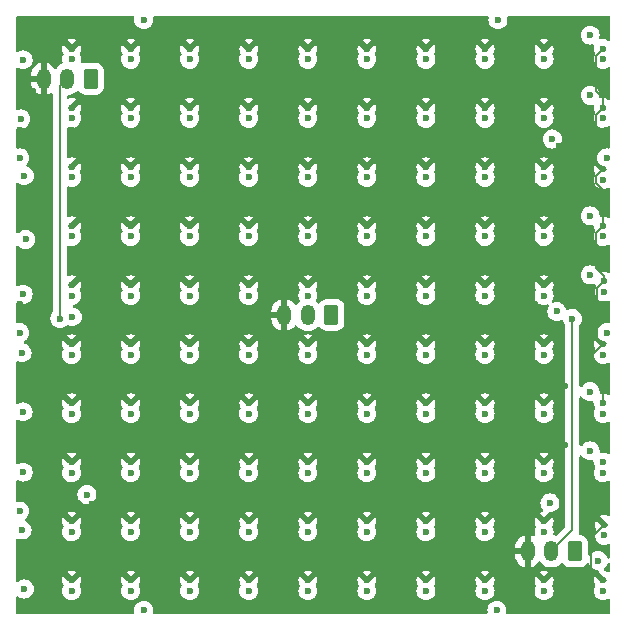
<source format=gbr>
%TF.GenerationSoftware,KiCad,Pcbnew,8.0.2*%
%TF.CreationDate,2024-07-01T22:54:51-05:00*%
%TF.ProjectId,pixel_grid,70697865-6c5f-4677-9269-642e6b696361,rev?*%
%TF.SameCoordinates,Original*%
%TF.FileFunction,Copper,L3,Inr*%
%TF.FilePolarity,Positive*%
%FSLAX46Y46*%
G04 Gerber Fmt 4.6, Leading zero omitted, Abs format (unit mm)*
G04 Created by KiCad (PCBNEW 8.0.2) date 2024-07-01 22:54:51*
%MOMM*%
%LPD*%
G01*
G04 APERTURE LIST*
G04 Aperture macros list*
%AMRoundRect*
0 Rectangle with rounded corners*
0 $1 Rounding radius*
0 $2 $3 $4 $5 $6 $7 $8 $9 X,Y pos of 4 corners*
0 Add a 4 corners polygon primitive as box body*
4,1,4,$2,$3,$4,$5,$6,$7,$8,$9,$2,$3,0*
0 Add four circle primitives for the rounded corners*
1,1,$1+$1,$2,$3*
1,1,$1+$1,$4,$5*
1,1,$1+$1,$6,$7*
1,1,$1+$1,$8,$9*
0 Add four rect primitives between the rounded corners*
20,1,$1+$1,$2,$3,$4,$5,0*
20,1,$1+$1,$4,$5,$6,$7,0*
20,1,$1+$1,$6,$7,$8,$9,0*
20,1,$1+$1,$8,$9,$2,$3,0*%
G04 Aperture macros list end*
%TA.AperFunction,ComponentPad*%
%ADD10C,0.600000*%
%TD*%
%TA.AperFunction,ComponentPad*%
%ADD11RoundRect,0.250000X0.350000X0.625000X-0.350000X0.625000X-0.350000X-0.625000X0.350000X-0.625000X0*%
%TD*%
%TA.AperFunction,ComponentPad*%
%ADD12O,1.200000X1.750000*%
%TD*%
%TA.AperFunction,ViaPad*%
%ADD13C,0.600000*%
%TD*%
%TA.AperFunction,Conductor*%
%ADD14C,0.200000*%
%TD*%
G04 APERTURE END LIST*
D10*
%TO.N,GND*%
%TO.C,JP100*%
X67800000Y-64950000D03*
%TO.N,+5V*%
X67800000Y-65850000D03*
%TD*%
%TO.N,GND*%
%TO.C,JP99*%
X62800000Y-64950000D03*
%TO.N,+5V*%
X62800000Y-65850000D03*
%TD*%
%TO.N,GND*%
%TO.C,JP98*%
X57800000Y-64950000D03*
%TO.N,+5V*%
X57800000Y-65850000D03*
%TD*%
%TO.N,GND*%
%TO.C,JP97*%
X52800000Y-64950000D03*
%TO.N,+5V*%
X52800000Y-65850000D03*
%TD*%
%TO.N,GND*%
%TO.C,JP96*%
X47800000Y-64950000D03*
%TO.N,+5V*%
X47800000Y-65850000D03*
%TD*%
%TO.N,GND*%
%TO.C,JP95*%
X42800000Y-64950000D03*
%TO.N,+5V*%
X42800000Y-65850000D03*
%TD*%
%TO.N,GND*%
%TO.C,JP94*%
X37800000Y-64950000D03*
%TO.N,+5V*%
X37800000Y-65850000D03*
%TD*%
%TO.N,GND*%
%TO.C,JP93*%
X32800000Y-64950000D03*
%TO.N,+5V*%
X32800000Y-65850000D03*
%TD*%
%TO.N,GND*%
%TO.C,JP92*%
X27800000Y-64950000D03*
%TO.N,+5V*%
X27800000Y-65850000D03*
%TD*%
%TO.N,GND*%
%TO.C,JP91*%
X22800000Y-64950000D03*
%TO.N,+5V*%
X22800000Y-65850000D03*
%TD*%
%TO.N,GND*%
%TO.C,JP90*%
X67900000Y-60250000D03*
%TO.N,+5V*%
X67900000Y-61150000D03*
%TD*%
%TO.N,GND*%
%TO.C,JP89*%
X62800000Y-59950000D03*
%TO.N,+5V*%
X62800000Y-60850000D03*
%TD*%
%TO.N,GND*%
%TO.C,JP88*%
X57800000Y-59950000D03*
%TO.N,+5V*%
X57800000Y-60850000D03*
%TD*%
%TO.N,GND*%
%TO.C,JP87*%
X52800000Y-59950000D03*
%TO.N,+5V*%
X52800000Y-60850000D03*
%TD*%
%TO.N,GND*%
%TO.C,JP86*%
X47800000Y-59950000D03*
%TO.N,+5V*%
X47800000Y-60850000D03*
%TD*%
%TO.N,GND*%
%TO.C,JP85*%
X42800000Y-59950000D03*
%TO.N,+5V*%
X42800000Y-60850000D03*
%TD*%
%TO.N,GND*%
%TO.C,JP84*%
X37800000Y-59950000D03*
%TO.N,+5V*%
X37800000Y-60850000D03*
%TD*%
%TO.N,GND*%
%TO.C,JP83*%
X32800000Y-59950000D03*
%TO.N,+5V*%
X32800000Y-60850000D03*
%TD*%
%TO.N,GND*%
%TO.C,JP82*%
X27800000Y-59950000D03*
%TO.N,+5V*%
X27800000Y-60850000D03*
%TD*%
%TO.N,GND*%
%TO.C,JP81*%
X22800000Y-59950000D03*
%TO.N,+5V*%
X22800000Y-60850000D03*
%TD*%
%TO.N,GND*%
%TO.C,JP80*%
X67800000Y-54950000D03*
%TO.N,+5V*%
X67800000Y-55850000D03*
%TD*%
%TO.N,GND*%
%TO.C,JP79*%
X62800000Y-54950000D03*
%TO.N,+5V*%
X62800000Y-55850000D03*
%TD*%
%TO.N,GND*%
%TO.C,JP78*%
X57800000Y-54950000D03*
%TO.N,+5V*%
X57800000Y-55850000D03*
%TD*%
%TO.N,GND*%
%TO.C,JP77*%
X52800000Y-54950000D03*
%TO.N,+5V*%
X52800000Y-55850000D03*
%TD*%
%TO.N,GND*%
%TO.C,JP76*%
X47800000Y-54950000D03*
%TO.N,+5V*%
X47800000Y-55850000D03*
%TD*%
%TO.N,GND*%
%TO.C,JP75*%
X42800000Y-54950000D03*
%TO.N,+5V*%
X42800000Y-55850000D03*
%TD*%
%TO.N,GND*%
%TO.C,JP74*%
X37800000Y-54950000D03*
%TO.N,+5V*%
X37800000Y-55850000D03*
%TD*%
%TO.N,GND*%
%TO.C,JP73*%
X32800000Y-54950000D03*
%TO.N,+5V*%
X32800000Y-55850000D03*
%TD*%
%TO.N,GND*%
%TO.C,JP72*%
X27800000Y-54950000D03*
%TO.N,+5V*%
X27800000Y-55850000D03*
%TD*%
%TO.N,GND*%
%TO.C,JP71*%
X22800000Y-54950000D03*
%TO.N,+5V*%
X22800000Y-55850000D03*
%TD*%
%TO.N,GND*%
%TO.C,JP70*%
X67800000Y-49950000D03*
%TO.N,+5V*%
X67800000Y-50850000D03*
%TD*%
%TO.N,GND*%
%TO.C,JP69*%
X62800000Y-49950000D03*
%TO.N,+5V*%
X62800000Y-50850000D03*
%TD*%
%TO.N,GND*%
%TO.C,JP68*%
X57800000Y-49950000D03*
%TO.N,+5V*%
X57800000Y-50850000D03*
%TD*%
%TO.N,GND*%
%TO.C,JP67*%
X52800000Y-49950000D03*
%TO.N,+5V*%
X52800000Y-50850000D03*
%TD*%
%TO.N,GND*%
%TO.C,JP66*%
X47800000Y-49950000D03*
%TO.N,+5V*%
X47800000Y-50850000D03*
%TD*%
%TO.N,GND*%
%TO.C,JP65*%
X42800000Y-49950000D03*
%TO.N,+5V*%
X42800000Y-50850000D03*
%TD*%
%TO.N,GND*%
%TO.C,JP64*%
X37800000Y-49950000D03*
%TO.N,+5V*%
X37800000Y-50850000D03*
%TD*%
%TO.N,GND*%
%TO.C,JP63*%
X32800000Y-49950000D03*
%TO.N,+5V*%
X32800000Y-50850000D03*
%TD*%
%TO.N,GND*%
%TO.C,JP62*%
X27800000Y-49950000D03*
%TO.N,+5V*%
X27800000Y-50850000D03*
%TD*%
%TO.N,GND*%
%TO.C,JP61*%
X22800000Y-49950000D03*
%TO.N,+5V*%
X22800000Y-50850000D03*
%TD*%
%TO.N,GND*%
%TO.C,JP60*%
X67800000Y-44950000D03*
%TO.N,+5V*%
X67800000Y-45850000D03*
%TD*%
%TO.N,GND*%
%TO.C,JP59*%
X62800000Y-44950000D03*
%TO.N,+5V*%
X62800000Y-45850000D03*
%TD*%
%TO.N,GND*%
%TO.C,JP58*%
X57800000Y-44950000D03*
%TO.N,+5V*%
X57800000Y-45850000D03*
%TD*%
%TO.N,GND*%
%TO.C,JP57*%
X52800000Y-44950000D03*
%TO.N,+5V*%
X52800000Y-45850000D03*
%TD*%
%TO.N,GND*%
%TO.C,JP56*%
X47800000Y-44950000D03*
%TO.N,+5V*%
X47800000Y-45850000D03*
%TD*%
%TO.N,GND*%
%TO.C,JP55*%
X42800000Y-44950000D03*
%TO.N,+5V*%
X42800000Y-45850000D03*
%TD*%
%TO.N,GND*%
%TO.C,JP54*%
X37800000Y-44950000D03*
%TO.N,+5V*%
X37800000Y-45850000D03*
%TD*%
%TO.N,GND*%
%TO.C,JP53*%
X32800000Y-44950000D03*
%TO.N,+5V*%
X32800000Y-45850000D03*
%TD*%
%TO.N,GND*%
%TO.C,JP52*%
X27800000Y-44950000D03*
%TO.N,+5V*%
X27800000Y-45850000D03*
%TD*%
%TO.N,GND*%
%TO.C,JP51*%
X22800000Y-44950000D03*
%TO.N,+5V*%
X22800000Y-45850000D03*
%TD*%
%TO.N,GND*%
%TO.C,JP50*%
X67900000Y-39650000D03*
%TO.N,+5V*%
X67900000Y-40550000D03*
%TD*%
%TO.N,GND*%
%TO.C,JP49*%
X62800000Y-39950000D03*
%TO.N,+5V*%
X62800000Y-40850000D03*
%TD*%
%TO.N,GND*%
%TO.C,JP48*%
X57800000Y-39950000D03*
%TO.N,+5V*%
X57800000Y-40850000D03*
%TD*%
%TO.N,GND*%
%TO.C,JP47*%
X52800000Y-39950000D03*
%TO.N,+5V*%
X52800000Y-40850000D03*
%TD*%
%TO.N,GND*%
%TO.C,JP46*%
X47800000Y-39950000D03*
%TO.N,+5V*%
X47800000Y-40850000D03*
%TD*%
%TO.N,GND*%
%TO.C,JP45*%
X42800000Y-39950000D03*
%TO.N,+5V*%
X42800000Y-40850000D03*
%TD*%
%TO.N,GND*%
%TO.C,JP44*%
X37800000Y-39950000D03*
%TO.N,+5V*%
X37800000Y-40850000D03*
%TD*%
%TO.N,GND*%
%TO.C,JP43*%
X32800000Y-39950000D03*
%TO.N,+5V*%
X32800000Y-40850000D03*
%TD*%
%TO.N,GND*%
%TO.C,JP42*%
X27800000Y-39950000D03*
%TO.N,+5V*%
X27800000Y-40850000D03*
%TD*%
%TO.N,GND*%
%TO.C,JP41*%
X22800000Y-39950000D03*
%TO.N,+5V*%
X22800000Y-40850000D03*
%TD*%
%TO.N,GND*%
%TO.C,JP40*%
X67800000Y-34950000D03*
%TO.N,+5V*%
X67800000Y-35850000D03*
%TD*%
%TO.N,GND*%
%TO.C,JP39*%
X62800000Y-34950000D03*
%TO.N,+5V*%
X62800000Y-35850000D03*
%TD*%
%TO.N,GND*%
%TO.C,JP38*%
X57800000Y-34950000D03*
%TO.N,+5V*%
X57800000Y-35850000D03*
%TD*%
%TO.N,GND*%
%TO.C,JP37*%
X52800000Y-34950000D03*
%TO.N,+5V*%
X52800000Y-35850000D03*
%TD*%
%TO.N,GND*%
%TO.C,JP36*%
X47800000Y-34950000D03*
%TO.N,+5V*%
X47800000Y-35850000D03*
%TD*%
%TO.N,GND*%
%TO.C,JP35*%
X42800000Y-34950000D03*
%TO.N,+5V*%
X42800000Y-35850000D03*
%TD*%
%TO.N,GND*%
%TO.C,JP34*%
X37800000Y-34950000D03*
%TO.N,+5V*%
X37800000Y-35850000D03*
%TD*%
%TO.N,GND*%
%TO.C,JP33*%
X32800000Y-34950000D03*
%TO.N,+5V*%
X32800000Y-35850000D03*
%TD*%
%TO.N,GND*%
%TO.C,JP32*%
X27800000Y-34950000D03*
%TO.N,+5V*%
X27800000Y-35850000D03*
%TD*%
%TO.N,GND*%
%TO.C,JP31*%
X22800000Y-34950000D03*
%TO.N,+5V*%
X22800000Y-35850000D03*
%TD*%
%TO.N,GND*%
%TO.C,JP30*%
X67800000Y-30150000D03*
%TO.N,+5V*%
X67800000Y-31050000D03*
%TD*%
%TO.N,GND*%
%TO.C,JP29*%
X62800000Y-29950000D03*
%TO.N,+5V*%
X62800000Y-30850000D03*
%TD*%
%TO.N,GND*%
%TO.C,JP28*%
X57800000Y-29950000D03*
%TO.N,+5V*%
X57800000Y-30850000D03*
%TD*%
%TO.N,GND*%
%TO.C,JP27*%
X52800000Y-29950000D03*
%TO.N,+5V*%
X52800000Y-30850000D03*
%TD*%
%TO.N,GND*%
%TO.C,JP26*%
X47800000Y-29950000D03*
%TO.N,+5V*%
X47800000Y-30850000D03*
%TD*%
%TO.N,GND*%
%TO.C,JP25*%
X42800000Y-29950000D03*
%TO.N,+5V*%
X42800000Y-30850000D03*
%TD*%
%TO.N,GND*%
%TO.C,JP24*%
X37800000Y-29950000D03*
%TO.N,+5V*%
X37800000Y-30850000D03*
%TD*%
%TO.N,GND*%
%TO.C,JP23*%
X32800000Y-29950000D03*
%TO.N,+5V*%
X32800000Y-30850000D03*
%TD*%
%TO.N,GND*%
%TO.C,JP22*%
X27800000Y-29950000D03*
%TO.N,+5V*%
X27800000Y-30850000D03*
%TD*%
%TO.N,GND*%
%TO.C,JP21*%
X22800000Y-29950000D03*
%TO.N,+5V*%
X22800000Y-30850000D03*
%TD*%
%TO.N,GND*%
%TO.C,JP20*%
X67800000Y-24950000D03*
%TO.N,+5V*%
X67800000Y-25850000D03*
%TD*%
%TO.N,GND*%
%TO.C,JP19*%
X62800000Y-24950000D03*
%TO.N,+5V*%
X62800000Y-25850000D03*
%TD*%
%TO.N,GND*%
%TO.C,JP18*%
X57800000Y-24950000D03*
%TO.N,+5V*%
X57800000Y-25850000D03*
%TD*%
%TO.N,GND*%
%TO.C,JP17*%
X52800000Y-24950000D03*
%TO.N,+5V*%
X52800000Y-25850000D03*
%TD*%
%TO.N,GND*%
%TO.C,JP16*%
X47800000Y-24950000D03*
%TO.N,+5V*%
X47800000Y-25850000D03*
%TD*%
%TO.N,GND*%
%TO.C,JP15*%
X42800000Y-24950000D03*
%TO.N,+5V*%
X42800000Y-25850000D03*
%TD*%
%TO.N,GND*%
%TO.C,JP14*%
X37800000Y-24950000D03*
%TO.N,+5V*%
X37800000Y-25850000D03*
%TD*%
%TO.N,GND*%
%TO.C,JP13*%
X32800000Y-24950000D03*
%TO.N,+5V*%
X32800000Y-25850000D03*
%TD*%
%TO.N,GND*%
%TO.C,JP12*%
X27800000Y-24950000D03*
%TO.N,+5V*%
X27800000Y-25850000D03*
%TD*%
%TO.N,GND*%
%TO.C,JP11*%
X22800000Y-24950000D03*
%TO.N,+5V*%
X22800000Y-25850000D03*
%TD*%
%TO.N,GND*%
%TO.C,JP10*%
X67800000Y-19950000D03*
%TO.N,+5V*%
X67800000Y-20850000D03*
%TD*%
%TO.N,GND*%
%TO.C,JP9*%
X62800000Y-19950000D03*
%TO.N,+5V*%
X62800000Y-20850000D03*
%TD*%
%TO.N,GND*%
%TO.C,JP8*%
X57800000Y-19950000D03*
%TO.N,+5V*%
X57800000Y-20850000D03*
%TD*%
%TO.N,GND*%
%TO.C,JP7*%
X52800000Y-19950000D03*
%TO.N,+5V*%
X52800000Y-20850000D03*
%TD*%
%TO.N,GND*%
%TO.C,JP6*%
X47800000Y-19950000D03*
%TO.N,+5V*%
X47800000Y-20850000D03*
%TD*%
%TO.N,GND*%
%TO.C,JP5*%
X42800000Y-19950000D03*
%TO.N,+5V*%
X42800000Y-20850000D03*
%TD*%
%TO.N,GND*%
%TO.C,JP4*%
X37800000Y-19950000D03*
%TO.N,+5V*%
X37800000Y-20850000D03*
%TD*%
%TO.N,GND*%
%TO.C,JP3*%
X32800000Y-19950000D03*
%TO.N,+5V*%
X32800000Y-20850000D03*
%TD*%
%TO.N,GND*%
%TO.C,JP2*%
X27800000Y-19950000D03*
%TO.N,+5V*%
X27800000Y-20850000D03*
%TD*%
%TO.N,GND*%
%TO.C,JP1*%
X22800000Y-19950000D03*
%TO.N,+5V*%
X22800000Y-20850000D03*
%TD*%
D11*
%TO.N,+5V*%
%TO.C,J3*%
X44800000Y-42500000D03*
D12*
%TO.N,unconnected-(J3-Pin_2-Pad2)*%
X42800000Y-42500000D03*
%TO.N,GND*%
X40800000Y-42500000D03*
%TD*%
D11*
%TO.N,+5V*%
%TO.C,J2*%
X65425000Y-62500000D03*
D12*
%TO.N,DOUT*%
X63425000Y-62500000D03*
%TO.N,GND*%
X61425000Y-62500000D03*
%TD*%
D11*
%TO.N,+5V*%
%TO.C,J1*%
X24425000Y-22500000D03*
D12*
%TO.N,DIN*%
X22425000Y-22500000D03*
%TO.N,GND*%
X20425000Y-22500000D03*
%TD*%
D13*
%TO.N,DOUT*%
X67400000Y-63300000D03*
%TO.N,/Ten_Leds2/DOUT*%
X18900000Y-36100000D03*
X63500000Y-27600000D03*
%TO.N,/Ten_Leds/DOUT*%
X66700000Y-18800000D03*
X18500000Y-25900000D03*
%TO.N,GND*%
X18400000Y-41600000D03*
%TO.N,+5V*%
X18400000Y-44000000D03*
%TO.N,GND*%
X18400000Y-56800000D03*
%TO.N,+5V*%
X18400000Y-59100000D03*
%TO.N,GND*%
X31200000Y-67500000D03*
%TO.N,+5V*%
X28900000Y-67500000D03*
X58800000Y-67500000D03*
%TO.N,GND*%
X61200000Y-67500000D03*
%TO.N,+5V*%
X68100000Y-44000000D03*
%TO.N,GND*%
X68100000Y-41600000D03*
%TO.N,+5V*%
X68100000Y-29200000D03*
%TO.N,GND*%
X68100000Y-26800000D03*
X61200000Y-17500000D03*
%TO.N,+5V*%
X58900000Y-17500000D03*
%TO.N,GND*%
X31200000Y-17500000D03*
%TO.N,+5V*%
X28900000Y-17500000D03*
%TO.N,GND*%
X18400000Y-26800000D03*
%TO.N,+5V*%
X18400000Y-29200000D03*
%TO.N,DOUT*%
X65200000Y-42800000D03*
%TO.N,DIN*%
X21800000Y-42800000D03*
%TO.N,+5V*%
X22859620Y-42659620D03*
X24100000Y-57700000D03*
%TO.N,/Ten_Leds8/DOUT*%
X63300000Y-58400000D03*
%TO.N,/Ten_Leds5/DOUT*%
X63887500Y-42200000D03*
%TO.N,GND*%
X39544444Y-63500000D03*
X24511111Y-63500000D03*
X29522222Y-63150000D03*
X54577777Y-63500000D03*
X34533333Y-63500000D03*
X59588888Y-63500000D03*
X49566666Y-63500000D03*
X44555555Y-63500000D03*
X19500000Y-63500000D03*
X39544444Y-58500000D03*
X24511111Y-58500000D03*
X29522222Y-58500000D03*
X54577777Y-58500000D03*
X34533333Y-58500000D03*
X64071496Y-57692755D03*
X59588888Y-58500000D03*
X49566666Y-58500000D03*
X44555555Y-58500000D03*
X22791152Y-57552669D03*
X39544444Y-53500000D03*
X24511111Y-53500000D03*
X29522222Y-53500000D03*
X54577777Y-53500000D03*
X34533333Y-53500000D03*
X64600000Y-53500000D03*
X59588888Y-53500000D03*
X49566666Y-53500000D03*
X44555555Y-53500000D03*
X19500000Y-53500000D03*
X39544444Y-48500000D03*
X24511111Y-48500000D03*
X29522222Y-48500000D03*
X54577777Y-48500000D03*
X34533333Y-48500000D03*
X64600000Y-48500000D03*
X59588888Y-48500000D03*
X49566666Y-48500000D03*
X44555555Y-48500000D03*
X19500000Y-48500000D03*
X39544444Y-43500000D03*
X25900000Y-42500000D03*
X29522222Y-43500000D03*
X54577777Y-43500000D03*
X34533333Y-43500000D03*
X63971614Y-43365837D03*
X59588888Y-43500000D03*
X49566666Y-43500000D03*
X39544444Y-33500000D03*
X24511111Y-33500000D03*
X29522222Y-33500000D03*
X54577777Y-33500000D03*
X34533333Y-33500000D03*
X64600000Y-33500000D03*
X59588888Y-33500000D03*
X49566666Y-33500000D03*
X44555555Y-33500000D03*
X19500000Y-33500000D03*
X39544444Y-38500000D03*
X24511111Y-38500000D03*
X29522222Y-38500000D03*
X54577777Y-38500000D03*
X34533333Y-38500000D03*
X64600000Y-38500000D03*
X59588888Y-38500000D03*
X49566666Y-38500000D03*
X44555555Y-38500000D03*
X19500000Y-38500000D03*
X39544444Y-28350000D03*
X24500000Y-28000000D03*
X29522222Y-28350000D03*
X54577777Y-28350000D03*
X34533333Y-28350000D03*
X64077880Y-28222120D03*
X59588888Y-28350000D03*
X49566666Y-28350000D03*
X44555555Y-28350000D03*
X22800000Y-26800000D03*
X64600000Y-23500000D03*
X19500000Y-23500000D03*
X64600000Y-18500000D03*
X57500000Y-18000000D03*
X54577777Y-18500000D03*
X49566666Y-18500000D03*
X44555555Y-18500000D03*
X39544444Y-18500000D03*
X34533333Y-18500000D03*
X27949998Y-18500000D03*
X24511111Y-18500000D03*
X19500000Y-18500000D03*
%TO.N,/Ten_Leds6/DOUT*%
X66700000Y-49000000D03*
%TO.N,/Ten_Leds4/DOUT*%
X18600000Y-45700000D03*
%TO.N,/Ten_Leds1/DOUT*%
X18800000Y-30700000D03*
%TO.N,/Ten_Leds3/DOUT*%
X18699998Y-40750000D03*
%TO.N,/Ten_Leds5/DOUT*%
X18700000Y-50700000D03*
%TO.N,/Ten_Leds6/DOUT*%
X18700000Y-55800000D03*
%TO.N,/Ten_Leds7/DOUT*%
X18600000Y-60700000D03*
%TO.N,/Ten_Leds8/DOUT*%
X18800000Y-65700000D03*
%TO.N,/Ten_Leds7/DOUT*%
X66700000Y-54000000D03*
%TO.N,/Ten_Leds4/DOUT*%
X66700000Y-39100000D03*
%TO.N,/Ten_Leds3/DOUT*%
X66700000Y-34100000D03*
%TO.N,/Ten_Leds1/DOUT*%
X66700000Y-23900000D03*
%TO.N,DIN*%
X18700000Y-20900000D03*
%TD*%
D14*
%TO.N,GND*%
X67800000Y-64950000D02*
X66800000Y-63950000D01*
X66800000Y-63950000D02*
X66800000Y-61350000D01*
X66800000Y-61350000D02*
X67900000Y-60250000D01*
X67800000Y-24950000D02*
X67800000Y-24151471D01*
X67800000Y-24151471D02*
X67200000Y-23551471D01*
X67200000Y-23551471D02*
X67200000Y-20550000D01*
X67200000Y-20550000D02*
X67800000Y-19950000D01*
X67800000Y-30150000D02*
X67200000Y-29550000D01*
X67200000Y-29550000D02*
X67200000Y-25550000D01*
X67200000Y-25550000D02*
X67800000Y-24950000D01*
X67800000Y-34950000D02*
X67800000Y-31898529D01*
X67800000Y-31898529D02*
X67200000Y-31298529D01*
X67200000Y-31298529D02*
X67200000Y-30750000D01*
X67200000Y-30750000D02*
X67800000Y-30150000D01*
X67900000Y-39650000D02*
X67900000Y-39225736D01*
X67900000Y-39225736D02*
X67200000Y-38525736D01*
X67200000Y-38525736D02*
X67200000Y-35550000D01*
X67200000Y-35550000D02*
X67800000Y-34950000D01*
X67800000Y-44950000D02*
X67300000Y-44450000D01*
X67300000Y-40250000D02*
X67900000Y-39650000D01*
X67300000Y-44450000D02*
X67300000Y-40250000D01*
X67800000Y-49950000D02*
X67800000Y-48100000D01*
X67800000Y-48100000D02*
X66800000Y-47100000D01*
X66800000Y-47100000D02*
X66800000Y-45950000D01*
X66800000Y-45950000D02*
X67800000Y-44950000D01*
%TO.N,DOUT*%
X65200000Y-42800000D02*
X65200000Y-60725000D01*
X65200000Y-60725000D02*
X63425000Y-62500000D01*
%TO.N,DIN*%
X21800000Y-42800000D02*
X21800000Y-23125000D01*
X21800000Y-23125000D02*
X22425000Y-22500000D01*
%TD*%
%TA.AperFunction,Conductor*%
%TO.N,GND*%
G36*
X28056463Y-17220185D02*
G01*
X28102218Y-17272989D01*
X28112644Y-17338383D01*
X28094435Y-17499996D01*
X28094435Y-17500003D01*
X28114630Y-17679249D01*
X28114631Y-17679254D01*
X28174211Y-17849523D01*
X28265266Y-17994435D01*
X28270184Y-18002262D01*
X28397738Y-18129816D01*
X28550478Y-18225789D01*
X28720745Y-18285368D01*
X28720750Y-18285369D01*
X28899996Y-18305565D01*
X28900000Y-18305565D01*
X28900004Y-18305565D01*
X29079249Y-18285369D01*
X29079252Y-18285368D01*
X29079255Y-18285368D01*
X29249522Y-18225789D01*
X29402262Y-18129816D01*
X29529816Y-18002262D01*
X29625789Y-17849522D01*
X29685368Y-17679255D01*
X29705565Y-17500000D01*
X29705565Y-17499996D01*
X29687356Y-17338383D01*
X29699411Y-17269561D01*
X29746760Y-17218182D01*
X29810576Y-17200500D01*
X57989424Y-17200500D01*
X58056463Y-17220185D01*
X58102218Y-17272989D01*
X58112644Y-17338383D01*
X58094435Y-17499996D01*
X58094435Y-17500003D01*
X58114630Y-17679249D01*
X58114631Y-17679254D01*
X58174211Y-17849523D01*
X58265266Y-17994435D01*
X58270184Y-18002262D01*
X58397738Y-18129816D01*
X58550478Y-18225789D01*
X58720745Y-18285368D01*
X58720750Y-18285369D01*
X58899996Y-18305565D01*
X58900000Y-18305565D01*
X58900004Y-18305565D01*
X59079249Y-18285369D01*
X59079252Y-18285368D01*
X59079255Y-18285368D01*
X59249522Y-18225789D01*
X59402262Y-18129816D01*
X59529816Y-18002262D01*
X59625789Y-17849522D01*
X59685368Y-17679255D01*
X59705565Y-17500000D01*
X59705565Y-17499996D01*
X59687356Y-17338383D01*
X59699411Y-17269561D01*
X59746760Y-17218182D01*
X59810576Y-17200500D01*
X68275500Y-17200500D01*
X68342539Y-17220185D01*
X68388294Y-17272989D01*
X68399500Y-17324500D01*
X68399500Y-19157512D01*
X68379815Y-19224551D01*
X68327011Y-19270306D01*
X68257853Y-19280250D01*
X68209528Y-19262506D01*
X68149301Y-19224663D01*
X67979141Y-19165122D01*
X67979138Y-19165121D01*
X67800003Y-19144938D01*
X67799997Y-19144938D01*
X67613937Y-19165902D01*
X67613774Y-19164459D01*
X67551903Y-19160658D01*
X67495552Y-19119350D01*
X67470479Y-19054134D01*
X67477028Y-19003089D01*
X67485366Y-18979260D01*
X67485368Y-18979255D01*
X67505565Y-18800000D01*
X67485368Y-18620745D01*
X67425789Y-18450478D01*
X67329816Y-18297738D01*
X67202262Y-18170184D01*
X67138017Y-18129816D01*
X67049523Y-18074211D01*
X66879254Y-18014631D01*
X66879249Y-18014630D01*
X66700004Y-17994435D01*
X66699996Y-17994435D01*
X66520750Y-18014630D01*
X66520745Y-18014631D01*
X66350476Y-18074211D01*
X66197737Y-18170184D01*
X66070184Y-18297737D01*
X65974211Y-18450476D01*
X65914631Y-18620745D01*
X65914630Y-18620750D01*
X65894435Y-18799996D01*
X65894435Y-18800003D01*
X65914630Y-18979249D01*
X65914631Y-18979254D01*
X65974211Y-19149523D01*
X66050105Y-19270306D01*
X66070184Y-19302262D01*
X66197738Y-19429816D01*
X66350478Y-19525789D01*
X66518519Y-19584589D01*
X66520745Y-19585368D01*
X66520750Y-19585369D01*
X66699996Y-19605565D01*
X66700000Y-19605565D01*
X66700004Y-19605565D01*
X66886175Y-19584589D01*
X66886329Y-19585959D01*
X66948443Y-19589758D01*
X67004806Y-19631050D01*
X67029897Y-19696259D01*
X67023353Y-19747333D01*
X67015124Y-19770851D01*
X67015121Y-19770861D01*
X66994938Y-19949997D01*
X66994938Y-19950002D01*
X67015121Y-20129138D01*
X67015122Y-20129141D01*
X67074664Y-20299303D01*
X67096188Y-20333560D01*
X67115187Y-20400797D01*
X67096188Y-20465500D01*
X67074209Y-20500479D01*
X67014633Y-20670737D01*
X67014630Y-20670750D01*
X66994435Y-20849996D01*
X66994435Y-20850003D01*
X67014630Y-21029249D01*
X67014631Y-21029254D01*
X67074211Y-21199523D01*
X67170184Y-21352262D01*
X67297738Y-21479816D01*
X67388080Y-21536582D01*
X67418455Y-21555668D01*
X67450478Y-21575789D01*
X67541063Y-21607486D01*
X67620745Y-21635368D01*
X67620750Y-21635369D01*
X67799996Y-21655565D01*
X67800000Y-21655565D01*
X67800004Y-21655565D01*
X67979249Y-21635369D01*
X67979252Y-21635368D01*
X67979255Y-21635368D01*
X68149522Y-21575789D01*
X68209527Y-21538084D01*
X68276763Y-21519084D01*
X68343599Y-21539451D01*
X68388813Y-21592718D01*
X68399500Y-21643078D01*
X68399500Y-24157512D01*
X68379815Y-24224551D01*
X68327011Y-24270306D01*
X68257853Y-24280250D01*
X68209528Y-24262506D01*
X68149301Y-24224663D01*
X67979141Y-24165122D01*
X67979138Y-24165121D01*
X67800003Y-24144938D01*
X67799997Y-24144938D01*
X67628340Y-24164279D01*
X67559518Y-24152225D01*
X67508138Y-24104875D01*
X67490514Y-24037265D01*
X67491236Y-24027175D01*
X67505565Y-23900002D01*
X67505565Y-23899996D01*
X67485369Y-23720750D01*
X67485368Y-23720745D01*
X67448161Y-23614414D01*
X67425789Y-23550478D01*
X67406790Y-23520242D01*
X67329815Y-23397737D01*
X67202262Y-23270184D01*
X67049523Y-23174211D01*
X66879254Y-23114631D01*
X66879249Y-23114630D01*
X66700004Y-23094435D01*
X66699996Y-23094435D01*
X66520750Y-23114630D01*
X66520745Y-23114631D01*
X66350476Y-23174211D01*
X66197737Y-23270184D01*
X66070184Y-23397737D01*
X65974211Y-23550476D01*
X65914631Y-23720745D01*
X65914630Y-23720750D01*
X65894435Y-23899996D01*
X65894435Y-23900003D01*
X65914630Y-24079249D01*
X65914631Y-24079254D01*
X65974211Y-24249523D01*
X66070184Y-24402262D01*
X66197738Y-24529816D01*
X66350478Y-24625789D01*
X66520745Y-24685368D01*
X66520750Y-24685369D01*
X66699996Y-24705565D01*
X66700000Y-24705565D01*
X66700003Y-24705565D01*
X66872111Y-24686173D01*
X66940933Y-24698227D01*
X66992313Y-24745576D01*
X67009937Y-24813187D01*
X67009215Y-24823276D01*
X66994938Y-24949995D01*
X66994938Y-24950002D01*
X67015121Y-25129138D01*
X67015122Y-25129141D01*
X67074664Y-25299303D01*
X67096188Y-25333560D01*
X67115187Y-25400797D01*
X67096188Y-25465500D01*
X67074209Y-25500479D01*
X67014633Y-25670737D01*
X67014630Y-25670750D01*
X66994435Y-25849996D01*
X66994435Y-25850003D01*
X67014630Y-26029249D01*
X67014631Y-26029254D01*
X67074211Y-26199523D01*
X67170184Y-26352262D01*
X67297738Y-26479816D01*
X67450478Y-26575789D01*
X67577592Y-26620268D01*
X67620745Y-26635368D01*
X67620750Y-26635369D01*
X67799996Y-26655565D01*
X67800000Y-26655565D01*
X67800004Y-26655565D01*
X67979249Y-26635369D01*
X67979252Y-26635368D01*
X67979255Y-26635368D01*
X68149522Y-26575789D01*
X68209527Y-26538084D01*
X68276763Y-26519084D01*
X68343599Y-26539451D01*
X68388813Y-26592718D01*
X68399500Y-26643078D01*
X68399500Y-28289424D01*
X68379815Y-28356463D01*
X68327011Y-28402218D01*
X68261617Y-28412644D01*
X68100004Y-28394435D01*
X68099996Y-28394435D01*
X67920750Y-28414630D01*
X67920745Y-28414631D01*
X67750476Y-28474211D01*
X67597737Y-28570184D01*
X67470184Y-28697737D01*
X67374211Y-28850476D01*
X67314631Y-29020745D01*
X67314630Y-29020750D01*
X67294435Y-29199996D01*
X67294435Y-29200003D01*
X67314630Y-29379249D01*
X67314631Y-29379254D01*
X67374211Y-29549523D01*
X67406363Y-29600692D01*
X67470184Y-29702262D01*
X67597738Y-29829816D01*
X67750478Y-29925789D01*
X67920745Y-29985368D01*
X67954461Y-29989166D01*
X68018871Y-30016230D01*
X68028258Y-30024705D01*
X68054294Y-30050741D01*
X68087779Y-30112064D01*
X68082795Y-30181756D01*
X68040923Y-30237689D01*
X67975459Y-30262106D01*
X67952730Y-30261642D01*
X67905779Y-30256352D01*
X67927164Y-30234968D01*
X67950000Y-30179837D01*
X67950000Y-30120163D01*
X67927164Y-30065032D01*
X67884968Y-30022836D01*
X67829837Y-30000000D01*
X67770163Y-30000000D01*
X67715032Y-30022836D01*
X67672836Y-30065032D01*
X67650000Y-30120163D01*
X67650000Y-30179837D01*
X67672836Y-30234968D01*
X67694220Y-30256352D01*
X67626458Y-30263987D01*
X67557636Y-30251932D01*
X67524894Y-30228448D01*
X67083338Y-29786891D01*
X67083337Y-29786891D01*
X67074667Y-29800691D01*
X67074662Y-29800701D01*
X67015122Y-29970858D01*
X67015121Y-29970861D01*
X66994938Y-30149997D01*
X66994938Y-30150002D01*
X67015121Y-30329138D01*
X67015122Y-30329141D01*
X67074664Y-30499303D01*
X67096188Y-30533560D01*
X67115187Y-30600797D01*
X67096188Y-30665500D01*
X67074209Y-30700479D01*
X67014633Y-30870737D01*
X67014630Y-30870750D01*
X66994435Y-31049996D01*
X66994435Y-31050003D01*
X67014630Y-31229249D01*
X67014631Y-31229254D01*
X67074211Y-31399523D01*
X67128152Y-31485369D01*
X67170184Y-31552262D01*
X67297738Y-31679816D01*
X67450478Y-31775789D01*
X67620745Y-31835368D01*
X67620750Y-31835369D01*
X67799996Y-31855565D01*
X67800000Y-31855565D01*
X67800004Y-31855565D01*
X67979249Y-31835369D01*
X67979252Y-31835368D01*
X67979255Y-31835368D01*
X68149522Y-31775789D01*
X68209527Y-31738084D01*
X68276763Y-31719084D01*
X68343599Y-31739451D01*
X68388813Y-31792718D01*
X68399500Y-31843078D01*
X68399500Y-34157512D01*
X68379815Y-34224551D01*
X68327011Y-34270306D01*
X68257853Y-34280250D01*
X68209528Y-34262506D01*
X68149301Y-34224663D01*
X67979141Y-34165122D01*
X67979138Y-34165121D01*
X67800003Y-34144938D01*
X67799996Y-34144938D01*
X67637475Y-34163249D01*
X67568653Y-34151194D01*
X67517274Y-34103845D01*
X67500372Y-34053912D01*
X67485369Y-33920749D01*
X67485368Y-33920745D01*
X67425788Y-33750476D01*
X67329815Y-33597737D01*
X67202262Y-33470184D01*
X67049523Y-33374211D01*
X66879254Y-33314631D01*
X66879249Y-33314630D01*
X66700004Y-33294435D01*
X66699996Y-33294435D01*
X66520750Y-33314630D01*
X66520745Y-33314631D01*
X66350476Y-33374211D01*
X66197737Y-33470184D01*
X66070184Y-33597737D01*
X65974211Y-33750476D01*
X65914631Y-33920745D01*
X65914630Y-33920750D01*
X65894435Y-34099996D01*
X65894435Y-34100003D01*
X65914630Y-34279249D01*
X65914631Y-34279254D01*
X65974211Y-34449523D01*
X66069203Y-34600701D01*
X66070184Y-34602262D01*
X66197738Y-34729816D01*
X66350478Y-34825789D01*
X66421787Y-34850741D01*
X66520745Y-34885368D01*
X66520750Y-34885369D01*
X66699996Y-34905565D01*
X66700000Y-34905565D01*
X66700003Y-34905565D01*
X66863076Y-34887191D01*
X66931898Y-34899245D01*
X66983278Y-34946594D01*
X67000180Y-34996527D01*
X67015121Y-35129138D01*
X67015122Y-35129141D01*
X67074664Y-35299303D01*
X67096188Y-35333560D01*
X67115187Y-35400797D01*
X67096188Y-35465500D01*
X67074209Y-35500479D01*
X67014633Y-35670737D01*
X67014630Y-35670750D01*
X66994435Y-35849996D01*
X66994435Y-35850003D01*
X67014630Y-36029249D01*
X67014631Y-36029254D01*
X67074211Y-36199523D01*
X67170184Y-36352262D01*
X67297738Y-36479816D01*
X67450478Y-36575789D01*
X67574385Y-36619146D01*
X67620745Y-36635368D01*
X67620750Y-36635369D01*
X67799996Y-36655565D01*
X67800000Y-36655565D01*
X67800004Y-36655565D01*
X67979249Y-36635369D01*
X67979252Y-36635368D01*
X67979255Y-36635368D01*
X68149522Y-36575789D01*
X68209527Y-36538084D01*
X68276763Y-36519084D01*
X68343599Y-36539451D01*
X68388813Y-36592718D01*
X68399500Y-36643078D01*
X68399500Y-38802458D01*
X68379815Y-38869497D01*
X68327011Y-38915252D01*
X68257853Y-38925196D01*
X68234546Y-38919500D01*
X68079142Y-38865122D01*
X68079138Y-38865121D01*
X67900003Y-38844938D01*
X67899997Y-38844938D01*
X67720861Y-38865121D01*
X67720857Y-38865122D01*
X67610757Y-38903648D01*
X67540978Y-38907209D01*
X67480351Y-38872480D01*
X67452761Y-38827560D01*
X67443977Y-38802458D01*
X67425789Y-38750478D01*
X67329816Y-38597738D01*
X67202262Y-38470184D01*
X67049523Y-38374211D01*
X66879254Y-38314631D01*
X66879249Y-38314630D01*
X66700004Y-38294435D01*
X66699996Y-38294435D01*
X66520750Y-38314630D01*
X66520745Y-38314631D01*
X66350476Y-38374211D01*
X66197737Y-38470184D01*
X66070184Y-38597737D01*
X65974211Y-38750476D01*
X65914631Y-38920745D01*
X65914630Y-38920750D01*
X65894435Y-39099996D01*
X65894435Y-39100003D01*
X65914630Y-39279249D01*
X65914631Y-39279254D01*
X65974211Y-39449523D01*
X66069203Y-39600701D01*
X66070184Y-39602262D01*
X66197738Y-39729816D01*
X66263056Y-39770858D01*
X66347966Y-39824211D01*
X66350478Y-39825789D01*
X66421787Y-39850741D01*
X66520745Y-39885368D01*
X66520750Y-39885369D01*
X66699996Y-39905565D01*
X66700000Y-39905565D01*
X66700004Y-39905565D01*
X66879249Y-39885369D01*
X66879251Y-39885368D01*
X66879255Y-39885368D01*
X66879258Y-39885366D01*
X66879262Y-39885366D01*
X66989879Y-39846659D01*
X67059657Y-39843096D01*
X67120285Y-39877825D01*
X67147876Y-39922746D01*
X67174664Y-39999303D01*
X67196188Y-40033560D01*
X67215187Y-40100797D01*
X67196188Y-40165500D01*
X67174209Y-40200479D01*
X67114633Y-40370737D01*
X67114630Y-40370750D01*
X67094435Y-40549996D01*
X67094435Y-40550003D01*
X67114630Y-40729249D01*
X67114631Y-40729254D01*
X67174211Y-40899523D01*
X67255724Y-41029249D01*
X67270184Y-41052262D01*
X67397738Y-41179816D01*
X67550478Y-41275789D01*
X67699200Y-41327829D01*
X67720745Y-41335368D01*
X67720750Y-41335369D01*
X67899996Y-41355565D01*
X67900000Y-41355565D01*
X67900004Y-41355565D01*
X68079249Y-41335369D01*
X68079251Y-41335368D01*
X68079255Y-41335368D01*
X68079258Y-41335366D01*
X68079262Y-41335366D01*
X68234545Y-41281030D01*
X68304324Y-41277468D01*
X68364951Y-41312196D01*
X68397179Y-41374190D01*
X68399500Y-41398071D01*
X68399500Y-43089424D01*
X68379815Y-43156463D01*
X68327011Y-43202218D01*
X68261617Y-43212644D01*
X68100004Y-43194435D01*
X68099996Y-43194435D01*
X67920750Y-43214630D01*
X67920745Y-43214631D01*
X67750476Y-43274211D01*
X67597737Y-43370184D01*
X67470184Y-43497737D01*
X67374211Y-43650476D01*
X67314631Y-43820745D01*
X67314630Y-43820750D01*
X67294435Y-43999996D01*
X67294435Y-44000003D01*
X67314630Y-44179249D01*
X67314631Y-44179254D01*
X67374211Y-44349523D01*
X67470184Y-44502262D01*
X67597738Y-44629816D01*
X67750478Y-44725789D01*
X67920745Y-44785368D01*
X67954461Y-44789166D01*
X68018871Y-44816230D01*
X68028258Y-44824705D01*
X68054294Y-44850741D01*
X68087779Y-44912064D01*
X68082795Y-44981756D01*
X68040923Y-45037689D01*
X67975459Y-45062106D01*
X67952730Y-45061642D01*
X67905779Y-45056352D01*
X67927164Y-45034968D01*
X67950000Y-44979837D01*
X67950000Y-44920163D01*
X67927164Y-44865032D01*
X67884968Y-44822836D01*
X67829837Y-44800000D01*
X67770163Y-44800000D01*
X67715032Y-44822836D01*
X67672836Y-44865032D01*
X67650000Y-44920163D01*
X67650000Y-44979837D01*
X67672836Y-45034968D01*
X67694220Y-45056352D01*
X67626458Y-45063987D01*
X67557636Y-45051932D01*
X67524894Y-45028448D01*
X67083338Y-44586891D01*
X67083337Y-44586891D01*
X67074667Y-44600691D01*
X67074662Y-44600701D01*
X67015122Y-44770858D01*
X67015121Y-44770861D01*
X66994938Y-44949997D01*
X66994938Y-44950002D01*
X67015121Y-45129138D01*
X67015122Y-45129141D01*
X67074664Y-45299303D01*
X67096188Y-45333560D01*
X67115187Y-45400797D01*
X67096188Y-45465500D01*
X67074209Y-45500479D01*
X67014633Y-45670737D01*
X67014630Y-45670750D01*
X66994435Y-45849996D01*
X66994435Y-45850003D01*
X67014630Y-46029249D01*
X67014631Y-46029254D01*
X67074211Y-46199523D01*
X67156080Y-46329815D01*
X67170184Y-46352262D01*
X67297738Y-46479816D01*
X67450478Y-46575789D01*
X67620745Y-46635368D01*
X67620750Y-46635369D01*
X67799996Y-46655565D01*
X67800000Y-46655565D01*
X67800004Y-46655565D01*
X67979249Y-46635369D01*
X67979252Y-46635368D01*
X67979255Y-46635368D01*
X68149522Y-46575789D01*
X68209527Y-46538084D01*
X68276763Y-46519084D01*
X68343599Y-46539451D01*
X68388813Y-46592718D01*
X68399500Y-46643078D01*
X68399500Y-49157512D01*
X68379815Y-49224551D01*
X68327011Y-49270306D01*
X68257853Y-49280250D01*
X68209528Y-49262506D01*
X68149301Y-49224663D01*
X67979141Y-49165122D01*
X67979138Y-49165121D01*
X67800003Y-49144938D01*
X67799996Y-49144938D01*
X67639751Y-49162993D01*
X67570929Y-49150938D01*
X67519550Y-49103589D01*
X67501926Y-49035979D01*
X67502648Y-49025888D01*
X67505565Y-49000001D01*
X67505565Y-48999996D01*
X67485369Y-48820750D01*
X67485368Y-48820745D01*
X67425788Y-48650476D01*
X67370506Y-48562496D01*
X67329816Y-48497738D01*
X67202262Y-48370184D01*
X67049523Y-48274211D01*
X66879254Y-48214631D01*
X66879249Y-48214630D01*
X66700004Y-48194435D01*
X66699996Y-48194435D01*
X66520750Y-48214630D01*
X66520745Y-48214631D01*
X66350476Y-48274211D01*
X66197737Y-48370184D01*
X66070182Y-48497739D01*
X66029493Y-48562496D01*
X65977158Y-48608787D01*
X65908105Y-48619434D01*
X65844257Y-48591059D01*
X65805885Y-48532669D01*
X65800500Y-48496523D01*
X65800500Y-43382412D01*
X65820185Y-43315373D01*
X65827555Y-43305097D01*
X65829810Y-43302267D01*
X65829816Y-43302262D01*
X65925789Y-43149522D01*
X65985368Y-42979255D01*
X65991392Y-42925789D01*
X66005565Y-42800003D01*
X66005565Y-42799996D01*
X65985369Y-42620750D01*
X65985368Y-42620745D01*
X65960393Y-42549370D01*
X65925789Y-42450478D01*
X65829816Y-42297738D01*
X65702262Y-42170184D01*
X65651661Y-42138389D01*
X65549523Y-42074211D01*
X65379254Y-42014631D01*
X65379249Y-42014630D01*
X65200004Y-41994435D01*
X65199996Y-41994435D01*
X65020750Y-42014630D01*
X65020745Y-42014631D01*
X64850470Y-42074213D01*
X64844205Y-42077231D01*
X64843471Y-42075708D01*
X64784627Y-42092332D01*
X64717793Y-42071959D01*
X64672584Y-42018688D01*
X64668866Y-42009309D01*
X64613289Y-41850478D01*
X64517316Y-41697738D01*
X64389762Y-41570184D01*
X64348703Y-41544385D01*
X64237023Y-41474211D01*
X64066754Y-41414631D01*
X64066749Y-41414630D01*
X63887504Y-41394435D01*
X63887496Y-41394435D01*
X63708250Y-41414630D01*
X63708242Y-41414632D01*
X63635597Y-41440052D01*
X63565818Y-41443613D01*
X63505191Y-41408884D01*
X63472964Y-41346891D01*
X63479369Y-41277315D01*
X63489650Y-41257037D01*
X63525788Y-41199524D01*
X63532684Y-41179816D01*
X63585368Y-41029255D01*
X63585369Y-41029249D01*
X63605565Y-40850003D01*
X63605565Y-40849996D01*
X63585369Y-40670750D01*
X63585368Y-40670745D01*
X63525788Y-40500475D01*
X63503813Y-40465503D01*
X63484812Y-40398266D01*
X63503813Y-40333557D01*
X63525334Y-40299305D01*
X63525335Y-40299304D01*
X63584877Y-40129141D01*
X63584878Y-40129138D01*
X63605062Y-39950002D01*
X63605062Y-39949997D01*
X63584878Y-39770861D01*
X63525333Y-39600692D01*
X63516661Y-39586892D01*
X63516660Y-39586892D01*
X63075104Y-40028448D01*
X63013781Y-40061933D01*
X62973540Y-40063987D01*
X62905779Y-40056352D01*
X62927164Y-40034968D01*
X62950000Y-39979837D01*
X62950000Y-39920163D01*
X62927164Y-39865032D01*
X62884968Y-39822836D01*
X62829837Y-39800000D01*
X62770163Y-39800000D01*
X62715032Y-39822836D01*
X62672836Y-39865032D01*
X62650000Y-39920163D01*
X62650000Y-39979837D01*
X62672836Y-40034968D01*
X62694220Y-40056352D01*
X62626458Y-40063987D01*
X62557636Y-40051932D01*
X62524894Y-40028448D01*
X62083338Y-39586891D01*
X62083337Y-39586891D01*
X62074667Y-39600691D01*
X62074662Y-39600701D01*
X62015122Y-39770858D01*
X62015121Y-39770861D01*
X61994938Y-39949997D01*
X61994938Y-39950002D01*
X62015121Y-40129138D01*
X62015122Y-40129141D01*
X62074664Y-40299303D01*
X62096188Y-40333560D01*
X62115187Y-40400797D01*
X62096188Y-40465500D01*
X62074209Y-40500479D01*
X62014633Y-40670737D01*
X62014630Y-40670750D01*
X61994435Y-40849996D01*
X61994435Y-40850003D01*
X62014630Y-41029249D01*
X62014631Y-41029254D01*
X62074211Y-41199523D01*
X62159569Y-41335368D01*
X62170184Y-41352262D01*
X62297738Y-41479816D01*
X62375201Y-41528489D01*
X62441557Y-41570184D01*
X62450478Y-41575789D01*
X62541063Y-41607486D01*
X62620745Y-41635368D01*
X62620750Y-41635369D01*
X62799996Y-41655565D01*
X62800000Y-41655565D01*
X62800004Y-41655565D01*
X62979249Y-41635369D01*
X62979252Y-41635368D01*
X62979255Y-41635368D01*
X62979256Y-41635367D01*
X62979259Y-41635367D01*
X63014889Y-41622898D01*
X63051901Y-41609947D01*
X63121679Y-41606385D01*
X63182307Y-41641113D01*
X63214534Y-41703107D01*
X63208130Y-41772682D01*
X63197851Y-41792960D01*
X63161711Y-41850477D01*
X63102131Y-42020745D01*
X63102130Y-42020750D01*
X63081935Y-42199996D01*
X63081935Y-42200003D01*
X63102130Y-42379249D01*
X63102131Y-42379254D01*
X63161711Y-42549523D01*
X63230888Y-42659616D01*
X63257684Y-42702262D01*
X63385238Y-42829816D01*
X63457148Y-42875000D01*
X63533171Y-42922769D01*
X63537978Y-42925789D01*
X63690758Y-42979249D01*
X63708245Y-42985368D01*
X63708250Y-42985369D01*
X63887496Y-43005565D01*
X63887500Y-43005565D01*
X63887504Y-43005565D01*
X64066749Y-42985369D01*
X64066752Y-42985368D01*
X64066755Y-42985368D01*
X64237022Y-42925789D01*
X64237023Y-42925787D01*
X64237029Y-42925786D01*
X64243295Y-42922769D01*
X64244029Y-42924295D01*
X64302847Y-42907667D01*
X64369684Y-42928027D01*
X64414904Y-42981290D01*
X64418637Y-42990706D01*
X64474209Y-43149519D01*
X64474211Y-43149522D01*
X64562124Y-43289435D01*
X64570185Y-43302263D01*
X64572445Y-43305097D01*
X64573334Y-43307275D01*
X64573889Y-43308158D01*
X64573734Y-43308255D01*
X64598855Y-43369783D01*
X64599500Y-43382412D01*
X64599500Y-60424902D01*
X64579815Y-60491941D01*
X64563181Y-60512583D01*
X63918680Y-61157083D01*
X63857357Y-61190568D01*
X63792681Y-61187333D01*
X63682695Y-61151596D01*
X63681044Y-61151200D01*
X63680482Y-61150877D01*
X63678068Y-61150093D01*
X63678232Y-61149585D01*
X63620454Y-61116406D01*
X63588294Y-61054378D01*
X63586778Y-61016745D01*
X63605565Y-60850003D01*
X63605565Y-60849996D01*
X63585369Y-60670750D01*
X63585368Y-60670745D01*
X63525788Y-60500475D01*
X63503813Y-60465503D01*
X63484812Y-60398266D01*
X63503813Y-60333557D01*
X63525334Y-60299305D01*
X63525335Y-60299304D01*
X63584877Y-60129141D01*
X63584878Y-60129138D01*
X63605062Y-59950002D01*
X63605062Y-59949997D01*
X63584878Y-59770861D01*
X63525333Y-59600692D01*
X63516661Y-59586892D01*
X63516660Y-59586892D01*
X63075104Y-60028448D01*
X63013781Y-60061933D01*
X62973540Y-60063987D01*
X62905779Y-60056352D01*
X62927164Y-60034968D01*
X62950000Y-59979837D01*
X62950000Y-59920163D01*
X62927164Y-59865032D01*
X62884968Y-59822836D01*
X62829837Y-59800000D01*
X62770163Y-59800000D01*
X62715032Y-59822836D01*
X62672836Y-59865032D01*
X62650000Y-59920163D01*
X62650000Y-59979837D01*
X62672836Y-60034968D01*
X62694220Y-60056352D01*
X62626458Y-60063987D01*
X62557636Y-60051932D01*
X62524894Y-60028448D01*
X62083338Y-59586891D01*
X62083337Y-59586891D01*
X62074667Y-59600691D01*
X62074662Y-59600701D01*
X62015122Y-59770858D01*
X62015121Y-59770861D01*
X61994938Y-59949997D01*
X61994938Y-59950002D01*
X62015121Y-60129138D01*
X62015122Y-60129141D01*
X62074664Y-60299303D01*
X62096188Y-60333560D01*
X62115187Y-60400797D01*
X62096188Y-60465500D01*
X62074209Y-60500479D01*
X62014633Y-60670737D01*
X62014630Y-60670750D01*
X61994435Y-60849996D01*
X61994435Y-60850003D01*
X62014630Y-61029249D01*
X62014633Y-61029260D01*
X62023940Y-61055859D01*
X62027501Y-61125638D01*
X61992771Y-61186265D01*
X61930778Y-61218491D01*
X61861202Y-61212085D01*
X61850600Y-61207295D01*
X61847259Y-61205592D01*
X61682589Y-61152087D01*
X61682581Y-61152085D01*
X61675000Y-61150884D01*
X61675000Y-62219670D01*
X61655255Y-62199925D01*
X61569745Y-62150556D01*
X61474370Y-62125000D01*
X61375630Y-62125000D01*
X61280255Y-62150556D01*
X61194745Y-62199925D01*
X61175000Y-62219670D01*
X61175000Y-61150884D01*
X61174999Y-61150884D01*
X61167418Y-61152085D01*
X61167410Y-61152087D01*
X61002742Y-61205591D01*
X60848475Y-61284195D01*
X60708397Y-61385967D01*
X60585967Y-61508397D01*
X60484195Y-61648475D01*
X60405591Y-61802742D01*
X60352085Y-61967415D01*
X60325000Y-62138428D01*
X60325000Y-62250000D01*
X61144670Y-62250000D01*
X61124925Y-62269745D01*
X61075556Y-62355255D01*
X61050000Y-62450630D01*
X61050000Y-62549370D01*
X61075556Y-62644745D01*
X61124925Y-62730255D01*
X61144670Y-62750000D01*
X60325000Y-62750000D01*
X60325000Y-62861571D01*
X60352085Y-63032584D01*
X60405591Y-63197257D01*
X60484195Y-63351524D01*
X60585967Y-63491602D01*
X60708397Y-63614032D01*
X60848475Y-63715804D01*
X61002744Y-63794408D01*
X61167415Y-63847914D01*
X61167414Y-63847914D01*
X61174999Y-63849115D01*
X61175000Y-63849114D01*
X61175000Y-62780330D01*
X61194745Y-62800075D01*
X61280255Y-62849444D01*
X61375630Y-62875000D01*
X61474370Y-62875000D01*
X61569745Y-62849444D01*
X61655255Y-62800075D01*
X61675000Y-62780330D01*
X61675000Y-63849115D01*
X61682584Y-63847914D01*
X61847255Y-63794408D01*
X62001524Y-63715804D01*
X62141602Y-63614032D01*
X62264036Y-63491598D01*
X62324371Y-63408552D01*
X62379700Y-63365886D01*
X62449313Y-63359905D01*
X62511109Y-63392510D01*
X62525008Y-63408550D01*
X62545587Y-63436874D01*
X62585586Y-63491928D01*
X62708072Y-63614414D01*
X62848212Y-63716232D01*
X63002555Y-63794873D01*
X63167299Y-63848402D01*
X63338389Y-63875500D01*
X63338390Y-63875500D01*
X63511610Y-63875500D01*
X63511611Y-63875500D01*
X63682701Y-63848402D01*
X63847445Y-63794873D01*
X64001788Y-63716232D01*
X64141928Y-63614414D01*
X64249472Y-63506869D01*
X64310791Y-63473387D01*
X64380483Y-63478371D01*
X64436417Y-63520242D01*
X64442688Y-63529456D01*
X64482285Y-63593652D01*
X64482287Y-63593655D01*
X64482288Y-63593656D01*
X64606344Y-63717712D01*
X64755666Y-63809814D01*
X64922203Y-63864999D01*
X65024991Y-63875500D01*
X65825008Y-63875499D01*
X65825016Y-63875498D01*
X65825019Y-63875498D01*
X65881302Y-63869748D01*
X65927797Y-63864999D01*
X66094334Y-63809814D01*
X66243656Y-63717712D01*
X66367712Y-63593656D01*
X66414173Y-63518330D01*
X66466118Y-63471607D01*
X66535080Y-63460384D01*
X66599163Y-63488227D01*
X66636751Y-63542473D01*
X66674208Y-63649519D01*
X66765249Y-63794408D01*
X66770184Y-63802262D01*
X66897738Y-63929816D01*
X66925516Y-63947270D01*
X67020855Y-64007176D01*
X67050478Y-64025789D01*
X67196868Y-64077013D01*
X67220745Y-64085368D01*
X67220750Y-64085369D01*
X67327424Y-64097388D01*
X67391838Y-64124454D01*
X67431393Y-64182049D01*
X67436614Y-64233061D01*
X68054294Y-64850741D01*
X68087779Y-64912064D01*
X68082795Y-64981756D01*
X68040923Y-65037689D01*
X67975459Y-65062106D01*
X67952730Y-65061642D01*
X67905779Y-65056352D01*
X67927164Y-65034968D01*
X67950000Y-64979837D01*
X67950000Y-64920163D01*
X67927164Y-64865032D01*
X67884968Y-64822836D01*
X67829837Y-64800000D01*
X67770163Y-64800000D01*
X67715032Y-64822836D01*
X67672836Y-64865032D01*
X67650000Y-64920163D01*
X67650000Y-64979837D01*
X67672836Y-65034968D01*
X67694220Y-65056352D01*
X67626458Y-65063987D01*
X67557636Y-65051932D01*
X67524894Y-65028448D01*
X67083338Y-64586891D01*
X67083337Y-64586891D01*
X67074667Y-64600691D01*
X67074662Y-64600701D01*
X67015122Y-64770858D01*
X67015121Y-64770861D01*
X66994938Y-64949997D01*
X66994938Y-64950002D01*
X67015121Y-65129138D01*
X67015122Y-65129141D01*
X67074664Y-65299303D01*
X67096188Y-65333560D01*
X67115187Y-65400797D01*
X67096188Y-65465500D01*
X67074209Y-65500479D01*
X67014633Y-65670737D01*
X67014630Y-65670750D01*
X66994435Y-65849996D01*
X66994435Y-65850003D01*
X67014630Y-66029249D01*
X67014631Y-66029254D01*
X67074211Y-66199523D01*
X67141916Y-66307274D01*
X67170184Y-66352262D01*
X67297738Y-66479816D01*
X67450478Y-66575789D01*
X67620745Y-66635368D01*
X67620750Y-66635369D01*
X67799996Y-66655565D01*
X67800000Y-66655565D01*
X67800004Y-66655565D01*
X67979249Y-66635369D01*
X67979252Y-66635368D01*
X67979255Y-66635368D01*
X68149522Y-66575789D01*
X68209527Y-66538084D01*
X68276763Y-66519084D01*
X68343599Y-66539451D01*
X68388813Y-66592718D01*
X68399500Y-66643078D01*
X68399500Y-67675500D01*
X68379815Y-67742539D01*
X68327011Y-67788294D01*
X68275500Y-67799500D01*
X59710576Y-67799500D01*
X59643537Y-67779815D01*
X59597782Y-67727011D01*
X59587356Y-67661617D01*
X59605565Y-67500003D01*
X59605565Y-67499996D01*
X59585369Y-67320750D01*
X59585368Y-67320745D01*
X59525788Y-67150476D01*
X59429815Y-66997737D01*
X59302262Y-66870184D01*
X59149523Y-66774211D01*
X58979254Y-66714631D01*
X58979249Y-66714630D01*
X58800004Y-66694435D01*
X58799996Y-66694435D01*
X58620750Y-66714630D01*
X58620745Y-66714631D01*
X58450476Y-66774211D01*
X58297737Y-66870184D01*
X58170184Y-66997737D01*
X58074211Y-67150476D01*
X58014631Y-67320745D01*
X58014630Y-67320750D01*
X57994435Y-67499996D01*
X57994435Y-67500003D01*
X58012644Y-67661617D01*
X58000589Y-67730439D01*
X57953240Y-67781818D01*
X57889424Y-67799500D01*
X29810576Y-67799500D01*
X29743537Y-67779815D01*
X29697782Y-67727011D01*
X29687356Y-67661617D01*
X29705565Y-67500003D01*
X29705565Y-67499996D01*
X29685369Y-67320750D01*
X29685368Y-67320745D01*
X29625788Y-67150476D01*
X29529815Y-66997737D01*
X29402262Y-66870184D01*
X29249523Y-66774211D01*
X29079254Y-66714631D01*
X29079249Y-66714630D01*
X28900004Y-66694435D01*
X28899996Y-66694435D01*
X28720750Y-66714630D01*
X28720745Y-66714631D01*
X28550476Y-66774211D01*
X28397737Y-66870184D01*
X28270184Y-66997737D01*
X28174211Y-67150476D01*
X28114631Y-67320745D01*
X28114630Y-67320750D01*
X28094435Y-67499996D01*
X28094435Y-67500003D01*
X28112644Y-67661617D01*
X28100589Y-67730439D01*
X28053240Y-67781818D01*
X27989424Y-67799500D01*
X18224500Y-67799500D01*
X18157461Y-67779815D01*
X18111706Y-67727011D01*
X18100500Y-67675500D01*
X18100500Y-66430012D01*
X18120185Y-66362973D01*
X18172989Y-66317218D01*
X18242147Y-66307274D01*
X18290532Y-66328194D01*
X18291842Y-66326111D01*
X18297737Y-66329815D01*
X18297738Y-66329816D01*
X18450478Y-66425789D01*
X18604878Y-66479816D01*
X18620745Y-66485368D01*
X18620750Y-66485369D01*
X18799996Y-66505565D01*
X18800000Y-66505565D01*
X18800004Y-66505565D01*
X18979249Y-66485369D01*
X18979252Y-66485368D01*
X18979255Y-66485368D01*
X19149522Y-66425789D01*
X19302262Y-66329816D01*
X19429816Y-66202262D01*
X19525789Y-66049522D01*
X19585368Y-65879255D01*
X19588664Y-65850003D01*
X19588665Y-65849996D01*
X21994435Y-65849996D01*
X21994435Y-65850003D01*
X22014630Y-66029249D01*
X22014631Y-66029254D01*
X22074211Y-66199523D01*
X22141916Y-66307274D01*
X22170184Y-66352262D01*
X22297738Y-66479816D01*
X22450478Y-66575789D01*
X22620745Y-66635368D01*
X22620750Y-66635369D01*
X22799996Y-66655565D01*
X22800000Y-66655565D01*
X22800004Y-66655565D01*
X22979249Y-66635369D01*
X22979252Y-66635368D01*
X22979255Y-66635368D01*
X23149522Y-66575789D01*
X23302262Y-66479816D01*
X23429816Y-66352262D01*
X23525789Y-66199522D01*
X23585368Y-66029255D01*
X23602269Y-65879254D01*
X23605565Y-65850003D01*
X23605565Y-65849996D01*
X26994435Y-65849996D01*
X26994435Y-65850003D01*
X27014630Y-66029249D01*
X27014631Y-66029254D01*
X27074211Y-66199523D01*
X27141916Y-66307274D01*
X27170184Y-66352262D01*
X27297738Y-66479816D01*
X27450478Y-66575789D01*
X27620745Y-66635368D01*
X27620750Y-66635369D01*
X27799996Y-66655565D01*
X27800000Y-66655565D01*
X27800004Y-66655565D01*
X27979249Y-66635369D01*
X27979252Y-66635368D01*
X27979255Y-66635368D01*
X28149522Y-66575789D01*
X28302262Y-66479816D01*
X28429816Y-66352262D01*
X28525789Y-66199522D01*
X28585368Y-66029255D01*
X28602269Y-65879254D01*
X28605565Y-65850003D01*
X28605565Y-65849996D01*
X31994435Y-65849996D01*
X31994435Y-65850003D01*
X32014630Y-66029249D01*
X32014631Y-66029254D01*
X32074211Y-66199523D01*
X32141916Y-66307274D01*
X32170184Y-66352262D01*
X32297738Y-66479816D01*
X32450478Y-66575789D01*
X32620745Y-66635368D01*
X32620750Y-66635369D01*
X32799996Y-66655565D01*
X32800000Y-66655565D01*
X32800004Y-66655565D01*
X32979249Y-66635369D01*
X32979252Y-66635368D01*
X32979255Y-66635368D01*
X33149522Y-66575789D01*
X33302262Y-66479816D01*
X33429816Y-66352262D01*
X33525789Y-66199522D01*
X33585368Y-66029255D01*
X33602269Y-65879254D01*
X33605565Y-65850003D01*
X33605565Y-65849996D01*
X36994435Y-65849996D01*
X36994435Y-65850003D01*
X37014630Y-66029249D01*
X37014631Y-66029254D01*
X37074211Y-66199523D01*
X37141916Y-66307274D01*
X37170184Y-66352262D01*
X37297738Y-66479816D01*
X37450478Y-66575789D01*
X37620745Y-66635368D01*
X37620750Y-66635369D01*
X37799996Y-66655565D01*
X37800000Y-66655565D01*
X37800004Y-66655565D01*
X37979249Y-66635369D01*
X37979252Y-66635368D01*
X37979255Y-66635368D01*
X38149522Y-66575789D01*
X38302262Y-66479816D01*
X38429816Y-66352262D01*
X38525789Y-66199522D01*
X38585368Y-66029255D01*
X38602269Y-65879254D01*
X38605565Y-65850003D01*
X38605565Y-65849996D01*
X41994435Y-65849996D01*
X41994435Y-65850003D01*
X42014630Y-66029249D01*
X42014631Y-66029254D01*
X42074211Y-66199523D01*
X42141916Y-66307274D01*
X42170184Y-66352262D01*
X42297738Y-66479816D01*
X42450478Y-66575789D01*
X42620745Y-66635368D01*
X42620750Y-66635369D01*
X42799996Y-66655565D01*
X42800000Y-66655565D01*
X42800004Y-66655565D01*
X42979249Y-66635369D01*
X42979252Y-66635368D01*
X42979255Y-66635368D01*
X43149522Y-66575789D01*
X43302262Y-66479816D01*
X43429816Y-66352262D01*
X43525789Y-66199522D01*
X43585368Y-66029255D01*
X43602269Y-65879254D01*
X43605565Y-65850003D01*
X43605565Y-65849996D01*
X46994435Y-65849996D01*
X46994435Y-65850003D01*
X47014630Y-66029249D01*
X47014631Y-66029254D01*
X47074211Y-66199523D01*
X47141916Y-66307274D01*
X47170184Y-66352262D01*
X47297738Y-66479816D01*
X47450478Y-66575789D01*
X47620745Y-66635368D01*
X47620750Y-66635369D01*
X47799996Y-66655565D01*
X47800000Y-66655565D01*
X47800004Y-66655565D01*
X47979249Y-66635369D01*
X47979252Y-66635368D01*
X47979255Y-66635368D01*
X48149522Y-66575789D01*
X48302262Y-66479816D01*
X48429816Y-66352262D01*
X48525789Y-66199522D01*
X48585368Y-66029255D01*
X48602269Y-65879254D01*
X48605565Y-65850003D01*
X48605565Y-65849996D01*
X51994435Y-65849996D01*
X51994435Y-65850003D01*
X52014630Y-66029249D01*
X52014631Y-66029254D01*
X52074211Y-66199523D01*
X52141916Y-66307274D01*
X52170184Y-66352262D01*
X52297738Y-66479816D01*
X52450478Y-66575789D01*
X52620745Y-66635368D01*
X52620750Y-66635369D01*
X52799996Y-66655565D01*
X52800000Y-66655565D01*
X52800004Y-66655565D01*
X52979249Y-66635369D01*
X52979252Y-66635368D01*
X52979255Y-66635368D01*
X53149522Y-66575789D01*
X53302262Y-66479816D01*
X53429816Y-66352262D01*
X53525789Y-66199522D01*
X53585368Y-66029255D01*
X53602269Y-65879254D01*
X53605565Y-65850003D01*
X53605565Y-65849996D01*
X56994435Y-65849996D01*
X56994435Y-65850003D01*
X57014630Y-66029249D01*
X57014631Y-66029254D01*
X57074211Y-66199523D01*
X57141916Y-66307274D01*
X57170184Y-66352262D01*
X57297738Y-66479816D01*
X57450478Y-66575789D01*
X57620745Y-66635368D01*
X57620750Y-66635369D01*
X57799996Y-66655565D01*
X57800000Y-66655565D01*
X57800004Y-66655565D01*
X57979249Y-66635369D01*
X57979252Y-66635368D01*
X57979255Y-66635368D01*
X58149522Y-66575789D01*
X58302262Y-66479816D01*
X58429816Y-66352262D01*
X58525789Y-66199522D01*
X58585368Y-66029255D01*
X58602269Y-65879254D01*
X58605565Y-65850003D01*
X58605565Y-65849996D01*
X61994435Y-65849996D01*
X61994435Y-65850003D01*
X62014630Y-66029249D01*
X62014631Y-66029254D01*
X62074211Y-66199523D01*
X62141916Y-66307274D01*
X62170184Y-66352262D01*
X62297738Y-66479816D01*
X62450478Y-66575789D01*
X62620745Y-66635368D01*
X62620750Y-66635369D01*
X62799996Y-66655565D01*
X62800000Y-66655565D01*
X62800004Y-66655565D01*
X62979249Y-66635369D01*
X62979252Y-66635368D01*
X62979255Y-66635368D01*
X63149522Y-66575789D01*
X63302262Y-66479816D01*
X63429816Y-66352262D01*
X63525789Y-66199522D01*
X63585368Y-66029255D01*
X63602269Y-65879254D01*
X63605565Y-65850003D01*
X63605565Y-65849996D01*
X63585369Y-65670750D01*
X63585368Y-65670745D01*
X63525788Y-65500475D01*
X63503813Y-65465503D01*
X63484812Y-65398266D01*
X63503813Y-65333557D01*
X63525334Y-65299305D01*
X63525335Y-65299304D01*
X63584877Y-65129141D01*
X63584878Y-65129138D01*
X63605062Y-64950002D01*
X63605062Y-64949997D01*
X63584878Y-64770861D01*
X63525333Y-64600692D01*
X63516661Y-64586892D01*
X63516660Y-64586892D01*
X63075104Y-65028448D01*
X63013781Y-65061933D01*
X62973540Y-65063987D01*
X62905779Y-65056352D01*
X62927164Y-65034968D01*
X62950000Y-64979837D01*
X62950000Y-64920163D01*
X62927164Y-64865032D01*
X62884968Y-64822836D01*
X62829837Y-64800000D01*
X62770163Y-64800000D01*
X62715032Y-64822836D01*
X62672836Y-64865032D01*
X62650000Y-64920163D01*
X62650000Y-64979837D01*
X62672836Y-65034968D01*
X62694220Y-65056352D01*
X62626458Y-65063987D01*
X62557636Y-65051932D01*
X62524894Y-65028448D01*
X62083338Y-64586891D01*
X62083337Y-64586891D01*
X62074667Y-64600691D01*
X62074662Y-64600701D01*
X62015122Y-64770858D01*
X62015121Y-64770861D01*
X61994938Y-64949997D01*
X61994938Y-64950002D01*
X62015121Y-65129138D01*
X62015122Y-65129141D01*
X62074664Y-65299303D01*
X62096188Y-65333560D01*
X62115187Y-65400797D01*
X62096188Y-65465500D01*
X62074209Y-65500479D01*
X62014633Y-65670737D01*
X62014630Y-65670750D01*
X61994435Y-65849996D01*
X58605565Y-65849996D01*
X58585369Y-65670750D01*
X58585368Y-65670745D01*
X58525788Y-65500475D01*
X58503813Y-65465503D01*
X58484812Y-65398266D01*
X58503813Y-65333557D01*
X58525334Y-65299305D01*
X58525335Y-65299304D01*
X58584877Y-65129141D01*
X58584878Y-65129138D01*
X58605062Y-64950002D01*
X58605062Y-64949997D01*
X58584878Y-64770861D01*
X58525333Y-64600692D01*
X58516661Y-64586892D01*
X58516660Y-64586892D01*
X58075104Y-65028448D01*
X58013781Y-65061933D01*
X57973540Y-65063987D01*
X57905779Y-65056352D01*
X57927164Y-65034968D01*
X57950000Y-64979837D01*
X57950000Y-64920163D01*
X57927164Y-64865032D01*
X57884968Y-64822836D01*
X57829837Y-64800000D01*
X57770163Y-64800000D01*
X57715032Y-64822836D01*
X57672836Y-64865032D01*
X57650000Y-64920163D01*
X57650000Y-64979837D01*
X57672836Y-65034968D01*
X57694220Y-65056352D01*
X57626458Y-65063987D01*
X57557636Y-65051932D01*
X57524894Y-65028448D01*
X57083338Y-64586891D01*
X57083337Y-64586891D01*
X57074667Y-64600691D01*
X57074662Y-64600701D01*
X57015122Y-64770858D01*
X57015121Y-64770861D01*
X56994938Y-64949997D01*
X56994938Y-64950002D01*
X57015121Y-65129138D01*
X57015122Y-65129141D01*
X57074664Y-65299303D01*
X57096188Y-65333560D01*
X57115187Y-65400797D01*
X57096188Y-65465500D01*
X57074209Y-65500479D01*
X57014633Y-65670737D01*
X57014630Y-65670750D01*
X56994435Y-65849996D01*
X53605565Y-65849996D01*
X53585369Y-65670750D01*
X53585368Y-65670745D01*
X53525788Y-65500475D01*
X53503813Y-65465503D01*
X53484812Y-65398266D01*
X53503813Y-65333557D01*
X53525334Y-65299305D01*
X53525335Y-65299304D01*
X53584877Y-65129141D01*
X53584878Y-65129138D01*
X53605062Y-64950002D01*
X53605062Y-64949997D01*
X53584878Y-64770861D01*
X53525333Y-64600692D01*
X53516661Y-64586892D01*
X53516660Y-64586892D01*
X53075104Y-65028448D01*
X53013781Y-65061933D01*
X52973540Y-65063987D01*
X52905779Y-65056352D01*
X52927164Y-65034968D01*
X52950000Y-64979837D01*
X52950000Y-64920163D01*
X52927164Y-64865032D01*
X52884968Y-64822836D01*
X52829837Y-64800000D01*
X52770163Y-64800000D01*
X52715032Y-64822836D01*
X52672836Y-64865032D01*
X52650000Y-64920163D01*
X52650000Y-64979837D01*
X52672836Y-65034968D01*
X52694220Y-65056352D01*
X52626458Y-65063987D01*
X52557636Y-65051932D01*
X52524894Y-65028448D01*
X52083338Y-64586891D01*
X52083337Y-64586891D01*
X52074667Y-64600691D01*
X52074662Y-64600701D01*
X52015122Y-64770858D01*
X52015121Y-64770861D01*
X51994938Y-64949997D01*
X51994938Y-64950002D01*
X52015121Y-65129138D01*
X52015122Y-65129141D01*
X52074664Y-65299303D01*
X52096188Y-65333560D01*
X52115187Y-65400797D01*
X52096188Y-65465500D01*
X52074209Y-65500479D01*
X52014633Y-65670737D01*
X52014630Y-65670750D01*
X51994435Y-65849996D01*
X48605565Y-65849996D01*
X48585369Y-65670750D01*
X48585368Y-65670745D01*
X48525788Y-65500475D01*
X48503813Y-65465503D01*
X48484812Y-65398266D01*
X48503813Y-65333557D01*
X48525334Y-65299305D01*
X48525335Y-65299304D01*
X48584877Y-65129141D01*
X48584878Y-65129138D01*
X48605062Y-64950002D01*
X48605062Y-64949997D01*
X48584878Y-64770861D01*
X48525333Y-64600692D01*
X48516661Y-64586892D01*
X48516660Y-64586892D01*
X48075104Y-65028448D01*
X48013781Y-65061933D01*
X47973540Y-65063987D01*
X47905779Y-65056352D01*
X47927164Y-65034968D01*
X47950000Y-64979837D01*
X47950000Y-64920163D01*
X47927164Y-64865032D01*
X47884968Y-64822836D01*
X47829837Y-64800000D01*
X47770163Y-64800000D01*
X47715032Y-64822836D01*
X47672836Y-64865032D01*
X47650000Y-64920163D01*
X47650000Y-64979837D01*
X47672836Y-65034968D01*
X47694220Y-65056352D01*
X47626458Y-65063987D01*
X47557636Y-65051932D01*
X47524894Y-65028448D01*
X47083338Y-64586891D01*
X47083337Y-64586891D01*
X47074667Y-64600691D01*
X47074662Y-64600701D01*
X47015122Y-64770858D01*
X47015121Y-64770861D01*
X46994938Y-64949997D01*
X46994938Y-64950002D01*
X47015121Y-65129138D01*
X47015122Y-65129141D01*
X47074664Y-65299303D01*
X47096188Y-65333560D01*
X47115187Y-65400797D01*
X47096188Y-65465500D01*
X47074209Y-65500479D01*
X47014633Y-65670737D01*
X47014630Y-65670750D01*
X46994435Y-65849996D01*
X43605565Y-65849996D01*
X43585369Y-65670750D01*
X43585368Y-65670745D01*
X43525788Y-65500475D01*
X43503813Y-65465503D01*
X43484812Y-65398266D01*
X43503813Y-65333557D01*
X43525334Y-65299305D01*
X43525335Y-65299304D01*
X43584877Y-65129141D01*
X43584878Y-65129138D01*
X43605062Y-64950002D01*
X43605062Y-64949997D01*
X43584878Y-64770861D01*
X43525333Y-64600692D01*
X43516661Y-64586892D01*
X43516660Y-64586892D01*
X43075104Y-65028448D01*
X43013781Y-65061933D01*
X42973540Y-65063987D01*
X42905779Y-65056352D01*
X42927164Y-65034968D01*
X42950000Y-64979837D01*
X42950000Y-64920163D01*
X42927164Y-64865032D01*
X42884968Y-64822836D01*
X42829837Y-64800000D01*
X42770163Y-64800000D01*
X42715032Y-64822836D01*
X42672836Y-64865032D01*
X42650000Y-64920163D01*
X42650000Y-64979837D01*
X42672836Y-65034968D01*
X42694220Y-65056352D01*
X42626458Y-65063987D01*
X42557636Y-65051932D01*
X42524894Y-65028448D01*
X42083338Y-64586891D01*
X42083337Y-64586891D01*
X42074667Y-64600691D01*
X42074662Y-64600701D01*
X42015122Y-64770858D01*
X42015121Y-64770861D01*
X41994938Y-64949997D01*
X41994938Y-64950002D01*
X42015121Y-65129138D01*
X42015122Y-65129141D01*
X42074664Y-65299303D01*
X42096188Y-65333560D01*
X42115187Y-65400797D01*
X42096188Y-65465500D01*
X42074209Y-65500479D01*
X42014633Y-65670737D01*
X42014630Y-65670750D01*
X41994435Y-65849996D01*
X38605565Y-65849996D01*
X38585369Y-65670750D01*
X38585368Y-65670745D01*
X38525788Y-65500475D01*
X38503813Y-65465503D01*
X38484812Y-65398266D01*
X38503813Y-65333557D01*
X38525334Y-65299305D01*
X38525335Y-65299304D01*
X38584877Y-65129141D01*
X38584878Y-65129138D01*
X38605062Y-64950002D01*
X38605062Y-64949997D01*
X38584878Y-64770861D01*
X38525333Y-64600692D01*
X38516661Y-64586892D01*
X38516660Y-64586892D01*
X38075104Y-65028448D01*
X38013781Y-65061933D01*
X37973540Y-65063987D01*
X37905779Y-65056352D01*
X37927164Y-65034968D01*
X37950000Y-64979837D01*
X37950000Y-64920163D01*
X37927164Y-64865032D01*
X37884968Y-64822836D01*
X37829837Y-64800000D01*
X37770163Y-64800000D01*
X37715032Y-64822836D01*
X37672836Y-64865032D01*
X37650000Y-64920163D01*
X37650000Y-64979837D01*
X37672836Y-65034968D01*
X37694220Y-65056352D01*
X37626458Y-65063987D01*
X37557636Y-65051932D01*
X37524894Y-65028448D01*
X37083338Y-64586891D01*
X37083337Y-64586891D01*
X37074667Y-64600691D01*
X37074662Y-64600701D01*
X37015122Y-64770858D01*
X37015121Y-64770861D01*
X36994938Y-64949997D01*
X36994938Y-64950002D01*
X37015121Y-65129138D01*
X37015122Y-65129141D01*
X37074664Y-65299303D01*
X37096188Y-65333560D01*
X37115187Y-65400797D01*
X37096188Y-65465500D01*
X37074209Y-65500479D01*
X37014633Y-65670737D01*
X37014630Y-65670750D01*
X36994435Y-65849996D01*
X33605565Y-65849996D01*
X33585369Y-65670750D01*
X33585368Y-65670745D01*
X33525788Y-65500475D01*
X33503813Y-65465503D01*
X33484812Y-65398266D01*
X33503813Y-65333557D01*
X33525334Y-65299305D01*
X33525335Y-65299304D01*
X33584877Y-65129141D01*
X33584878Y-65129138D01*
X33605062Y-64950002D01*
X33605062Y-64949997D01*
X33584878Y-64770861D01*
X33525333Y-64600692D01*
X33516661Y-64586892D01*
X33516660Y-64586892D01*
X33075104Y-65028448D01*
X33013781Y-65061933D01*
X32973540Y-65063987D01*
X32905779Y-65056352D01*
X32927164Y-65034968D01*
X32950000Y-64979837D01*
X32950000Y-64920163D01*
X32927164Y-64865032D01*
X32884968Y-64822836D01*
X32829837Y-64800000D01*
X32770163Y-64800000D01*
X32715032Y-64822836D01*
X32672836Y-64865032D01*
X32650000Y-64920163D01*
X32650000Y-64979837D01*
X32672836Y-65034968D01*
X32694220Y-65056352D01*
X32626458Y-65063987D01*
X32557636Y-65051932D01*
X32524894Y-65028448D01*
X32083338Y-64586891D01*
X32083337Y-64586891D01*
X32074667Y-64600691D01*
X32074662Y-64600701D01*
X32015122Y-64770858D01*
X32015121Y-64770861D01*
X31994938Y-64949997D01*
X31994938Y-64950002D01*
X32015121Y-65129138D01*
X32015122Y-65129141D01*
X32074664Y-65299303D01*
X32096188Y-65333560D01*
X32115187Y-65400797D01*
X32096188Y-65465500D01*
X32074209Y-65500479D01*
X32014633Y-65670737D01*
X32014630Y-65670750D01*
X31994435Y-65849996D01*
X28605565Y-65849996D01*
X28585369Y-65670750D01*
X28585368Y-65670745D01*
X28525788Y-65500475D01*
X28503813Y-65465503D01*
X28484812Y-65398266D01*
X28503813Y-65333557D01*
X28525334Y-65299305D01*
X28525335Y-65299304D01*
X28584877Y-65129141D01*
X28584878Y-65129138D01*
X28605062Y-64950002D01*
X28605062Y-64949997D01*
X28584878Y-64770861D01*
X28525333Y-64600692D01*
X28516661Y-64586892D01*
X28516660Y-64586892D01*
X28075104Y-65028448D01*
X28013781Y-65061933D01*
X27973540Y-65063987D01*
X27905779Y-65056352D01*
X27927164Y-65034968D01*
X27950000Y-64979837D01*
X27950000Y-64920163D01*
X27927164Y-64865032D01*
X27884968Y-64822836D01*
X27829837Y-64800000D01*
X27770163Y-64800000D01*
X27715032Y-64822836D01*
X27672836Y-64865032D01*
X27650000Y-64920163D01*
X27650000Y-64979837D01*
X27672836Y-65034968D01*
X27694220Y-65056352D01*
X27626458Y-65063987D01*
X27557636Y-65051932D01*
X27524894Y-65028448D01*
X27083338Y-64586891D01*
X27083337Y-64586891D01*
X27074667Y-64600691D01*
X27074662Y-64600701D01*
X27015122Y-64770858D01*
X27015121Y-64770861D01*
X26994938Y-64949997D01*
X26994938Y-64950002D01*
X27015121Y-65129138D01*
X27015122Y-65129141D01*
X27074664Y-65299303D01*
X27096188Y-65333560D01*
X27115187Y-65400797D01*
X27096188Y-65465500D01*
X27074209Y-65500479D01*
X27014633Y-65670737D01*
X27014630Y-65670750D01*
X26994435Y-65849996D01*
X23605565Y-65849996D01*
X23585369Y-65670750D01*
X23585368Y-65670745D01*
X23525788Y-65500475D01*
X23503813Y-65465503D01*
X23484812Y-65398266D01*
X23503813Y-65333557D01*
X23525334Y-65299305D01*
X23525335Y-65299304D01*
X23584877Y-65129141D01*
X23584878Y-65129138D01*
X23605062Y-64950002D01*
X23605062Y-64949997D01*
X23584878Y-64770861D01*
X23525333Y-64600692D01*
X23516661Y-64586892D01*
X23516660Y-64586892D01*
X23075104Y-65028448D01*
X23013781Y-65061933D01*
X22973540Y-65063987D01*
X22905779Y-65056352D01*
X22927164Y-65034968D01*
X22950000Y-64979837D01*
X22950000Y-64920163D01*
X22927164Y-64865032D01*
X22884968Y-64822836D01*
X22829837Y-64800000D01*
X22770163Y-64800000D01*
X22715032Y-64822836D01*
X22672836Y-64865032D01*
X22650000Y-64920163D01*
X22650000Y-64979837D01*
X22672836Y-65034968D01*
X22694220Y-65056352D01*
X22626458Y-65063987D01*
X22557636Y-65051932D01*
X22524894Y-65028448D01*
X22083338Y-64586891D01*
X22083337Y-64586891D01*
X22074667Y-64600691D01*
X22074662Y-64600701D01*
X22015122Y-64770858D01*
X22015121Y-64770861D01*
X21994938Y-64949997D01*
X21994938Y-64950002D01*
X22015121Y-65129138D01*
X22015122Y-65129141D01*
X22074664Y-65299303D01*
X22096188Y-65333560D01*
X22115187Y-65400797D01*
X22096188Y-65465500D01*
X22074209Y-65500479D01*
X22014633Y-65670737D01*
X22014630Y-65670750D01*
X21994435Y-65849996D01*
X19588665Y-65849996D01*
X19605565Y-65700003D01*
X19605565Y-65699996D01*
X19585369Y-65520750D01*
X19585368Y-65520745D01*
X19525788Y-65350476D01*
X19486582Y-65288080D01*
X19429816Y-65197738D01*
X19302262Y-65070184D01*
X19289131Y-65061933D01*
X19149523Y-64974211D01*
X18979254Y-64914631D01*
X18979249Y-64914630D01*
X18800004Y-64894435D01*
X18799996Y-64894435D01*
X18620750Y-64914630D01*
X18620745Y-64914631D01*
X18450476Y-64974211D01*
X18349453Y-65037689D01*
X18307601Y-65063987D01*
X18291842Y-65073889D01*
X18290402Y-65071598D01*
X18237096Y-65093346D01*
X18168404Y-65080573D01*
X18117522Y-65032690D01*
X18100500Y-64969987D01*
X18100500Y-64233337D01*
X22436891Y-64233337D01*
X22436891Y-64233338D01*
X22800000Y-64596446D01*
X22800001Y-64596446D01*
X23163107Y-64233338D01*
X23163105Y-64233337D01*
X27436891Y-64233337D01*
X27436891Y-64233338D01*
X27800000Y-64596446D01*
X27800001Y-64596446D01*
X28163107Y-64233338D01*
X28163105Y-64233337D01*
X32436891Y-64233337D01*
X32436891Y-64233338D01*
X32800000Y-64596446D01*
X32800001Y-64596446D01*
X33163107Y-64233338D01*
X33163105Y-64233337D01*
X37436891Y-64233337D01*
X37436891Y-64233338D01*
X37800000Y-64596446D01*
X37800001Y-64596446D01*
X38163107Y-64233338D01*
X38163105Y-64233337D01*
X42436891Y-64233337D01*
X42436891Y-64233338D01*
X42800000Y-64596446D01*
X42800001Y-64596446D01*
X43163107Y-64233338D01*
X43163105Y-64233337D01*
X47436891Y-64233337D01*
X47436891Y-64233338D01*
X47800000Y-64596446D01*
X47800001Y-64596446D01*
X48163107Y-64233338D01*
X48163105Y-64233337D01*
X52436891Y-64233337D01*
X52436891Y-64233338D01*
X52800000Y-64596446D01*
X52800001Y-64596446D01*
X53163107Y-64233338D01*
X53163105Y-64233337D01*
X57436891Y-64233337D01*
X57436891Y-64233338D01*
X57800000Y-64596446D01*
X57800001Y-64596446D01*
X58163107Y-64233338D01*
X58163105Y-64233337D01*
X62436891Y-64233337D01*
X62436891Y-64233338D01*
X62800000Y-64596446D01*
X62800001Y-64596446D01*
X63163107Y-64233338D01*
X63149304Y-64224665D01*
X62979138Y-64165121D01*
X62800003Y-64144938D01*
X62799997Y-64144938D01*
X62620861Y-64165121D01*
X62620858Y-64165122D01*
X62450701Y-64224662D01*
X62450691Y-64224667D01*
X62436891Y-64233337D01*
X58163105Y-64233337D01*
X58149304Y-64224665D01*
X57979138Y-64165121D01*
X57800003Y-64144938D01*
X57799997Y-64144938D01*
X57620861Y-64165121D01*
X57620858Y-64165122D01*
X57450701Y-64224662D01*
X57450691Y-64224667D01*
X57436891Y-64233337D01*
X53163105Y-64233337D01*
X53149304Y-64224665D01*
X52979138Y-64165121D01*
X52800003Y-64144938D01*
X52799997Y-64144938D01*
X52620861Y-64165121D01*
X52620858Y-64165122D01*
X52450701Y-64224662D01*
X52450691Y-64224667D01*
X52436891Y-64233337D01*
X48163105Y-64233337D01*
X48149304Y-64224665D01*
X47979138Y-64165121D01*
X47800003Y-64144938D01*
X47799997Y-64144938D01*
X47620861Y-64165121D01*
X47620858Y-64165122D01*
X47450701Y-64224662D01*
X47450691Y-64224667D01*
X47436891Y-64233337D01*
X43163105Y-64233337D01*
X43149304Y-64224665D01*
X42979138Y-64165121D01*
X42800003Y-64144938D01*
X42799997Y-64144938D01*
X42620861Y-64165121D01*
X42620858Y-64165122D01*
X42450701Y-64224662D01*
X42450691Y-64224667D01*
X42436891Y-64233337D01*
X38163105Y-64233337D01*
X38149304Y-64224665D01*
X37979138Y-64165121D01*
X37800003Y-64144938D01*
X37799997Y-64144938D01*
X37620861Y-64165121D01*
X37620858Y-64165122D01*
X37450701Y-64224662D01*
X37450691Y-64224667D01*
X37436891Y-64233337D01*
X33163105Y-64233337D01*
X33149304Y-64224665D01*
X32979138Y-64165121D01*
X32800003Y-64144938D01*
X32799997Y-64144938D01*
X32620861Y-64165121D01*
X32620858Y-64165122D01*
X32450701Y-64224662D01*
X32450691Y-64224667D01*
X32436891Y-64233337D01*
X28163105Y-64233337D01*
X28149304Y-64224665D01*
X27979138Y-64165121D01*
X27800003Y-64144938D01*
X27799997Y-64144938D01*
X27620861Y-64165121D01*
X27620858Y-64165122D01*
X27450701Y-64224662D01*
X27450691Y-64224667D01*
X27436891Y-64233337D01*
X23163105Y-64233337D01*
X23149304Y-64224665D01*
X22979138Y-64165121D01*
X22800003Y-64144938D01*
X22799997Y-64144938D01*
X22620861Y-64165121D01*
X22620858Y-64165122D01*
X22450701Y-64224662D01*
X22450691Y-64224667D01*
X22436891Y-64233337D01*
X18100500Y-64233337D01*
X18100500Y-61548071D01*
X18120185Y-61481032D01*
X18172989Y-61435277D01*
X18242147Y-61425333D01*
X18265455Y-61431030D01*
X18420737Y-61485366D01*
X18420743Y-61485367D01*
X18420745Y-61485368D01*
X18420746Y-61485368D01*
X18420750Y-61485369D01*
X18599996Y-61505565D01*
X18600000Y-61505565D01*
X18600004Y-61505565D01*
X18779249Y-61485369D01*
X18779252Y-61485368D01*
X18779255Y-61485368D01*
X18949522Y-61425789D01*
X19102262Y-61329816D01*
X19229816Y-61202262D01*
X19325789Y-61049522D01*
X19385368Y-60879255D01*
X19388664Y-60850003D01*
X19388665Y-60849996D01*
X21994435Y-60849996D01*
X21994435Y-60850003D01*
X22014630Y-61029249D01*
X22014631Y-61029254D01*
X22074211Y-61199523D01*
X22155724Y-61329249D01*
X22170184Y-61352262D01*
X22297738Y-61479816D01*
X22388080Y-61536582D01*
X22418455Y-61555668D01*
X22450478Y-61575789D01*
X22518972Y-61599756D01*
X22620745Y-61635368D01*
X22620750Y-61635369D01*
X22799996Y-61655565D01*
X22800000Y-61655565D01*
X22800004Y-61655565D01*
X22979249Y-61635369D01*
X22979252Y-61635368D01*
X22979255Y-61635368D01*
X23149522Y-61575789D01*
X23302262Y-61479816D01*
X23429816Y-61352262D01*
X23525789Y-61199522D01*
X23585368Y-61029255D01*
X23591960Y-60970750D01*
X23605565Y-60850003D01*
X23605565Y-60849996D01*
X26994435Y-60849996D01*
X26994435Y-60850003D01*
X27014630Y-61029249D01*
X27014631Y-61029254D01*
X27074211Y-61199523D01*
X27155724Y-61329249D01*
X27170184Y-61352262D01*
X27297738Y-61479816D01*
X27388080Y-61536582D01*
X27418455Y-61555668D01*
X27450478Y-61575789D01*
X27518972Y-61599756D01*
X27620745Y-61635368D01*
X27620750Y-61635369D01*
X27799996Y-61655565D01*
X27800000Y-61655565D01*
X27800004Y-61655565D01*
X27979249Y-61635369D01*
X27979252Y-61635368D01*
X27979255Y-61635368D01*
X28149522Y-61575789D01*
X28302262Y-61479816D01*
X28429816Y-61352262D01*
X28525789Y-61199522D01*
X28585368Y-61029255D01*
X28591960Y-60970750D01*
X28605565Y-60850003D01*
X28605565Y-60849996D01*
X31994435Y-60849996D01*
X31994435Y-60850003D01*
X32014630Y-61029249D01*
X32014631Y-61029254D01*
X32074211Y-61199523D01*
X32155724Y-61329249D01*
X32170184Y-61352262D01*
X32297738Y-61479816D01*
X32388080Y-61536582D01*
X32418455Y-61555668D01*
X32450478Y-61575789D01*
X32518972Y-61599756D01*
X32620745Y-61635368D01*
X32620750Y-61635369D01*
X32799996Y-61655565D01*
X32800000Y-61655565D01*
X32800004Y-61655565D01*
X32979249Y-61635369D01*
X32979252Y-61635368D01*
X32979255Y-61635368D01*
X33149522Y-61575789D01*
X33302262Y-61479816D01*
X33429816Y-61352262D01*
X33525789Y-61199522D01*
X33585368Y-61029255D01*
X33591960Y-60970750D01*
X33605565Y-60850003D01*
X33605565Y-60849996D01*
X36994435Y-60849996D01*
X36994435Y-60850003D01*
X37014630Y-61029249D01*
X37014631Y-61029254D01*
X37074211Y-61199523D01*
X37155724Y-61329249D01*
X37170184Y-61352262D01*
X37297738Y-61479816D01*
X37388080Y-61536582D01*
X37418455Y-61555668D01*
X37450478Y-61575789D01*
X37518972Y-61599756D01*
X37620745Y-61635368D01*
X37620750Y-61635369D01*
X37799996Y-61655565D01*
X37800000Y-61655565D01*
X37800004Y-61655565D01*
X37979249Y-61635369D01*
X37979252Y-61635368D01*
X37979255Y-61635368D01*
X38149522Y-61575789D01*
X38302262Y-61479816D01*
X38429816Y-61352262D01*
X38525789Y-61199522D01*
X38585368Y-61029255D01*
X38591960Y-60970750D01*
X38605565Y-60850003D01*
X38605565Y-60849996D01*
X41994435Y-60849996D01*
X41994435Y-60850003D01*
X42014630Y-61029249D01*
X42014631Y-61029254D01*
X42074211Y-61199523D01*
X42155724Y-61329249D01*
X42170184Y-61352262D01*
X42297738Y-61479816D01*
X42388080Y-61536582D01*
X42418455Y-61555668D01*
X42450478Y-61575789D01*
X42518972Y-61599756D01*
X42620745Y-61635368D01*
X42620750Y-61635369D01*
X42799996Y-61655565D01*
X42800000Y-61655565D01*
X42800004Y-61655565D01*
X42979249Y-61635369D01*
X42979252Y-61635368D01*
X42979255Y-61635368D01*
X43149522Y-61575789D01*
X43302262Y-61479816D01*
X43429816Y-61352262D01*
X43525789Y-61199522D01*
X43585368Y-61029255D01*
X43591960Y-60970750D01*
X43605565Y-60850003D01*
X43605565Y-60849996D01*
X46994435Y-60849996D01*
X46994435Y-60850003D01*
X47014630Y-61029249D01*
X47014631Y-61029254D01*
X47074211Y-61199523D01*
X47155724Y-61329249D01*
X47170184Y-61352262D01*
X47297738Y-61479816D01*
X47388080Y-61536582D01*
X47418455Y-61555668D01*
X47450478Y-61575789D01*
X47518972Y-61599756D01*
X47620745Y-61635368D01*
X47620750Y-61635369D01*
X47799996Y-61655565D01*
X47800000Y-61655565D01*
X47800004Y-61655565D01*
X47979249Y-61635369D01*
X47979252Y-61635368D01*
X47979255Y-61635368D01*
X48149522Y-61575789D01*
X48302262Y-61479816D01*
X48429816Y-61352262D01*
X48525789Y-61199522D01*
X48585368Y-61029255D01*
X48591960Y-60970750D01*
X48605565Y-60850003D01*
X48605565Y-60849996D01*
X51994435Y-60849996D01*
X51994435Y-60850003D01*
X52014630Y-61029249D01*
X52014631Y-61029254D01*
X52074211Y-61199523D01*
X52155724Y-61329249D01*
X52170184Y-61352262D01*
X52297738Y-61479816D01*
X52388080Y-61536582D01*
X52418455Y-61555668D01*
X52450478Y-61575789D01*
X52518972Y-61599756D01*
X52620745Y-61635368D01*
X52620750Y-61635369D01*
X52799996Y-61655565D01*
X52800000Y-61655565D01*
X52800004Y-61655565D01*
X52979249Y-61635369D01*
X52979252Y-61635368D01*
X52979255Y-61635368D01*
X53149522Y-61575789D01*
X53302262Y-61479816D01*
X53429816Y-61352262D01*
X53525789Y-61199522D01*
X53585368Y-61029255D01*
X53591960Y-60970750D01*
X53605565Y-60850003D01*
X53605565Y-60849996D01*
X56994435Y-60849996D01*
X56994435Y-60850003D01*
X57014630Y-61029249D01*
X57014631Y-61029254D01*
X57074211Y-61199523D01*
X57155724Y-61329249D01*
X57170184Y-61352262D01*
X57297738Y-61479816D01*
X57388080Y-61536582D01*
X57418455Y-61555668D01*
X57450478Y-61575789D01*
X57518972Y-61599756D01*
X57620745Y-61635368D01*
X57620750Y-61635369D01*
X57799996Y-61655565D01*
X57800000Y-61655565D01*
X57800004Y-61655565D01*
X57979249Y-61635369D01*
X57979252Y-61635368D01*
X57979255Y-61635368D01*
X58149522Y-61575789D01*
X58302262Y-61479816D01*
X58429816Y-61352262D01*
X58525789Y-61199522D01*
X58585368Y-61029255D01*
X58591960Y-60970750D01*
X58605565Y-60850003D01*
X58605565Y-60849996D01*
X58585369Y-60670750D01*
X58585368Y-60670745D01*
X58525788Y-60500475D01*
X58503813Y-60465503D01*
X58484812Y-60398266D01*
X58503813Y-60333557D01*
X58525334Y-60299305D01*
X58525335Y-60299304D01*
X58584877Y-60129141D01*
X58584878Y-60129138D01*
X58605062Y-59950002D01*
X58605062Y-59949997D01*
X58584878Y-59770861D01*
X58525333Y-59600692D01*
X58516661Y-59586892D01*
X58516660Y-59586892D01*
X58075104Y-60028448D01*
X58013781Y-60061933D01*
X57973540Y-60063987D01*
X57905779Y-60056352D01*
X57927164Y-60034968D01*
X57950000Y-59979837D01*
X57950000Y-59920163D01*
X57927164Y-59865032D01*
X57884968Y-59822836D01*
X57829837Y-59800000D01*
X57770163Y-59800000D01*
X57715032Y-59822836D01*
X57672836Y-59865032D01*
X57650000Y-59920163D01*
X57650000Y-59979837D01*
X57672836Y-60034968D01*
X57694220Y-60056352D01*
X57626458Y-60063987D01*
X57557636Y-60051932D01*
X57524894Y-60028448D01*
X57083338Y-59586891D01*
X57083337Y-59586891D01*
X57074667Y-59600691D01*
X57074662Y-59600701D01*
X57015122Y-59770858D01*
X57015121Y-59770861D01*
X56994938Y-59949997D01*
X56994938Y-59950002D01*
X57015121Y-60129138D01*
X57015122Y-60129141D01*
X57074664Y-60299303D01*
X57096188Y-60333560D01*
X57115187Y-60400797D01*
X57096188Y-60465500D01*
X57074209Y-60500479D01*
X57014633Y-60670737D01*
X57014630Y-60670750D01*
X56994435Y-60849996D01*
X53605565Y-60849996D01*
X53585369Y-60670750D01*
X53585368Y-60670745D01*
X53525788Y-60500475D01*
X53503813Y-60465503D01*
X53484812Y-60398266D01*
X53503813Y-60333557D01*
X53525334Y-60299305D01*
X53525335Y-60299304D01*
X53584877Y-60129141D01*
X53584878Y-60129138D01*
X53605062Y-59950002D01*
X53605062Y-59949997D01*
X53584878Y-59770861D01*
X53525333Y-59600692D01*
X53516661Y-59586892D01*
X53516660Y-59586892D01*
X53075104Y-60028448D01*
X53013781Y-60061933D01*
X52973540Y-60063987D01*
X52905779Y-60056352D01*
X52927164Y-60034968D01*
X52950000Y-59979837D01*
X52950000Y-59920163D01*
X52927164Y-59865032D01*
X52884968Y-59822836D01*
X52829837Y-59800000D01*
X52770163Y-59800000D01*
X52715032Y-59822836D01*
X52672836Y-59865032D01*
X52650000Y-59920163D01*
X52650000Y-59979837D01*
X52672836Y-60034968D01*
X52694220Y-60056352D01*
X52626458Y-60063987D01*
X52557636Y-60051932D01*
X52524894Y-60028448D01*
X52083338Y-59586891D01*
X52083337Y-59586891D01*
X52074667Y-59600691D01*
X52074662Y-59600701D01*
X52015122Y-59770858D01*
X52015121Y-59770861D01*
X51994938Y-59949997D01*
X51994938Y-59950002D01*
X52015121Y-60129138D01*
X52015122Y-60129141D01*
X52074664Y-60299303D01*
X52096188Y-60333560D01*
X52115187Y-60400797D01*
X52096188Y-60465500D01*
X52074209Y-60500479D01*
X52014633Y-60670737D01*
X52014630Y-60670750D01*
X51994435Y-60849996D01*
X48605565Y-60849996D01*
X48585369Y-60670750D01*
X48585368Y-60670745D01*
X48525788Y-60500475D01*
X48503813Y-60465503D01*
X48484812Y-60398266D01*
X48503813Y-60333557D01*
X48525334Y-60299305D01*
X48525335Y-60299304D01*
X48584877Y-60129141D01*
X48584878Y-60129138D01*
X48605062Y-59950002D01*
X48605062Y-59949997D01*
X48584878Y-59770861D01*
X48525333Y-59600692D01*
X48516661Y-59586892D01*
X48516660Y-59586892D01*
X48075104Y-60028448D01*
X48013781Y-60061933D01*
X47973540Y-60063987D01*
X47905779Y-60056352D01*
X47927164Y-60034968D01*
X47950000Y-59979837D01*
X47950000Y-59920163D01*
X47927164Y-59865032D01*
X47884968Y-59822836D01*
X47829837Y-59800000D01*
X47770163Y-59800000D01*
X47715032Y-59822836D01*
X47672836Y-59865032D01*
X47650000Y-59920163D01*
X47650000Y-59979837D01*
X47672836Y-60034968D01*
X47694220Y-60056352D01*
X47626458Y-60063987D01*
X47557636Y-60051932D01*
X47524894Y-60028448D01*
X47083338Y-59586891D01*
X47083337Y-59586891D01*
X47074667Y-59600691D01*
X47074662Y-59600701D01*
X47015122Y-59770858D01*
X47015121Y-59770861D01*
X46994938Y-59949997D01*
X46994938Y-59950002D01*
X47015121Y-60129138D01*
X47015122Y-60129141D01*
X47074664Y-60299303D01*
X47096188Y-60333560D01*
X47115187Y-60400797D01*
X47096188Y-60465500D01*
X47074209Y-60500479D01*
X47014633Y-60670737D01*
X47014630Y-60670750D01*
X46994435Y-60849996D01*
X43605565Y-60849996D01*
X43585369Y-60670750D01*
X43585368Y-60670745D01*
X43525788Y-60500475D01*
X43503813Y-60465503D01*
X43484812Y-60398266D01*
X43503813Y-60333557D01*
X43525334Y-60299305D01*
X43525335Y-60299304D01*
X43584877Y-60129141D01*
X43584878Y-60129138D01*
X43605062Y-59950002D01*
X43605062Y-59949997D01*
X43584878Y-59770861D01*
X43525333Y-59600692D01*
X43516661Y-59586892D01*
X43516660Y-59586892D01*
X43075104Y-60028448D01*
X43013781Y-60061933D01*
X42973540Y-60063987D01*
X42905779Y-60056352D01*
X42927164Y-60034968D01*
X42950000Y-59979837D01*
X42950000Y-59920163D01*
X42927164Y-59865032D01*
X42884968Y-59822836D01*
X42829837Y-59800000D01*
X42770163Y-59800000D01*
X42715032Y-59822836D01*
X42672836Y-59865032D01*
X42650000Y-59920163D01*
X42650000Y-59979837D01*
X42672836Y-60034968D01*
X42694220Y-60056352D01*
X42626458Y-60063987D01*
X42557636Y-60051932D01*
X42524894Y-60028448D01*
X42083338Y-59586891D01*
X42083337Y-59586891D01*
X42074667Y-59600691D01*
X42074662Y-59600701D01*
X42015122Y-59770858D01*
X42015121Y-59770861D01*
X41994938Y-59949997D01*
X41994938Y-59950002D01*
X42015121Y-60129138D01*
X42015122Y-60129141D01*
X42074664Y-60299303D01*
X42096188Y-60333560D01*
X42115187Y-60400797D01*
X42096188Y-60465500D01*
X42074209Y-60500479D01*
X42014633Y-60670737D01*
X42014630Y-60670750D01*
X41994435Y-60849996D01*
X38605565Y-60849996D01*
X38585369Y-60670750D01*
X38585368Y-60670745D01*
X38525788Y-60500475D01*
X38503813Y-60465503D01*
X38484812Y-60398266D01*
X38503813Y-60333557D01*
X38525334Y-60299305D01*
X38525335Y-60299304D01*
X38584877Y-60129141D01*
X38584878Y-60129138D01*
X38605062Y-59950002D01*
X38605062Y-59949997D01*
X38584878Y-59770861D01*
X38525333Y-59600692D01*
X38516661Y-59586892D01*
X38516660Y-59586892D01*
X38075104Y-60028448D01*
X38013781Y-60061933D01*
X37973540Y-60063987D01*
X37905779Y-60056352D01*
X37927164Y-60034968D01*
X37950000Y-59979837D01*
X37950000Y-59920163D01*
X37927164Y-59865032D01*
X37884968Y-59822836D01*
X37829837Y-59800000D01*
X37770163Y-59800000D01*
X37715032Y-59822836D01*
X37672836Y-59865032D01*
X37650000Y-59920163D01*
X37650000Y-59979837D01*
X37672836Y-60034968D01*
X37694220Y-60056352D01*
X37626458Y-60063987D01*
X37557636Y-60051932D01*
X37524894Y-60028448D01*
X37083338Y-59586891D01*
X37083337Y-59586891D01*
X37074667Y-59600691D01*
X37074662Y-59600701D01*
X37015122Y-59770858D01*
X37015121Y-59770861D01*
X36994938Y-59949997D01*
X36994938Y-59950002D01*
X37015121Y-60129138D01*
X37015122Y-60129141D01*
X37074664Y-60299303D01*
X37096188Y-60333560D01*
X37115187Y-60400797D01*
X37096188Y-60465500D01*
X37074209Y-60500479D01*
X37014633Y-60670737D01*
X37014630Y-60670750D01*
X36994435Y-60849996D01*
X33605565Y-60849996D01*
X33585369Y-60670750D01*
X33585368Y-60670745D01*
X33525788Y-60500475D01*
X33503813Y-60465503D01*
X33484812Y-60398266D01*
X33503813Y-60333557D01*
X33525334Y-60299305D01*
X33525335Y-60299304D01*
X33584877Y-60129141D01*
X33584878Y-60129138D01*
X33605062Y-59950002D01*
X33605062Y-59949997D01*
X33584878Y-59770861D01*
X33525333Y-59600692D01*
X33516661Y-59586892D01*
X33516660Y-59586892D01*
X33075104Y-60028448D01*
X33013781Y-60061933D01*
X32973540Y-60063987D01*
X32905779Y-60056352D01*
X32927164Y-60034968D01*
X32950000Y-59979837D01*
X32950000Y-59920163D01*
X32927164Y-59865032D01*
X32884968Y-59822836D01*
X32829837Y-59800000D01*
X32770163Y-59800000D01*
X32715032Y-59822836D01*
X32672836Y-59865032D01*
X32650000Y-59920163D01*
X32650000Y-59979837D01*
X32672836Y-60034968D01*
X32694220Y-60056352D01*
X32626458Y-60063987D01*
X32557636Y-60051932D01*
X32524894Y-60028448D01*
X32083338Y-59586891D01*
X32083337Y-59586891D01*
X32074667Y-59600691D01*
X32074662Y-59600701D01*
X32015122Y-59770858D01*
X32015121Y-59770861D01*
X31994938Y-59949997D01*
X31994938Y-59950002D01*
X32015121Y-60129138D01*
X32015122Y-60129141D01*
X32074664Y-60299303D01*
X32096188Y-60333560D01*
X32115187Y-60400797D01*
X32096188Y-60465500D01*
X32074209Y-60500479D01*
X32014633Y-60670737D01*
X32014630Y-60670750D01*
X31994435Y-60849996D01*
X28605565Y-60849996D01*
X28585369Y-60670750D01*
X28585368Y-60670745D01*
X28525788Y-60500475D01*
X28503813Y-60465503D01*
X28484812Y-60398266D01*
X28503813Y-60333557D01*
X28525334Y-60299305D01*
X28525335Y-60299304D01*
X28584877Y-60129141D01*
X28584878Y-60129138D01*
X28605062Y-59950002D01*
X28605062Y-59949997D01*
X28584878Y-59770861D01*
X28525333Y-59600692D01*
X28516661Y-59586892D01*
X28516660Y-59586892D01*
X28075104Y-60028448D01*
X28013781Y-60061933D01*
X27973540Y-60063987D01*
X27905779Y-60056352D01*
X27927164Y-60034968D01*
X27950000Y-59979837D01*
X27950000Y-59920163D01*
X27927164Y-59865032D01*
X27884968Y-59822836D01*
X27829837Y-59800000D01*
X27770163Y-59800000D01*
X27715032Y-59822836D01*
X27672836Y-59865032D01*
X27650000Y-59920163D01*
X27650000Y-59979837D01*
X27672836Y-60034968D01*
X27694220Y-60056352D01*
X27626458Y-60063987D01*
X27557636Y-60051932D01*
X27524894Y-60028448D01*
X27083338Y-59586891D01*
X27083337Y-59586891D01*
X27074667Y-59600691D01*
X27074662Y-59600701D01*
X27015122Y-59770858D01*
X27015121Y-59770861D01*
X26994938Y-59949997D01*
X26994938Y-59950002D01*
X27015121Y-60129138D01*
X27015122Y-60129141D01*
X27074664Y-60299303D01*
X27096188Y-60333560D01*
X27115187Y-60400797D01*
X27096188Y-60465500D01*
X27074209Y-60500479D01*
X27014633Y-60670737D01*
X27014630Y-60670750D01*
X26994435Y-60849996D01*
X23605565Y-60849996D01*
X23585369Y-60670750D01*
X23585368Y-60670745D01*
X23525788Y-60500475D01*
X23503813Y-60465503D01*
X23484812Y-60398266D01*
X23503813Y-60333557D01*
X23525334Y-60299305D01*
X23525335Y-60299304D01*
X23584877Y-60129141D01*
X23584878Y-60129138D01*
X23605062Y-59950002D01*
X23605062Y-59949997D01*
X23584878Y-59770861D01*
X23525333Y-59600692D01*
X23516661Y-59586892D01*
X23516660Y-59586892D01*
X23075104Y-60028448D01*
X23013781Y-60061933D01*
X22973540Y-60063987D01*
X22905779Y-60056352D01*
X22927164Y-60034968D01*
X22950000Y-59979837D01*
X22950000Y-59920163D01*
X22927164Y-59865032D01*
X22884968Y-59822836D01*
X22829837Y-59800000D01*
X22770163Y-59800000D01*
X22715032Y-59822836D01*
X22672836Y-59865032D01*
X22650000Y-59920163D01*
X22650000Y-59979837D01*
X22672836Y-60034968D01*
X22694220Y-60056352D01*
X22626458Y-60063987D01*
X22557636Y-60051932D01*
X22524894Y-60028448D01*
X22083338Y-59586891D01*
X22083337Y-59586891D01*
X22074667Y-59600691D01*
X22074662Y-59600701D01*
X22015122Y-59770858D01*
X22015121Y-59770861D01*
X21994938Y-59949997D01*
X21994938Y-59950002D01*
X22015121Y-60129138D01*
X22015122Y-60129141D01*
X22074664Y-60299303D01*
X22096188Y-60333560D01*
X22115187Y-60400797D01*
X22096188Y-60465500D01*
X22074209Y-60500479D01*
X22014633Y-60670737D01*
X22014630Y-60670750D01*
X21994435Y-60849996D01*
X19388665Y-60849996D01*
X19405565Y-60700003D01*
X19405565Y-60699996D01*
X19385369Y-60520750D01*
X19385368Y-60520745D01*
X19335127Y-60377164D01*
X19325789Y-60350478D01*
X19324067Y-60347738D01*
X19262656Y-60250002D01*
X19229816Y-60197738D01*
X19102262Y-60070184D01*
X18958476Y-59979837D01*
X18949521Y-59974210D01*
X18912379Y-59961214D01*
X18855603Y-59920492D01*
X18829855Y-59855540D01*
X18843311Y-59786978D01*
X18887361Y-59739178D01*
X18902262Y-59729816D01*
X19029816Y-59602262D01*
X19125789Y-59449522D01*
X19185368Y-59279255D01*
X19185369Y-59279249D01*
X19190542Y-59233337D01*
X22436891Y-59233337D01*
X22436891Y-59233338D01*
X22800000Y-59596446D01*
X22800001Y-59596446D01*
X23163107Y-59233338D01*
X23163105Y-59233337D01*
X27436891Y-59233337D01*
X27436891Y-59233338D01*
X27800000Y-59596446D01*
X27800001Y-59596446D01*
X28163107Y-59233338D01*
X28163105Y-59233337D01*
X32436891Y-59233337D01*
X32436891Y-59233338D01*
X32800000Y-59596446D01*
X32800001Y-59596446D01*
X33163107Y-59233338D01*
X33163105Y-59233337D01*
X37436891Y-59233337D01*
X37436891Y-59233338D01*
X37800000Y-59596446D01*
X37800001Y-59596446D01*
X38163107Y-59233338D01*
X38163105Y-59233337D01*
X42436891Y-59233337D01*
X42436891Y-59233338D01*
X42800000Y-59596446D01*
X42800001Y-59596446D01*
X43163107Y-59233338D01*
X43163105Y-59233337D01*
X47436891Y-59233337D01*
X47436891Y-59233338D01*
X47800000Y-59596446D01*
X47800001Y-59596446D01*
X48163107Y-59233338D01*
X48163105Y-59233337D01*
X52436891Y-59233337D01*
X52436891Y-59233338D01*
X52800000Y-59596446D01*
X52800001Y-59596446D01*
X53163107Y-59233338D01*
X53163105Y-59233337D01*
X57436891Y-59233337D01*
X57436891Y-59233338D01*
X57800000Y-59596446D01*
X57800001Y-59596446D01*
X58163107Y-59233338D01*
X58163105Y-59233337D01*
X62436891Y-59233337D01*
X62436891Y-59233338D01*
X62800000Y-59596446D01*
X62800001Y-59596446D01*
X63159705Y-59236740D01*
X63221028Y-59203255D01*
X63261268Y-59201201D01*
X63290148Y-59204454D01*
X63299999Y-59205565D01*
X63300000Y-59205565D01*
X63300004Y-59205565D01*
X63479249Y-59185369D01*
X63479252Y-59185368D01*
X63479255Y-59185368D01*
X63649522Y-59125789D01*
X63802262Y-59029816D01*
X63929816Y-58902262D01*
X64025789Y-58749522D01*
X64085368Y-58579255D01*
X64093671Y-58505565D01*
X64105565Y-58400003D01*
X64105565Y-58399996D01*
X64085369Y-58220750D01*
X64085368Y-58220745D01*
X64025789Y-58050478D01*
X64025188Y-58049522D01*
X63929815Y-57897737D01*
X63802262Y-57770184D01*
X63649523Y-57674211D01*
X63479254Y-57614631D01*
X63479249Y-57614630D01*
X63300004Y-57594435D01*
X63299996Y-57594435D01*
X63120750Y-57614630D01*
X63120745Y-57614631D01*
X62950476Y-57674211D01*
X62797737Y-57770184D01*
X62670184Y-57897737D01*
X62574211Y-58050476D01*
X62514631Y-58220745D01*
X62514630Y-58220750D01*
X62494435Y-58399996D01*
X62494435Y-58400003D01*
X62514630Y-58579249D01*
X62514631Y-58579254D01*
X62574211Y-58749523D01*
X62670184Y-58902262D01*
X62719359Y-58951437D01*
X62752844Y-59012760D01*
X62747860Y-59082452D01*
X62705988Y-59138385D01*
X62645564Y-59162338D01*
X62620861Y-59165121D01*
X62620858Y-59165122D01*
X62450701Y-59224662D01*
X62450691Y-59224667D01*
X62436891Y-59233337D01*
X58163105Y-59233337D01*
X58149304Y-59224665D01*
X57979138Y-59165121D01*
X57800003Y-59144938D01*
X57799997Y-59144938D01*
X57620861Y-59165121D01*
X57620858Y-59165122D01*
X57450701Y-59224662D01*
X57450691Y-59224667D01*
X57436891Y-59233337D01*
X53163105Y-59233337D01*
X53149304Y-59224665D01*
X52979138Y-59165121D01*
X52800003Y-59144938D01*
X52799997Y-59144938D01*
X52620861Y-59165121D01*
X52620858Y-59165122D01*
X52450701Y-59224662D01*
X52450691Y-59224667D01*
X52436891Y-59233337D01*
X48163105Y-59233337D01*
X48149304Y-59224665D01*
X47979138Y-59165121D01*
X47800003Y-59144938D01*
X47799997Y-59144938D01*
X47620861Y-59165121D01*
X47620858Y-59165122D01*
X47450701Y-59224662D01*
X47450691Y-59224667D01*
X47436891Y-59233337D01*
X43163105Y-59233337D01*
X43149304Y-59224665D01*
X42979138Y-59165121D01*
X42800003Y-59144938D01*
X42799997Y-59144938D01*
X42620861Y-59165121D01*
X42620858Y-59165122D01*
X42450701Y-59224662D01*
X42450691Y-59224667D01*
X42436891Y-59233337D01*
X38163105Y-59233337D01*
X38149304Y-59224665D01*
X37979138Y-59165121D01*
X37800003Y-59144938D01*
X37799997Y-59144938D01*
X37620861Y-59165121D01*
X37620858Y-59165122D01*
X37450701Y-59224662D01*
X37450691Y-59224667D01*
X37436891Y-59233337D01*
X33163105Y-59233337D01*
X33149304Y-59224665D01*
X32979138Y-59165121D01*
X32800003Y-59144938D01*
X32799997Y-59144938D01*
X32620861Y-59165121D01*
X32620858Y-59165122D01*
X32450701Y-59224662D01*
X32450691Y-59224667D01*
X32436891Y-59233337D01*
X28163105Y-59233337D01*
X28149304Y-59224665D01*
X27979138Y-59165121D01*
X27800003Y-59144938D01*
X27799997Y-59144938D01*
X27620861Y-59165121D01*
X27620858Y-59165122D01*
X27450701Y-59224662D01*
X27450691Y-59224667D01*
X27436891Y-59233337D01*
X23163105Y-59233337D01*
X23149304Y-59224665D01*
X22979138Y-59165121D01*
X22800003Y-59144938D01*
X22799997Y-59144938D01*
X22620861Y-59165121D01*
X22620858Y-59165122D01*
X22450701Y-59224662D01*
X22450691Y-59224667D01*
X22436891Y-59233337D01*
X19190542Y-59233337D01*
X19205565Y-59100003D01*
X19205565Y-59099996D01*
X19185369Y-58920750D01*
X19185368Y-58920745D01*
X19125789Y-58750478D01*
X19125188Y-58749522D01*
X19029815Y-58597737D01*
X18902262Y-58470184D01*
X18749523Y-58374211D01*
X18579254Y-58314631D01*
X18579249Y-58314630D01*
X18400004Y-58294435D01*
X18399996Y-58294435D01*
X18238383Y-58312644D01*
X18169561Y-58300589D01*
X18118182Y-58253240D01*
X18100500Y-58189424D01*
X18100500Y-57699996D01*
X23294435Y-57699996D01*
X23294435Y-57700003D01*
X23314630Y-57879249D01*
X23314631Y-57879254D01*
X23374211Y-58049523D01*
X23462117Y-58189424D01*
X23470184Y-58202262D01*
X23597738Y-58329816D01*
X23750478Y-58425789D01*
X23877352Y-58470184D01*
X23920745Y-58485368D01*
X23920750Y-58485369D01*
X24099996Y-58505565D01*
X24100000Y-58505565D01*
X24100004Y-58505565D01*
X24279249Y-58485369D01*
X24279252Y-58485368D01*
X24279255Y-58485368D01*
X24449522Y-58425789D01*
X24602262Y-58329816D01*
X24729816Y-58202262D01*
X24825789Y-58049522D01*
X24885368Y-57879255D01*
X24885369Y-57879249D01*
X24905565Y-57700003D01*
X24905565Y-57699996D01*
X24885369Y-57520750D01*
X24885368Y-57520745D01*
X24825788Y-57350476D01*
X24729815Y-57197737D01*
X24602262Y-57070184D01*
X24449523Y-56974211D01*
X24279254Y-56914631D01*
X24279249Y-56914630D01*
X24100004Y-56894435D01*
X24099996Y-56894435D01*
X23920750Y-56914630D01*
X23920745Y-56914631D01*
X23750476Y-56974211D01*
X23597737Y-57070184D01*
X23470184Y-57197737D01*
X23374211Y-57350476D01*
X23314631Y-57520745D01*
X23314630Y-57520750D01*
X23294435Y-57699996D01*
X18100500Y-57699996D01*
X18100500Y-56593078D01*
X18120185Y-56526039D01*
X18172989Y-56480284D01*
X18242147Y-56470340D01*
X18290471Y-56488084D01*
X18306458Y-56498129D01*
X18350475Y-56525788D01*
X18520745Y-56585368D01*
X18520750Y-56585369D01*
X18699996Y-56605565D01*
X18700000Y-56605565D01*
X18700004Y-56605565D01*
X18879249Y-56585369D01*
X18879252Y-56585368D01*
X18879255Y-56585368D01*
X19049522Y-56525789D01*
X19202262Y-56429816D01*
X19329816Y-56302262D01*
X19425789Y-56149522D01*
X19485368Y-55979255D01*
X19499931Y-55850003D01*
X19499932Y-55849996D01*
X21994435Y-55849996D01*
X21994435Y-55850003D01*
X22014630Y-56029249D01*
X22014631Y-56029254D01*
X22074211Y-56199523D01*
X22138767Y-56302262D01*
X22170184Y-56352262D01*
X22297738Y-56479816D01*
X22450478Y-56575789D01*
X22535573Y-56605565D01*
X22620745Y-56635368D01*
X22620750Y-56635369D01*
X22799996Y-56655565D01*
X22800000Y-56655565D01*
X22800004Y-56655565D01*
X22979249Y-56635369D01*
X22979252Y-56635368D01*
X22979255Y-56635368D01*
X23149522Y-56575789D01*
X23302262Y-56479816D01*
X23429816Y-56352262D01*
X23525789Y-56199522D01*
X23585368Y-56029255D01*
X23591002Y-55979254D01*
X23605565Y-55850003D01*
X23605565Y-55849996D01*
X26994435Y-55849996D01*
X26994435Y-55850003D01*
X27014630Y-56029249D01*
X27014631Y-56029254D01*
X27074211Y-56199523D01*
X27138767Y-56302262D01*
X27170184Y-56352262D01*
X27297738Y-56479816D01*
X27450478Y-56575789D01*
X27535573Y-56605565D01*
X27620745Y-56635368D01*
X27620750Y-56635369D01*
X27799996Y-56655565D01*
X27800000Y-56655565D01*
X27800004Y-56655565D01*
X27979249Y-56635369D01*
X27979252Y-56635368D01*
X27979255Y-56635368D01*
X28149522Y-56575789D01*
X28302262Y-56479816D01*
X28429816Y-56352262D01*
X28525789Y-56199522D01*
X28585368Y-56029255D01*
X28591002Y-55979254D01*
X28605565Y-55850003D01*
X28605565Y-55849996D01*
X31994435Y-55849996D01*
X31994435Y-55850003D01*
X32014630Y-56029249D01*
X32014631Y-56029254D01*
X32074211Y-56199523D01*
X32138767Y-56302262D01*
X32170184Y-56352262D01*
X32297738Y-56479816D01*
X32450478Y-56575789D01*
X32535573Y-56605565D01*
X32620745Y-56635368D01*
X32620750Y-56635369D01*
X32799996Y-56655565D01*
X32800000Y-56655565D01*
X32800004Y-56655565D01*
X32979249Y-56635369D01*
X32979252Y-56635368D01*
X32979255Y-56635368D01*
X33149522Y-56575789D01*
X33302262Y-56479816D01*
X33429816Y-56352262D01*
X33525789Y-56199522D01*
X33585368Y-56029255D01*
X33591002Y-55979254D01*
X33605565Y-55850003D01*
X33605565Y-55849996D01*
X36994435Y-55849996D01*
X36994435Y-55850003D01*
X37014630Y-56029249D01*
X37014631Y-56029254D01*
X37074211Y-56199523D01*
X37138767Y-56302262D01*
X37170184Y-56352262D01*
X37297738Y-56479816D01*
X37450478Y-56575789D01*
X37535573Y-56605565D01*
X37620745Y-56635368D01*
X37620750Y-56635369D01*
X37799996Y-56655565D01*
X37800000Y-56655565D01*
X37800004Y-56655565D01*
X37979249Y-56635369D01*
X37979252Y-56635368D01*
X37979255Y-56635368D01*
X38149522Y-56575789D01*
X38302262Y-56479816D01*
X38429816Y-56352262D01*
X38525789Y-56199522D01*
X38585368Y-56029255D01*
X38591002Y-55979254D01*
X38605565Y-55850003D01*
X38605565Y-55849996D01*
X41994435Y-55849996D01*
X41994435Y-55850003D01*
X42014630Y-56029249D01*
X42014631Y-56029254D01*
X42074211Y-56199523D01*
X42138767Y-56302262D01*
X42170184Y-56352262D01*
X42297738Y-56479816D01*
X42450478Y-56575789D01*
X42535573Y-56605565D01*
X42620745Y-56635368D01*
X42620750Y-56635369D01*
X42799996Y-56655565D01*
X42800000Y-56655565D01*
X42800004Y-56655565D01*
X42979249Y-56635369D01*
X42979252Y-56635368D01*
X42979255Y-56635368D01*
X43149522Y-56575789D01*
X43302262Y-56479816D01*
X43429816Y-56352262D01*
X43525789Y-56199522D01*
X43585368Y-56029255D01*
X43591002Y-55979254D01*
X43605565Y-55850003D01*
X43605565Y-55849996D01*
X46994435Y-55849996D01*
X46994435Y-55850003D01*
X47014630Y-56029249D01*
X47014631Y-56029254D01*
X47074211Y-56199523D01*
X47138767Y-56302262D01*
X47170184Y-56352262D01*
X47297738Y-56479816D01*
X47450478Y-56575789D01*
X47535573Y-56605565D01*
X47620745Y-56635368D01*
X47620750Y-56635369D01*
X47799996Y-56655565D01*
X47800000Y-56655565D01*
X47800004Y-56655565D01*
X47979249Y-56635369D01*
X47979252Y-56635368D01*
X47979255Y-56635368D01*
X48149522Y-56575789D01*
X48302262Y-56479816D01*
X48429816Y-56352262D01*
X48525789Y-56199522D01*
X48585368Y-56029255D01*
X48591002Y-55979254D01*
X48605565Y-55850003D01*
X48605565Y-55849996D01*
X51994435Y-55849996D01*
X51994435Y-55850003D01*
X52014630Y-56029249D01*
X52014631Y-56029254D01*
X52074211Y-56199523D01*
X52138767Y-56302262D01*
X52170184Y-56352262D01*
X52297738Y-56479816D01*
X52450478Y-56575789D01*
X52535573Y-56605565D01*
X52620745Y-56635368D01*
X52620750Y-56635369D01*
X52799996Y-56655565D01*
X52800000Y-56655565D01*
X52800004Y-56655565D01*
X52979249Y-56635369D01*
X52979252Y-56635368D01*
X52979255Y-56635368D01*
X53149522Y-56575789D01*
X53302262Y-56479816D01*
X53429816Y-56352262D01*
X53525789Y-56199522D01*
X53585368Y-56029255D01*
X53591002Y-55979254D01*
X53605565Y-55850003D01*
X53605565Y-55849996D01*
X56994435Y-55849996D01*
X56994435Y-55850003D01*
X57014630Y-56029249D01*
X57014631Y-56029254D01*
X57074211Y-56199523D01*
X57138767Y-56302262D01*
X57170184Y-56352262D01*
X57297738Y-56479816D01*
X57450478Y-56575789D01*
X57535573Y-56605565D01*
X57620745Y-56635368D01*
X57620750Y-56635369D01*
X57799996Y-56655565D01*
X57800000Y-56655565D01*
X57800004Y-56655565D01*
X57979249Y-56635369D01*
X57979252Y-56635368D01*
X57979255Y-56635368D01*
X58149522Y-56575789D01*
X58302262Y-56479816D01*
X58429816Y-56352262D01*
X58525789Y-56199522D01*
X58585368Y-56029255D01*
X58591002Y-55979254D01*
X58605565Y-55850003D01*
X58605565Y-55849996D01*
X61994435Y-55849996D01*
X61994435Y-55850003D01*
X62014630Y-56029249D01*
X62014631Y-56029254D01*
X62074211Y-56199523D01*
X62138767Y-56302262D01*
X62170184Y-56352262D01*
X62297738Y-56479816D01*
X62450478Y-56575789D01*
X62535573Y-56605565D01*
X62620745Y-56635368D01*
X62620750Y-56635369D01*
X62799996Y-56655565D01*
X62800000Y-56655565D01*
X62800004Y-56655565D01*
X62979249Y-56635369D01*
X62979252Y-56635368D01*
X62979255Y-56635368D01*
X63149522Y-56575789D01*
X63302262Y-56479816D01*
X63429816Y-56352262D01*
X63525789Y-56199522D01*
X63585368Y-56029255D01*
X63591002Y-55979254D01*
X63605565Y-55850003D01*
X63605565Y-55849996D01*
X63585369Y-55670750D01*
X63585368Y-55670745D01*
X63525788Y-55500475D01*
X63503813Y-55465503D01*
X63484812Y-55398266D01*
X63503813Y-55333557D01*
X63525334Y-55299305D01*
X63525335Y-55299304D01*
X63584877Y-55129141D01*
X63584878Y-55129138D01*
X63605062Y-54950002D01*
X63605062Y-54949997D01*
X63584878Y-54770861D01*
X63525333Y-54600692D01*
X63516661Y-54586892D01*
X63516660Y-54586892D01*
X63075104Y-55028448D01*
X63013781Y-55061933D01*
X62973540Y-55063987D01*
X62905779Y-55056352D01*
X62927164Y-55034968D01*
X62950000Y-54979837D01*
X62950000Y-54920163D01*
X62927164Y-54865032D01*
X62884968Y-54822836D01*
X62829837Y-54800000D01*
X62770163Y-54800000D01*
X62715032Y-54822836D01*
X62672836Y-54865032D01*
X62650000Y-54920163D01*
X62650000Y-54979837D01*
X62672836Y-55034968D01*
X62694220Y-55056352D01*
X62626458Y-55063987D01*
X62557636Y-55051932D01*
X62524894Y-55028448D01*
X62083338Y-54586891D01*
X62083337Y-54586891D01*
X62074667Y-54600691D01*
X62074662Y-54600701D01*
X62015122Y-54770858D01*
X62015121Y-54770861D01*
X61994938Y-54949997D01*
X61994938Y-54950002D01*
X62015121Y-55129138D01*
X62015122Y-55129141D01*
X62074664Y-55299303D01*
X62096188Y-55333560D01*
X62115187Y-55400797D01*
X62096188Y-55465500D01*
X62074209Y-55500479D01*
X62014633Y-55670737D01*
X62014630Y-55670750D01*
X61994435Y-55849996D01*
X58605565Y-55849996D01*
X58585369Y-55670750D01*
X58585368Y-55670745D01*
X58525788Y-55500475D01*
X58503813Y-55465503D01*
X58484812Y-55398266D01*
X58503813Y-55333557D01*
X58525334Y-55299305D01*
X58525335Y-55299304D01*
X58584877Y-55129141D01*
X58584878Y-55129138D01*
X58605062Y-54950002D01*
X58605062Y-54949997D01*
X58584878Y-54770861D01*
X58525333Y-54600692D01*
X58516661Y-54586892D01*
X58516660Y-54586892D01*
X58075104Y-55028448D01*
X58013781Y-55061933D01*
X57973540Y-55063987D01*
X57905779Y-55056352D01*
X57927164Y-55034968D01*
X57950000Y-54979837D01*
X57950000Y-54920163D01*
X57927164Y-54865032D01*
X57884968Y-54822836D01*
X57829837Y-54800000D01*
X57770163Y-54800000D01*
X57715032Y-54822836D01*
X57672836Y-54865032D01*
X57650000Y-54920163D01*
X57650000Y-54979837D01*
X57672836Y-55034968D01*
X57694220Y-55056352D01*
X57626458Y-55063987D01*
X57557636Y-55051932D01*
X57524894Y-55028448D01*
X57083338Y-54586891D01*
X57083337Y-54586891D01*
X57074667Y-54600691D01*
X57074662Y-54600701D01*
X57015122Y-54770858D01*
X57015121Y-54770861D01*
X56994938Y-54949997D01*
X56994938Y-54950002D01*
X57015121Y-55129138D01*
X57015122Y-55129141D01*
X57074664Y-55299303D01*
X57096188Y-55333560D01*
X57115187Y-55400797D01*
X57096188Y-55465500D01*
X57074209Y-55500479D01*
X57014633Y-55670737D01*
X57014630Y-55670750D01*
X56994435Y-55849996D01*
X53605565Y-55849996D01*
X53585369Y-55670750D01*
X53585368Y-55670745D01*
X53525788Y-55500475D01*
X53503813Y-55465503D01*
X53484812Y-55398266D01*
X53503813Y-55333557D01*
X53525334Y-55299305D01*
X53525335Y-55299304D01*
X53584877Y-55129141D01*
X53584878Y-55129138D01*
X53605062Y-54950002D01*
X53605062Y-54949997D01*
X53584878Y-54770861D01*
X53525333Y-54600692D01*
X53516661Y-54586892D01*
X53516660Y-54586892D01*
X53075104Y-55028448D01*
X53013781Y-55061933D01*
X52973540Y-55063987D01*
X52905779Y-55056352D01*
X52927164Y-55034968D01*
X52950000Y-54979837D01*
X52950000Y-54920163D01*
X52927164Y-54865032D01*
X52884968Y-54822836D01*
X52829837Y-54800000D01*
X52770163Y-54800000D01*
X52715032Y-54822836D01*
X52672836Y-54865032D01*
X52650000Y-54920163D01*
X52650000Y-54979837D01*
X52672836Y-55034968D01*
X52694220Y-55056352D01*
X52626458Y-55063987D01*
X52557636Y-55051932D01*
X52524894Y-55028448D01*
X52083338Y-54586891D01*
X52083337Y-54586891D01*
X52074667Y-54600691D01*
X52074662Y-54600701D01*
X52015122Y-54770858D01*
X52015121Y-54770861D01*
X51994938Y-54949997D01*
X51994938Y-54950002D01*
X52015121Y-55129138D01*
X52015122Y-55129141D01*
X52074664Y-55299303D01*
X52096188Y-55333560D01*
X52115187Y-55400797D01*
X52096188Y-55465500D01*
X52074209Y-55500479D01*
X52014633Y-55670737D01*
X52014630Y-55670750D01*
X51994435Y-55849996D01*
X48605565Y-55849996D01*
X48585369Y-55670750D01*
X48585368Y-55670745D01*
X48525788Y-55500475D01*
X48503813Y-55465503D01*
X48484812Y-55398266D01*
X48503813Y-55333557D01*
X48525334Y-55299305D01*
X48525335Y-55299304D01*
X48584877Y-55129141D01*
X48584878Y-55129138D01*
X48605062Y-54950002D01*
X48605062Y-54949997D01*
X48584878Y-54770861D01*
X48525333Y-54600692D01*
X48516661Y-54586892D01*
X48516660Y-54586892D01*
X48075104Y-55028448D01*
X48013781Y-55061933D01*
X47973540Y-55063987D01*
X47905779Y-55056352D01*
X47927164Y-55034968D01*
X47950000Y-54979837D01*
X47950000Y-54920163D01*
X47927164Y-54865032D01*
X47884968Y-54822836D01*
X47829837Y-54800000D01*
X47770163Y-54800000D01*
X47715032Y-54822836D01*
X47672836Y-54865032D01*
X47650000Y-54920163D01*
X47650000Y-54979837D01*
X47672836Y-55034968D01*
X47694220Y-55056352D01*
X47626458Y-55063987D01*
X47557636Y-55051932D01*
X47524894Y-55028448D01*
X47083338Y-54586891D01*
X47083337Y-54586891D01*
X47074667Y-54600691D01*
X47074662Y-54600701D01*
X47015122Y-54770858D01*
X47015121Y-54770861D01*
X46994938Y-54949997D01*
X46994938Y-54950002D01*
X47015121Y-55129138D01*
X47015122Y-55129141D01*
X47074664Y-55299303D01*
X47096188Y-55333560D01*
X47115187Y-55400797D01*
X47096188Y-55465500D01*
X47074209Y-55500479D01*
X47014633Y-55670737D01*
X47014630Y-55670750D01*
X46994435Y-55849996D01*
X43605565Y-55849996D01*
X43585369Y-55670750D01*
X43585368Y-55670745D01*
X43525788Y-55500475D01*
X43503813Y-55465503D01*
X43484812Y-55398266D01*
X43503813Y-55333557D01*
X43525334Y-55299305D01*
X43525335Y-55299304D01*
X43584877Y-55129141D01*
X43584878Y-55129138D01*
X43605062Y-54950002D01*
X43605062Y-54949997D01*
X43584878Y-54770861D01*
X43525333Y-54600692D01*
X43516661Y-54586892D01*
X43516660Y-54586892D01*
X43075104Y-55028448D01*
X43013781Y-55061933D01*
X42973540Y-55063987D01*
X42905779Y-55056352D01*
X42927164Y-55034968D01*
X42950000Y-54979837D01*
X42950000Y-54920163D01*
X42927164Y-54865032D01*
X42884968Y-54822836D01*
X42829837Y-54800000D01*
X42770163Y-54800000D01*
X42715032Y-54822836D01*
X42672836Y-54865032D01*
X42650000Y-54920163D01*
X42650000Y-54979837D01*
X42672836Y-55034968D01*
X42694220Y-55056352D01*
X42626458Y-55063987D01*
X42557636Y-55051932D01*
X42524894Y-55028448D01*
X42083338Y-54586891D01*
X42083337Y-54586891D01*
X42074667Y-54600691D01*
X42074662Y-54600701D01*
X42015122Y-54770858D01*
X42015121Y-54770861D01*
X41994938Y-54949997D01*
X41994938Y-54950002D01*
X42015121Y-55129138D01*
X42015122Y-55129141D01*
X42074664Y-55299303D01*
X42096188Y-55333560D01*
X42115187Y-55400797D01*
X42096188Y-55465500D01*
X42074209Y-55500479D01*
X42014633Y-55670737D01*
X42014630Y-55670750D01*
X41994435Y-55849996D01*
X38605565Y-55849996D01*
X38585369Y-55670750D01*
X38585368Y-55670745D01*
X38525788Y-55500475D01*
X38503813Y-55465503D01*
X38484812Y-55398266D01*
X38503813Y-55333557D01*
X38525334Y-55299305D01*
X38525335Y-55299304D01*
X38584877Y-55129141D01*
X38584878Y-55129138D01*
X38605062Y-54950002D01*
X38605062Y-54949997D01*
X38584878Y-54770861D01*
X38525333Y-54600692D01*
X38516661Y-54586892D01*
X38516660Y-54586892D01*
X38075104Y-55028448D01*
X38013781Y-55061933D01*
X37973540Y-55063987D01*
X37905779Y-55056352D01*
X37927164Y-55034968D01*
X37950000Y-54979837D01*
X37950000Y-54920163D01*
X37927164Y-54865032D01*
X37884968Y-54822836D01*
X37829837Y-54800000D01*
X37770163Y-54800000D01*
X37715032Y-54822836D01*
X37672836Y-54865032D01*
X37650000Y-54920163D01*
X37650000Y-54979837D01*
X37672836Y-55034968D01*
X37694220Y-55056352D01*
X37626458Y-55063987D01*
X37557636Y-55051932D01*
X37524894Y-55028448D01*
X37083338Y-54586891D01*
X37083337Y-54586891D01*
X37074667Y-54600691D01*
X37074662Y-54600701D01*
X37015122Y-54770858D01*
X37015121Y-54770861D01*
X36994938Y-54949997D01*
X36994938Y-54950002D01*
X37015121Y-55129138D01*
X37015122Y-55129141D01*
X37074664Y-55299303D01*
X37096188Y-55333560D01*
X37115187Y-55400797D01*
X37096188Y-55465500D01*
X37074209Y-55500479D01*
X37014633Y-55670737D01*
X37014630Y-55670750D01*
X36994435Y-55849996D01*
X33605565Y-55849996D01*
X33585369Y-55670750D01*
X33585368Y-55670745D01*
X33525788Y-55500475D01*
X33503813Y-55465503D01*
X33484812Y-55398266D01*
X33503813Y-55333557D01*
X33525334Y-55299305D01*
X33525335Y-55299304D01*
X33584877Y-55129141D01*
X33584878Y-55129138D01*
X33605062Y-54950002D01*
X33605062Y-54949997D01*
X33584878Y-54770861D01*
X33525333Y-54600692D01*
X33516661Y-54586892D01*
X33516660Y-54586892D01*
X33075104Y-55028448D01*
X33013781Y-55061933D01*
X32973540Y-55063987D01*
X32905779Y-55056352D01*
X32927164Y-55034968D01*
X32950000Y-54979837D01*
X32950000Y-54920163D01*
X32927164Y-54865032D01*
X32884968Y-54822836D01*
X32829837Y-54800000D01*
X32770163Y-54800000D01*
X32715032Y-54822836D01*
X32672836Y-54865032D01*
X32650000Y-54920163D01*
X32650000Y-54979837D01*
X32672836Y-55034968D01*
X32694220Y-55056352D01*
X32626458Y-55063987D01*
X32557636Y-55051932D01*
X32524894Y-55028448D01*
X32083338Y-54586891D01*
X32083337Y-54586891D01*
X32074667Y-54600691D01*
X32074662Y-54600701D01*
X32015122Y-54770858D01*
X32015121Y-54770861D01*
X31994938Y-54949997D01*
X31994938Y-54950002D01*
X32015121Y-55129138D01*
X32015122Y-55129141D01*
X32074664Y-55299303D01*
X32096188Y-55333560D01*
X32115187Y-55400797D01*
X32096188Y-55465500D01*
X32074209Y-55500479D01*
X32014633Y-55670737D01*
X32014630Y-55670750D01*
X31994435Y-55849996D01*
X28605565Y-55849996D01*
X28585369Y-55670750D01*
X28585368Y-55670745D01*
X28525788Y-55500475D01*
X28503813Y-55465503D01*
X28484812Y-55398266D01*
X28503813Y-55333557D01*
X28525334Y-55299305D01*
X28525335Y-55299304D01*
X28584877Y-55129141D01*
X28584878Y-55129138D01*
X28605062Y-54950002D01*
X28605062Y-54949997D01*
X28584878Y-54770861D01*
X28525333Y-54600692D01*
X28516661Y-54586892D01*
X28516660Y-54586892D01*
X28075104Y-55028448D01*
X28013781Y-55061933D01*
X27973540Y-55063987D01*
X27905779Y-55056352D01*
X27927164Y-55034968D01*
X27950000Y-54979837D01*
X27950000Y-54920163D01*
X27927164Y-54865032D01*
X27884968Y-54822836D01*
X27829837Y-54800000D01*
X27770163Y-54800000D01*
X27715032Y-54822836D01*
X27672836Y-54865032D01*
X27650000Y-54920163D01*
X27650000Y-54979837D01*
X27672836Y-55034968D01*
X27694220Y-55056352D01*
X27626458Y-55063987D01*
X27557636Y-55051932D01*
X27524894Y-55028448D01*
X27083338Y-54586891D01*
X27083337Y-54586891D01*
X27074667Y-54600691D01*
X27074662Y-54600701D01*
X27015122Y-54770858D01*
X27015121Y-54770861D01*
X26994938Y-54949997D01*
X26994938Y-54950002D01*
X27015121Y-55129138D01*
X27015122Y-55129141D01*
X27074664Y-55299303D01*
X27096188Y-55333560D01*
X27115187Y-55400797D01*
X27096188Y-55465500D01*
X27074209Y-55500479D01*
X27014633Y-55670737D01*
X27014630Y-55670750D01*
X26994435Y-55849996D01*
X23605565Y-55849996D01*
X23585369Y-55670750D01*
X23585368Y-55670745D01*
X23525788Y-55500475D01*
X23503813Y-55465503D01*
X23484812Y-55398266D01*
X23503813Y-55333557D01*
X23525334Y-55299305D01*
X23525335Y-55299304D01*
X23584877Y-55129141D01*
X23584878Y-55129138D01*
X23605062Y-54950002D01*
X23605062Y-54949997D01*
X23584878Y-54770861D01*
X23525333Y-54600692D01*
X23516661Y-54586892D01*
X23516660Y-54586892D01*
X23075104Y-55028448D01*
X23013781Y-55061933D01*
X22973540Y-55063987D01*
X22905779Y-55056352D01*
X22927164Y-55034968D01*
X22950000Y-54979837D01*
X22950000Y-54920163D01*
X22927164Y-54865032D01*
X22884968Y-54822836D01*
X22829837Y-54800000D01*
X22770163Y-54800000D01*
X22715032Y-54822836D01*
X22672836Y-54865032D01*
X22650000Y-54920163D01*
X22650000Y-54979837D01*
X22672836Y-55034968D01*
X22694220Y-55056352D01*
X22626458Y-55063987D01*
X22557636Y-55051932D01*
X22524894Y-55028448D01*
X22083338Y-54586891D01*
X22083337Y-54586891D01*
X22074667Y-54600691D01*
X22074662Y-54600701D01*
X22015122Y-54770858D01*
X22015121Y-54770861D01*
X21994938Y-54949997D01*
X21994938Y-54950002D01*
X22015121Y-55129138D01*
X22015122Y-55129141D01*
X22074664Y-55299303D01*
X22096188Y-55333560D01*
X22115187Y-55400797D01*
X22096188Y-55465500D01*
X22074209Y-55500479D01*
X22014633Y-55670737D01*
X22014630Y-55670750D01*
X21994435Y-55849996D01*
X19499932Y-55849996D01*
X19505565Y-55800003D01*
X19505565Y-55799996D01*
X19485369Y-55620750D01*
X19485368Y-55620745D01*
X19443285Y-55500478D01*
X19425789Y-55450478D01*
X19329816Y-55297738D01*
X19202262Y-55170184D01*
X19136938Y-55129138D01*
X19049523Y-55074211D01*
X18879254Y-55014631D01*
X18879249Y-55014630D01*
X18700004Y-54994435D01*
X18699996Y-54994435D01*
X18520750Y-55014630D01*
X18520745Y-55014631D01*
X18350476Y-55074211D01*
X18290472Y-55111915D01*
X18223235Y-55130915D01*
X18156400Y-55110547D01*
X18111186Y-55057279D01*
X18100500Y-55006921D01*
X18100500Y-54233337D01*
X22436891Y-54233337D01*
X22436891Y-54233338D01*
X22800000Y-54596446D01*
X22800001Y-54596446D01*
X23163107Y-54233338D01*
X23163105Y-54233337D01*
X27436891Y-54233337D01*
X27436891Y-54233338D01*
X27800000Y-54596446D01*
X27800001Y-54596446D01*
X28163107Y-54233338D01*
X28163105Y-54233337D01*
X32436891Y-54233337D01*
X32436891Y-54233338D01*
X32800000Y-54596446D01*
X32800001Y-54596446D01*
X33163107Y-54233338D01*
X33163105Y-54233337D01*
X37436891Y-54233337D01*
X37436891Y-54233338D01*
X37800000Y-54596446D01*
X37800001Y-54596446D01*
X38163107Y-54233338D01*
X38163105Y-54233337D01*
X42436891Y-54233337D01*
X42436891Y-54233338D01*
X42800000Y-54596446D01*
X42800001Y-54596446D01*
X43163107Y-54233338D01*
X43163105Y-54233337D01*
X47436891Y-54233337D01*
X47436891Y-54233338D01*
X47800000Y-54596446D01*
X47800001Y-54596446D01*
X48163107Y-54233338D01*
X48163105Y-54233337D01*
X52436891Y-54233337D01*
X52436891Y-54233338D01*
X52800000Y-54596446D01*
X52800001Y-54596446D01*
X53163107Y-54233338D01*
X53163105Y-54233337D01*
X57436891Y-54233337D01*
X57436891Y-54233338D01*
X57800000Y-54596446D01*
X57800001Y-54596446D01*
X58163107Y-54233338D01*
X58163105Y-54233337D01*
X62436891Y-54233337D01*
X62436891Y-54233338D01*
X62800000Y-54596446D01*
X62800001Y-54596446D01*
X63163107Y-54233338D01*
X63149304Y-54224665D01*
X62979138Y-54165121D01*
X62800003Y-54144938D01*
X62799997Y-54144938D01*
X62620861Y-54165121D01*
X62620858Y-54165122D01*
X62450701Y-54224662D01*
X62450691Y-54224667D01*
X62436891Y-54233337D01*
X58163105Y-54233337D01*
X58149304Y-54224665D01*
X57979138Y-54165121D01*
X57800003Y-54144938D01*
X57799997Y-54144938D01*
X57620861Y-54165121D01*
X57620858Y-54165122D01*
X57450701Y-54224662D01*
X57450691Y-54224667D01*
X57436891Y-54233337D01*
X53163105Y-54233337D01*
X53149304Y-54224665D01*
X52979138Y-54165121D01*
X52800003Y-54144938D01*
X52799997Y-54144938D01*
X52620861Y-54165121D01*
X52620858Y-54165122D01*
X52450701Y-54224662D01*
X52450691Y-54224667D01*
X52436891Y-54233337D01*
X48163105Y-54233337D01*
X48149304Y-54224665D01*
X47979138Y-54165121D01*
X47800003Y-54144938D01*
X47799997Y-54144938D01*
X47620861Y-54165121D01*
X47620858Y-54165122D01*
X47450701Y-54224662D01*
X47450691Y-54224667D01*
X47436891Y-54233337D01*
X43163105Y-54233337D01*
X43149304Y-54224665D01*
X42979138Y-54165121D01*
X42800003Y-54144938D01*
X42799997Y-54144938D01*
X42620861Y-54165121D01*
X42620858Y-54165122D01*
X42450701Y-54224662D01*
X42450691Y-54224667D01*
X42436891Y-54233337D01*
X38163105Y-54233337D01*
X38149304Y-54224665D01*
X37979138Y-54165121D01*
X37800003Y-54144938D01*
X37799997Y-54144938D01*
X37620861Y-54165121D01*
X37620858Y-54165122D01*
X37450701Y-54224662D01*
X37450691Y-54224667D01*
X37436891Y-54233337D01*
X33163105Y-54233337D01*
X33149304Y-54224665D01*
X32979138Y-54165121D01*
X32800003Y-54144938D01*
X32799997Y-54144938D01*
X32620861Y-54165121D01*
X32620858Y-54165122D01*
X32450701Y-54224662D01*
X32450691Y-54224667D01*
X32436891Y-54233337D01*
X28163105Y-54233337D01*
X28149304Y-54224665D01*
X27979138Y-54165121D01*
X27800003Y-54144938D01*
X27799997Y-54144938D01*
X27620861Y-54165121D01*
X27620858Y-54165122D01*
X27450701Y-54224662D01*
X27450691Y-54224667D01*
X27436891Y-54233337D01*
X23163105Y-54233337D01*
X23149304Y-54224665D01*
X22979138Y-54165121D01*
X22800003Y-54144938D01*
X22799997Y-54144938D01*
X22620861Y-54165121D01*
X22620858Y-54165122D01*
X22450701Y-54224662D01*
X22450691Y-54224667D01*
X22436891Y-54233337D01*
X18100500Y-54233337D01*
X18100500Y-51493078D01*
X18120185Y-51426039D01*
X18172989Y-51380284D01*
X18242147Y-51370340D01*
X18290471Y-51388084D01*
X18306458Y-51398129D01*
X18350475Y-51425788D01*
X18520745Y-51485368D01*
X18520750Y-51485369D01*
X18699996Y-51505565D01*
X18700000Y-51505565D01*
X18700004Y-51505565D01*
X18879249Y-51485369D01*
X18879252Y-51485368D01*
X18879255Y-51485368D01*
X19049522Y-51425789D01*
X19202262Y-51329816D01*
X19329816Y-51202262D01*
X19425789Y-51049522D01*
X19485368Y-50879255D01*
X19488664Y-50850003D01*
X19488665Y-50849996D01*
X21994435Y-50849996D01*
X21994435Y-50850003D01*
X22014630Y-51029249D01*
X22014631Y-51029254D01*
X22074211Y-51199523D01*
X22094981Y-51232578D01*
X22170184Y-51352262D01*
X22297738Y-51479816D01*
X22450478Y-51575789D01*
X22620745Y-51635368D01*
X22620750Y-51635369D01*
X22799996Y-51655565D01*
X22800000Y-51655565D01*
X22800004Y-51655565D01*
X22979249Y-51635369D01*
X22979252Y-51635368D01*
X22979255Y-51635368D01*
X23149522Y-51575789D01*
X23302262Y-51479816D01*
X23429816Y-51352262D01*
X23525789Y-51199522D01*
X23585368Y-51029255D01*
X23602269Y-50879254D01*
X23605565Y-50850003D01*
X23605565Y-50849996D01*
X26994435Y-50849996D01*
X26994435Y-50850003D01*
X27014630Y-51029249D01*
X27014631Y-51029254D01*
X27074211Y-51199523D01*
X27094981Y-51232578D01*
X27170184Y-51352262D01*
X27297738Y-51479816D01*
X27450478Y-51575789D01*
X27620745Y-51635368D01*
X27620750Y-51635369D01*
X27799996Y-51655565D01*
X27800000Y-51655565D01*
X27800004Y-51655565D01*
X27979249Y-51635369D01*
X27979252Y-51635368D01*
X27979255Y-51635368D01*
X28149522Y-51575789D01*
X28302262Y-51479816D01*
X28429816Y-51352262D01*
X28525789Y-51199522D01*
X28585368Y-51029255D01*
X28602269Y-50879254D01*
X28605565Y-50850003D01*
X28605565Y-50849996D01*
X31994435Y-50849996D01*
X31994435Y-50850003D01*
X32014630Y-51029249D01*
X32014631Y-51029254D01*
X32074211Y-51199523D01*
X32094981Y-51232578D01*
X32170184Y-51352262D01*
X32297738Y-51479816D01*
X32450478Y-51575789D01*
X32620745Y-51635368D01*
X32620750Y-51635369D01*
X32799996Y-51655565D01*
X32800000Y-51655565D01*
X32800004Y-51655565D01*
X32979249Y-51635369D01*
X32979252Y-51635368D01*
X32979255Y-51635368D01*
X33149522Y-51575789D01*
X33302262Y-51479816D01*
X33429816Y-51352262D01*
X33525789Y-51199522D01*
X33585368Y-51029255D01*
X33602269Y-50879254D01*
X33605565Y-50850003D01*
X33605565Y-50849996D01*
X36994435Y-50849996D01*
X36994435Y-50850003D01*
X37014630Y-51029249D01*
X37014631Y-51029254D01*
X37074211Y-51199523D01*
X37094981Y-51232578D01*
X37170184Y-51352262D01*
X37297738Y-51479816D01*
X37450478Y-51575789D01*
X37620745Y-51635368D01*
X37620750Y-51635369D01*
X37799996Y-51655565D01*
X37800000Y-51655565D01*
X37800004Y-51655565D01*
X37979249Y-51635369D01*
X37979252Y-51635368D01*
X37979255Y-51635368D01*
X38149522Y-51575789D01*
X38302262Y-51479816D01*
X38429816Y-51352262D01*
X38525789Y-51199522D01*
X38585368Y-51029255D01*
X38602269Y-50879254D01*
X38605565Y-50850003D01*
X38605565Y-50849996D01*
X41994435Y-50849996D01*
X41994435Y-50850003D01*
X42014630Y-51029249D01*
X42014631Y-51029254D01*
X42074211Y-51199523D01*
X42094981Y-51232578D01*
X42170184Y-51352262D01*
X42297738Y-51479816D01*
X42450478Y-51575789D01*
X42620745Y-51635368D01*
X42620750Y-51635369D01*
X42799996Y-51655565D01*
X42800000Y-51655565D01*
X42800004Y-51655565D01*
X42979249Y-51635369D01*
X42979252Y-51635368D01*
X42979255Y-51635368D01*
X43149522Y-51575789D01*
X43302262Y-51479816D01*
X43429816Y-51352262D01*
X43525789Y-51199522D01*
X43585368Y-51029255D01*
X43602269Y-50879254D01*
X43605565Y-50850003D01*
X43605565Y-50849996D01*
X46994435Y-50849996D01*
X46994435Y-50850003D01*
X47014630Y-51029249D01*
X47014631Y-51029254D01*
X47074211Y-51199523D01*
X47094981Y-51232578D01*
X47170184Y-51352262D01*
X47297738Y-51479816D01*
X47450478Y-51575789D01*
X47620745Y-51635368D01*
X47620750Y-51635369D01*
X47799996Y-51655565D01*
X47800000Y-51655565D01*
X47800004Y-51655565D01*
X47979249Y-51635369D01*
X47979252Y-51635368D01*
X47979255Y-51635368D01*
X48149522Y-51575789D01*
X48302262Y-51479816D01*
X48429816Y-51352262D01*
X48525789Y-51199522D01*
X48585368Y-51029255D01*
X48602269Y-50879254D01*
X48605565Y-50850003D01*
X48605565Y-50849996D01*
X51994435Y-50849996D01*
X51994435Y-50850003D01*
X52014630Y-51029249D01*
X52014631Y-51029254D01*
X52074211Y-51199523D01*
X52094981Y-51232578D01*
X52170184Y-51352262D01*
X52297738Y-51479816D01*
X52450478Y-51575789D01*
X52620745Y-51635368D01*
X52620750Y-51635369D01*
X52799996Y-51655565D01*
X52800000Y-51655565D01*
X52800004Y-51655565D01*
X52979249Y-51635369D01*
X52979252Y-51635368D01*
X52979255Y-51635368D01*
X53149522Y-51575789D01*
X53302262Y-51479816D01*
X53429816Y-51352262D01*
X53525789Y-51199522D01*
X53585368Y-51029255D01*
X53602269Y-50879254D01*
X53605565Y-50850003D01*
X53605565Y-50849996D01*
X56994435Y-50849996D01*
X56994435Y-50850003D01*
X57014630Y-51029249D01*
X57014631Y-51029254D01*
X57074211Y-51199523D01*
X57094981Y-51232578D01*
X57170184Y-51352262D01*
X57297738Y-51479816D01*
X57450478Y-51575789D01*
X57620745Y-51635368D01*
X57620750Y-51635369D01*
X57799996Y-51655565D01*
X57800000Y-51655565D01*
X57800004Y-51655565D01*
X57979249Y-51635369D01*
X57979252Y-51635368D01*
X57979255Y-51635368D01*
X58149522Y-51575789D01*
X58302262Y-51479816D01*
X58429816Y-51352262D01*
X58525789Y-51199522D01*
X58585368Y-51029255D01*
X58602269Y-50879254D01*
X58605565Y-50850003D01*
X58605565Y-50849996D01*
X61994435Y-50849996D01*
X61994435Y-50850003D01*
X62014630Y-51029249D01*
X62014631Y-51029254D01*
X62074211Y-51199523D01*
X62094981Y-51232578D01*
X62170184Y-51352262D01*
X62297738Y-51479816D01*
X62450478Y-51575789D01*
X62620745Y-51635368D01*
X62620750Y-51635369D01*
X62799996Y-51655565D01*
X62800000Y-51655565D01*
X62800004Y-51655565D01*
X62979249Y-51635369D01*
X62979252Y-51635368D01*
X62979255Y-51635368D01*
X63149522Y-51575789D01*
X63302262Y-51479816D01*
X63429816Y-51352262D01*
X63525789Y-51199522D01*
X63585368Y-51029255D01*
X63602269Y-50879254D01*
X63605565Y-50850003D01*
X63605565Y-50849996D01*
X63585369Y-50670750D01*
X63585368Y-50670745D01*
X63525788Y-50500475D01*
X63503813Y-50465503D01*
X63484812Y-50398266D01*
X63503813Y-50333557D01*
X63525334Y-50299305D01*
X63525335Y-50299304D01*
X63584877Y-50129141D01*
X63584878Y-50129138D01*
X63605062Y-49950002D01*
X63605062Y-49949997D01*
X63584878Y-49770861D01*
X63525333Y-49600692D01*
X63516661Y-49586892D01*
X63516660Y-49586892D01*
X63075104Y-50028448D01*
X63013781Y-50061933D01*
X62973540Y-50063987D01*
X62905779Y-50056352D01*
X62927164Y-50034968D01*
X62950000Y-49979837D01*
X62950000Y-49920163D01*
X62927164Y-49865032D01*
X62884968Y-49822836D01*
X62829837Y-49800000D01*
X62770163Y-49800000D01*
X62715032Y-49822836D01*
X62672836Y-49865032D01*
X62650000Y-49920163D01*
X62650000Y-49979837D01*
X62672836Y-50034968D01*
X62694220Y-50056352D01*
X62626458Y-50063987D01*
X62557636Y-50051932D01*
X62524894Y-50028448D01*
X62083338Y-49586891D01*
X62083337Y-49586891D01*
X62074667Y-49600691D01*
X62074662Y-49600701D01*
X62015122Y-49770858D01*
X62015121Y-49770861D01*
X61994938Y-49949997D01*
X61994938Y-49950002D01*
X62015121Y-50129138D01*
X62015122Y-50129141D01*
X62074664Y-50299303D01*
X62096188Y-50333560D01*
X62115187Y-50400797D01*
X62096188Y-50465500D01*
X62074209Y-50500479D01*
X62014633Y-50670737D01*
X62014630Y-50670750D01*
X61994435Y-50849996D01*
X58605565Y-50849996D01*
X58585369Y-50670750D01*
X58585368Y-50670745D01*
X58525788Y-50500475D01*
X58503813Y-50465503D01*
X58484812Y-50398266D01*
X58503813Y-50333557D01*
X58525334Y-50299305D01*
X58525335Y-50299304D01*
X58584877Y-50129141D01*
X58584878Y-50129138D01*
X58605062Y-49950002D01*
X58605062Y-49949997D01*
X58584878Y-49770861D01*
X58525333Y-49600692D01*
X58516661Y-49586892D01*
X58516660Y-49586892D01*
X58075104Y-50028448D01*
X58013781Y-50061933D01*
X57973540Y-50063987D01*
X57905779Y-50056352D01*
X57927164Y-50034968D01*
X57950000Y-49979837D01*
X57950000Y-49920163D01*
X57927164Y-49865032D01*
X57884968Y-49822836D01*
X57829837Y-49800000D01*
X57770163Y-49800000D01*
X57715032Y-49822836D01*
X57672836Y-49865032D01*
X57650000Y-49920163D01*
X57650000Y-49979837D01*
X57672836Y-50034968D01*
X57694220Y-50056352D01*
X57626458Y-50063987D01*
X57557636Y-50051932D01*
X57524894Y-50028448D01*
X57083338Y-49586891D01*
X57083337Y-49586891D01*
X57074667Y-49600691D01*
X57074662Y-49600701D01*
X57015122Y-49770858D01*
X57015121Y-49770861D01*
X56994938Y-49949997D01*
X56994938Y-49950002D01*
X57015121Y-50129138D01*
X57015122Y-50129141D01*
X57074664Y-50299303D01*
X57096188Y-50333560D01*
X57115187Y-50400797D01*
X57096188Y-50465500D01*
X57074209Y-50500479D01*
X57014633Y-50670737D01*
X57014630Y-50670750D01*
X56994435Y-50849996D01*
X53605565Y-50849996D01*
X53585369Y-50670750D01*
X53585368Y-50670745D01*
X53525788Y-50500475D01*
X53503813Y-50465503D01*
X53484812Y-50398266D01*
X53503813Y-50333557D01*
X53525334Y-50299305D01*
X53525335Y-50299304D01*
X53584877Y-50129141D01*
X53584878Y-50129138D01*
X53605062Y-49950002D01*
X53605062Y-49949997D01*
X53584878Y-49770861D01*
X53525333Y-49600692D01*
X53516661Y-49586892D01*
X53516660Y-49586892D01*
X53075104Y-50028448D01*
X53013781Y-50061933D01*
X52973540Y-50063987D01*
X52905779Y-50056352D01*
X52927164Y-50034968D01*
X52950000Y-49979837D01*
X52950000Y-49920163D01*
X52927164Y-49865032D01*
X52884968Y-49822836D01*
X52829837Y-49800000D01*
X52770163Y-49800000D01*
X52715032Y-49822836D01*
X52672836Y-49865032D01*
X52650000Y-49920163D01*
X52650000Y-49979837D01*
X52672836Y-50034968D01*
X52694220Y-50056352D01*
X52626458Y-50063987D01*
X52557636Y-50051932D01*
X52524894Y-50028448D01*
X52083338Y-49586891D01*
X52083337Y-49586891D01*
X52074667Y-49600691D01*
X52074662Y-49600701D01*
X52015122Y-49770858D01*
X52015121Y-49770861D01*
X51994938Y-49949997D01*
X51994938Y-49950002D01*
X52015121Y-50129138D01*
X52015122Y-50129141D01*
X52074664Y-50299303D01*
X52096188Y-50333560D01*
X52115187Y-50400797D01*
X52096188Y-50465500D01*
X52074209Y-50500479D01*
X52014633Y-50670737D01*
X52014630Y-50670750D01*
X51994435Y-50849996D01*
X48605565Y-50849996D01*
X48585369Y-50670750D01*
X48585368Y-50670745D01*
X48525788Y-50500475D01*
X48503813Y-50465503D01*
X48484812Y-50398266D01*
X48503813Y-50333557D01*
X48525334Y-50299305D01*
X48525335Y-50299304D01*
X48584877Y-50129141D01*
X48584878Y-50129138D01*
X48605062Y-49950002D01*
X48605062Y-49949997D01*
X48584878Y-49770861D01*
X48525333Y-49600692D01*
X48516661Y-49586892D01*
X48516660Y-49586892D01*
X48075104Y-50028448D01*
X48013781Y-50061933D01*
X47973540Y-50063987D01*
X47905779Y-50056352D01*
X47927164Y-50034968D01*
X47950000Y-49979837D01*
X47950000Y-49920163D01*
X47927164Y-49865032D01*
X47884968Y-49822836D01*
X47829837Y-49800000D01*
X47770163Y-49800000D01*
X47715032Y-49822836D01*
X47672836Y-49865032D01*
X47650000Y-49920163D01*
X47650000Y-49979837D01*
X47672836Y-50034968D01*
X47694220Y-50056352D01*
X47626458Y-50063987D01*
X47557636Y-50051932D01*
X47524894Y-50028448D01*
X47083338Y-49586891D01*
X47083337Y-49586891D01*
X47074667Y-49600691D01*
X47074662Y-49600701D01*
X47015122Y-49770858D01*
X47015121Y-49770861D01*
X46994938Y-49949997D01*
X46994938Y-49950002D01*
X47015121Y-50129138D01*
X47015122Y-50129141D01*
X47074664Y-50299303D01*
X47096188Y-50333560D01*
X47115187Y-50400797D01*
X47096188Y-50465500D01*
X47074209Y-50500479D01*
X47014633Y-50670737D01*
X47014630Y-50670750D01*
X46994435Y-50849996D01*
X43605565Y-50849996D01*
X43585369Y-50670750D01*
X43585368Y-50670745D01*
X43525788Y-50500475D01*
X43503813Y-50465503D01*
X43484812Y-50398266D01*
X43503813Y-50333557D01*
X43525334Y-50299305D01*
X43525335Y-50299304D01*
X43584877Y-50129141D01*
X43584878Y-50129138D01*
X43605062Y-49950002D01*
X43605062Y-49949997D01*
X43584878Y-49770861D01*
X43525333Y-49600692D01*
X43516661Y-49586892D01*
X43516660Y-49586892D01*
X43075104Y-50028448D01*
X43013781Y-50061933D01*
X42973540Y-50063987D01*
X42905779Y-50056352D01*
X42927164Y-50034968D01*
X42950000Y-49979837D01*
X42950000Y-49920163D01*
X42927164Y-49865032D01*
X42884968Y-49822836D01*
X42829837Y-49800000D01*
X42770163Y-49800000D01*
X42715032Y-49822836D01*
X42672836Y-49865032D01*
X42650000Y-49920163D01*
X42650000Y-49979837D01*
X42672836Y-50034968D01*
X42694220Y-50056352D01*
X42626458Y-50063987D01*
X42557636Y-50051932D01*
X42524894Y-50028448D01*
X42083338Y-49586891D01*
X42083337Y-49586891D01*
X42074667Y-49600691D01*
X42074662Y-49600701D01*
X42015122Y-49770858D01*
X42015121Y-49770861D01*
X41994938Y-49949997D01*
X41994938Y-49950002D01*
X42015121Y-50129138D01*
X42015122Y-50129141D01*
X42074664Y-50299303D01*
X42096188Y-50333560D01*
X42115187Y-50400797D01*
X42096188Y-50465500D01*
X42074209Y-50500479D01*
X42014633Y-50670737D01*
X42014630Y-50670750D01*
X41994435Y-50849996D01*
X38605565Y-50849996D01*
X38585369Y-50670750D01*
X38585368Y-50670745D01*
X38525788Y-50500475D01*
X38503813Y-50465503D01*
X38484812Y-50398266D01*
X38503813Y-50333557D01*
X38525334Y-50299305D01*
X38525335Y-50299304D01*
X38584877Y-50129141D01*
X38584878Y-50129138D01*
X38605062Y-49950002D01*
X38605062Y-49949997D01*
X38584878Y-49770861D01*
X38525333Y-49600692D01*
X38516661Y-49586892D01*
X38516660Y-49586892D01*
X38075104Y-50028448D01*
X38013781Y-50061933D01*
X37973540Y-50063987D01*
X37905779Y-50056352D01*
X37927164Y-50034968D01*
X37950000Y-49979837D01*
X37950000Y-49920163D01*
X37927164Y-49865032D01*
X37884968Y-49822836D01*
X37829837Y-49800000D01*
X37770163Y-49800000D01*
X37715032Y-49822836D01*
X37672836Y-49865032D01*
X37650000Y-49920163D01*
X37650000Y-49979837D01*
X37672836Y-50034968D01*
X37694220Y-50056352D01*
X37626458Y-50063987D01*
X37557636Y-50051932D01*
X37524894Y-50028448D01*
X37083338Y-49586891D01*
X37083337Y-49586891D01*
X37074667Y-49600691D01*
X37074662Y-49600701D01*
X37015122Y-49770858D01*
X37015121Y-49770861D01*
X36994938Y-49949997D01*
X36994938Y-49950002D01*
X37015121Y-50129138D01*
X37015122Y-50129141D01*
X37074664Y-50299303D01*
X37096188Y-50333560D01*
X37115187Y-50400797D01*
X37096188Y-50465500D01*
X37074209Y-50500479D01*
X37014633Y-50670737D01*
X37014630Y-50670750D01*
X36994435Y-50849996D01*
X33605565Y-50849996D01*
X33585369Y-50670750D01*
X33585368Y-50670745D01*
X33525788Y-50500475D01*
X33503813Y-50465503D01*
X33484812Y-50398266D01*
X33503813Y-50333557D01*
X33525334Y-50299305D01*
X33525335Y-50299304D01*
X33584877Y-50129141D01*
X33584878Y-50129138D01*
X33605062Y-49950002D01*
X33605062Y-49949997D01*
X33584878Y-49770861D01*
X33525333Y-49600692D01*
X33516661Y-49586892D01*
X33516660Y-49586892D01*
X33075104Y-50028448D01*
X33013781Y-50061933D01*
X32973540Y-50063987D01*
X32905779Y-50056352D01*
X32927164Y-50034968D01*
X32950000Y-49979837D01*
X32950000Y-49920163D01*
X32927164Y-49865032D01*
X32884968Y-49822836D01*
X32829837Y-49800000D01*
X32770163Y-49800000D01*
X32715032Y-49822836D01*
X32672836Y-49865032D01*
X32650000Y-49920163D01*
X32650000Y-49979837D01*
X32672836Y-50034968D01*
X32694220Y-50056352D01*
X32626458Y-50063987D01*
X32557636Y-50051932D01*
X32524894Y-50028448D01*
X32083338Y-49586891D01*
X32083337Y-49586891D01*
X32074667Y-49600691D01*
X32074662Y-49600701D01*
X32015122Y-49770858D01*
X32015121Y-49770861D01*
X31994938Y-49949997D01*
X31994938Y-49950002D01*
X32015121Y-50129138D01*
X32015122Y-50129141D01*
X32074664Y-50299303D01*
X32096188Y-50333560D01*
X32115187Y-50400797D01*
X32096188Y-50465500D01*
X32074209Y-50500479D01*
X32014633Y-50670737D01*
X32014630Y-50670750D01*
X31994435Y-50849996D01*
X28605565Y-50849996D01*
X28585369Y-50670750D01*
X28585368Y-50670745D01*
X28525788Y-50500475D01*
X28503813Y-50465503D01*
X28484812Y-50398266D01*
X28503813Y-50333557D01*
X28525334Y-50299305D01*
X28525335Y-50299304D01*
X28584877Y-50129141D01*
X28584878Y-50129138D01*
X28605062Y-49950002D01*
X28605062Y-49949997D01*
X28584878Y-49770861D01*
X28525333Y-49600692D01*
X28516661Y-49586892D01*
X28516660Y-49586892D01*
X28075104Y-50028448D01*
X28013781Y-50061933D01*
X27973540Y-50063987D01*
X27905779Y-50056352D01*
X27927164Y-50034968D01*
X27950000Y-49979837D01*
X27950000Y-49920163D01*
X27927164Y-49865032D01*
X27884968Y-49822836D01*
X27829837Y-49800000D01*
X27770163Y-49800000D01*
X27715032Y-49822836D01*
X27672836Y-49865032D01*
X27650000Y-49920163D01*
X27650000Y-49979837D01*
X27672836Y-50034968D01*
X27694220Y-50056352D01*
X27626458Y-50063987D01*
X27557636Y-50051932D01*
X27524894Y-50028448D01*
X27083338Y-49586891D01*
X27083337Y-49586891D01*
X27074667Y-49600691D01*
X27074662Y-49600701D01*
X27015122Y-49770858D01*
X27015121Y-49770861D01*
X26994938Y-49949997D01*
X26994938Y-49950002D01*
X27015121Y-50129138D01*
X27015122Y-50129141D01*
X27074664Y-50299303D01*
X27096188Y-50333560D01*
X27115187Y-50400797D01*
X27096188Y-50465500D01*
X27074209Y-50500479D01*
X27014633Y-50670737D01*
X27014630Y-50670750D01*
X26994435Y-50849996D01*
X23605565Y-50849996D01*
X23585369Y-50670750D01*
X23585368Y-50670745D01*
X23525788Y-50500475D01*
X23503813Y-50465503D01*
X23484812Y-50398266D01*
X23503813Y-50333557D01*
X23525334Y-50299305D01*
X23525335Y-50299304D01*
X23584877Y-50129141D01*
X23584878Y-50129138D01*
X23605062Y-49950002D01*
X23605062Y-49949997D01*
X23584878Y-49770861D01*
X23525333Y-49600692D01*
X23516661Y-49586892D01*
X23516660Y-49586892D01*
X23075104Y-50028448D01*
X23013781Y-50061933D01*
X22973540Y-50063987D01*
X22905779Y-50056352D01*
X22927164Y-50034968D01*
X22950000Y-49979837D01*
X22950000Y-49920163D01*
X22927164Y-49865032D01*
X22884968Y-49822836D01*
X22829837Y-49800000D01*
X22770163Y-49800000D01*
X22715032Y-49822836D01*
X22672836Y-49865032D01*
X22650000Y-49920163D01*
X22650000Y-49979837D01*
X22672836Y-50034968D01*
X22694220Y-50056352D01*
X22626458Y-50063987D01*
X22557636Y-50051932D01*
X22524894Y-50028448D01*
X22083338Y-49586891D01*
X22083337Y-49586891D01*
X22074667Y-49600691D01*
X22074662Y-49600701D01*
X22015122Y-49770858D01*
X22015121Y-49770861D01*
X21994938Y-49949997D01*
X21994938Y-49950002D01*
X22015121Y-50129138D01*
X22015122Y-50129141D01*
X22074664Y-50299303D01*
X22096188Y-50333560D01*
X22115187Y-50400797D01*
X22096188Y-50465500D01*
X22074209Y-50500479D01*
X22014633Y-50670737D01*
X22014630Y-50670750D01*
X21994435Y-50849996D01*
X19488665Y-50849996D01*
X19505565Y-50700003D01*
X19505565Y-50699996D01*
X19485369Y-50520750D01*
X19485368Y-50520745D01*
X19425788Y-50350476D01*
X19386582Y-50288080D01*
X19329816Y-50197738D01*
X19202262Y-50070184D01*
X19109528Y-50011915D01*
X19049523Y-49974211D01*
X18879254Y-49914631D01*
X18879249Y-49914630D01*
X18700004Y-49894435D01*
X18699996Y-49894435D01*
X18520750Y-49914630D01*
X18520745Y-49914631D01*
X18350476Y-49974211D01*
X18290472Y-50011915D01*
X18223235Y-50030915D01*
X18156400Y-50010547D01*
X18111186Y-49957279D01*
X18100500Y-49906921D01*
X18100500Y-49233337D01*
X22436891Y-49233337D01*
X22436891Y-49233338D01*
X22800000Y-49596446D01*
X22800001Y-49596446D01*
X23163107Y-49233338D01*
X23163105Y-49233337D01*
X27436891Y-49233337D01*
X27436891Y-49233338D01*
X27800000Y-49596446D01*
X27800001Y-49596446D01*
X28163107Y-49233338D01*
X28163105Y-49233337D01*
X32436891Y-49233337D01*
X32436891Y-49233338D01*
X32800000Y-49596446D01*
X32800001Y-49596446D01*
X33163107Y-49233338D01*
X33163105Y-49233337D01*
X37436891Y-49233337D01*
X37436891Y-49233338D01*
X37800000Y-49596446D01*
X37800001Y-49596446D01*
X38163107Y-49233338D01*
X38163105Y-49233337D01*
X42436891Y-49233337D01*
X42436891Y-49233338D01*
X42800000Y-49596446D01*
X42800001Y-49596446D01*
X43163107Y-49233338D01*
X43163105Y-49233337D01*
X47436891Y-49233337D01*
X47436891Y-49233338D01*
X47800000Y-49596446D01*
X47800001Y-49596446D01*
X48163107Y-49233338D01*
X48163105Y-49233337D01*
X52436891Y-49233337D01*
X52436891Y-49233338D01*
X52800000Y-49596446D01*
X52800001Y-49596446D01*
X53163107Y-49233338D01*
X53163105Y-49233337D01*
X57436891Y-49233337D01*
X57436891Y-49233338D01*
X57800000Y-49596446D01*
X57800001Y-49596446D01*
X58163107Y-49233338D01*
X58163105Y-49233337D01*
X62436891Y-49233337D01*
X62436891Y-49233338D01*
X62800000Y-49596446D01*
X62800001Y-49596446D01*
X63163107Y-49233338D01*
X63149304Y-49224665D01*
X62979138Y-49165121D01*
X62800003Y-49144938D01*
X62799997Y-49144938D01*
X62620861Y-49165121D01*
X62620858Y-49165122D01*
X62450701Y-49224662D01*
X62450691Y-49224667D01*
X62436891Y-49233337D01*
X58163105Y-49233337D01*
X58149304Y-49224665D01*
X57979138Y-49165121D01*
X57800003Y-49144938D01*
X57799997Y-49144938D01*
X57620861Y-49165121D01*
X57620858Y-49165122D01*
X57450701Y-49224662D01*
X57450691Y-49224667D01*
X57436891Y-49233337D01*
X53163105Y-49233337D01*
X53149304Y-49224665D01*
X52979138Y-49165121D01*
X52800003Y-49144938D01*
X52799997Y-49144938D01*
X52620861Y-49165121D01*
X52620858Y-49165122D01*
X52450701Y-49224662D01*
X52450691Y-49224667D01*
X52436891Y-49233337D01*
X48163105Y-49233337D01*
X48149304Y-49224665D01*
X47979138Y-49165121D01*
X47800003Y-49144938D01*
X47799997Y-49144938D01*
X47620861Y-49165121D01*
X47620858Y-49165122D01*
X47450701Y-49224662D01*
X47450691Y-49224667D01*
X47436891Y-49233337D01*
X43163105Y-49233337D01*
X43149304Y-49224665D01*
X42979138Y-49165121D01*
X42800003Y-49144938D01*
X42799997Y-49144938D01*
X42620861Y-49165121D01*
X42620858Y-49165122D01*
X42450701Y-49224662D01*
X42450691Y-49224667D01*
X42436891Y-49233337D01*
X38163105Y-49233337D01*
X38149304Y-49224665D01*
X37979138Y-49165121D01*
X37800003Y-49144938D01*
X37799997Y-49144938D01*
X37620861Y-49165121D01*
X37620858Y-49165122D01*
X37450701Y-49224662D01*
X37450691Y-49224667D01*
X37436891Y-49233337D01*
X33163105Y-49233337D01*
X33149304Y-49224665D01*
X32979138Y-49165121D01*
X32800003Y-49144938D01*
X32799997Y-49144938D01*
X32620861Y-49165121D01*
X32620858Y-49165122D01*
X32450701Y-49224662D01*
X32450691Y-49224667D01*
X32436891Y-49233337D01*
X28163105Y-49233337D01*
X28149304Y-49224665D01*
X27979138Y-49165121D01*
X27800003Y-49144938D01*
X27799997Y-49144938D01*
X27620861Y-49165121D01*
X27620858Y-49165122D01*
X27450701Y-49224662D01*
X27450691Y-49224667D01*
X27436891Y-49233337D01*
X23163105Y-49233337D01*
X23149304Y-49224665D01*
X22979138Y-49165121D01*
X22800003Y-49144938D01*
X22799997Y-49144938D01*
X22620861Y-49165121D01*
X22620858Y-49165122D01*
X22450701Y-49224662D01*
X22450691Y-49224667D01*
X22436891Y-49233337D01*
X18100500Y-49233337D01*
X18100500Y-46548071D01*
X18120185Y-46481032D01*
X18172989Y-46435277D01*
X18242147Y-46425333D01*
X18265455Y-46431030D01*
X18420737Y-46485366D01*
X18420743Y-46485367D01*
X18420745Y-46485368D01*
X18420746Y-46485368D01*
X18420750Y-46485369D01*
X18599996Y-46505565D01*
X18600000Y-46505565D01*
X18600004Y-46505565D01*
X18779249Y-46485369D01*
X18779252Y-46485368D01*
X18779255Y-46485368D01*
X18949522Y-46425789D01*
X19102262Y-46329816D01*
X19229816Y-46202262D01*
X19325789Y-46049522D01*
X19385368Y-45879255D01*
X19388664Y-45850003D01*
X19388665Y-45849996D01*
X21994435Y-45849996D01*
X21994435Y-45850003D01*
X22014630Y-46029249D01*
X22014631Y-46029254D01*
X22074211Y-46199523D01*
X22156080Y-46329815D01*
X22170184Y-46352262D01*
X22297738Y-46479816D01*
X22450478Y-46575789D01*
X22620745Y-46635368D01*
X22620750Y-46635369D01*
X22799996Y-46655565D01*
X22800000Y-46655565D01*
X22800004Y-46655565D01*
X22979249Y-46635369D01*
X22979252Y-46635368D01*
X22979255Y-46635368D01*
X23149522Y-46575789D01*
X23302262Y-46479816D01*
X23429816Y-46352262D01*
X23525789Y-46199522D01*
X23585368Y-46029255D01*
X23602269Y-45879254D01*
X23605565Y-45850003D01*
X23605565Y-45849996D01*
X26994435Y-45849996D01*
X26994435Y-45850003D01*
X27014630Y-46029249D01*
X27014631Y-46029254D01*
X27074211Y-46199523D01*
X27156080Y-46329815D01*
X27170184Y-46352262D01*
X27297738Y-46479816D01*
X27450478Y-46575789D01*
X27620745Y-46635368D01*
X27620750Y-46635369D01*
X27799996Y-46655565D01*
X27800000Y-46655565D01*
X27800004Y-46655565D01*
X27979249Y-46635369D01*
X27979252Y-46635368D01*
X27979255Y-46635368D01*
X28149522Y-46575789D01*
X28302262Y-46479816D01*
X28429816Y-46352262D01*
X28525789Y-46199522D01*
X28585368Y-46029255D01*
X28602269Y-45879254D01*
X28605565Y-45850003D01*
X28605565Y-45849996D01*
X31994435Y-45849996D01*
X31994435Y-45850003D01*
X32014630Y-46029249D01*
X32014631Y-46029254D01*
X32074211Y-46199523D01*
X32156080Y-46329815D01*
X32170184Y-46352262D01*
X32297738Y-46479816D01*
X32450478Y-46575789D01*
X32620745Y-46635368D01*
X32620750Y-46635369D01*
X32799996Y-46655565D01*
X32800000Y-46655565D01*
X32800004Y-46655565D01*
X32979249Y-46635369D01*
X32979252Y-46635368D01*
X32979255Y-46635368D01*
X33149522Y-46575789D01*
X33302262Y-46479816D01*
X33429816Y-46352262D01*
X33525789Y-46199522D01*
X33585368Y-46029255D01*
X33602269Y-45879254D01*
X33605565Y-45850003D01*
X33605565Y-45849996D01*
X36994435Y-45849996D01*
X36994435Y-45850003D01*
X37014630Y-46029249D01*
X37014631Y-46029254D01*
X37074211Y-46199523D01*
X37156080Y-46329815D01*
X37170184Y-46352262D01*
X37297738Y-46479816D01*
X37450478Y-46575789D01*
X37620745Y-46635368D01*
X37620750Y-46635369D01*
X37799996Y-46655565D01*
X37800000Y-46655565D01*
X37800004Y-46655565D01*
X37979249Y-46635369D01*
X37979252Y-46635368D01*
X37979255Y-46635368D01*
X38149522Y-46575789D01*
X38302262Y-46479816D01*
X38429816Y-46352262D01*
X38525789Y-46199522D01*
X38585368Y-46029255D01*
X38602269Y-45879254D01*
X38605565Y-45850003D01*
X38605565Y-45849996D01*
X41994435Y-45849996D01*
X41994435Y-45850003D01*
X42014630Y-46029249D01*
X42014631Y-46029254D01*
X42074211Y-46199523D01*
X42156080Y-46329815D01*
X42170184Y-46352262D01*
X42297738Y-46479816D01*
X42450478Y-46575789D01*
X42620745Y-46635368D01*
X42620750Y-46635369D01*
X42799996Y-46655565D01*
X42800000Y-46655565D01*
X42800004Y-46655565D01*
X42979249Y-46635369D01*
X42979252Y-46635368D01*
X42979255Y-46635368D01*
X43149522Y-46575789D01*
X43302262Y-46479816D01*
X43429816Y-46352262D01*
X43525789Y-46199522D01*
X43585368Y-46029255D01*
X43602269Y-45879254D01*
X43605565Y-45850003D01*
X43605565Y-45849996D01*
X46994435Y-45849996D01*
X46994435Y-45850003D01*
X47014630Y-46029249D01*
X47014631Y-46029254D01*
X47074211Y-46199523D01*
X47156080Y-46329815D01*
X47170184Y-46352262D01*
X47297738Y-46479816D01*
X47450478Y-46575789D01*
X47620745Y-46635368D01*
X47620750Y-46635369D01*
X47799996Y-46655565D01*
X47800000Y-46655565D01*
X47800004Y-46655565D01*
X47979249Y-46635369D01*
X47979252Y-46635368D01*
X47979255Y-46635368D01*
X48149522Y-46575789D01*
X48302262Y-46479816D01*
X48429816Y-46352262D01*
X48525789Y-46199522D01*
X48585368Y-46029255D01*
X48602269Y-45879254D01*
X48605565Y-45850003D01*
X48605565Y-45849996D01*
X51994435Y-45849996D01*
X51994435Y-45850003D01*
X52014630Y-46029249D01*
X52014631Y-46029254D01*
X52074211Y-46199523D01*
X52156080Y-46329815D01*
X52170184Y-46352262D01*
X52297738Y-46479816D01*
X52450478Y-46575789D01*
X52620745Y-46635368D01*
X52620750Y-46635369D01*
X52799996Y-46655565D01*
X52800000Y-46655565D01*
X52800004Y-46655565D01*
X52979249Y-46635369D01*
X52979252Y-46635368D01*
X52979255Y-46635368D01*
X53149522Y-46575789D01*
X53302262Y-46479816D01*
X53429816Y-46352262D01*
X53525789Y-46199522D01*
X53585368Y-46029255D01*
X53602269Y-45879254D01*
X53605565Y-45850003D01*
X53605565Y-45849996D01*
X56994435Y-45849996D01*
X56994435Y-45850003D01*
X57014630Y-46029249D01*
X57014631Y-46029254D01*
X57074211Y-46199523D01*
X57156080Y-46329815D01*
X57170184Y-46352262D01*
X57297738Y-46479816D01*
X57450478Y-46575789D01*
X57620745Y-46635368D01*
X57620750Y-46635369D01*
X57799996Y-46655565D01*
X57800000Y-46655565D01*
X57800004Y-46655565D01*
X57979249Y-46635369D01*
X57979252Y-46635368D01*
X57979255Y-46635368D01*
X58149522Y-46575789D01*
X58302262Y-46479816D01*
X58429816Y-46352262D01*
X58525789Y-46199522D01*
X58585368Y-46029255D01*
X58602269Y-45879254D01*
X58605565Y-45850003D01*
X58605565Y-45849996D01*
X61994435Y-45849996D01*
X61994435Y-45850003D01*
X62014630Y-46029249D01*
X62014631Y-46029254D01*
X62074211Y-46199523D01*
X62156080Y-46329815D01*
X62170184Y-46352262D01*
X62297738Y-46479816D01*
X62450478Y-46575789D01*
X62620745Y-46635368D01*
X62620750Y-46635369D01*
X62799996Y-46655565D01*
X62800000Y-46655565D01*
X62800004Y-46655565D01*
X62979249Y-46635369D01*
X62979252Y-46635368D01*
X62979255Y-46635368D01*
X63149522Y-46575789D01*
X63302262Y-46479816D01*
X63429816Y-46352262D01*
X63525789Y-46199522D01*
X63585368Y-46029255D01*
X63602269Y-45879254D01*
X63605565Y-45850003D01*
X63605565Y-45849996D01*
X63585369Y-45670750D01*
X63585368Y-45670745D01*
X63525788Y-45500475D01*
X63503813Y-45465503D01*
X63484812Y-45398266D01*
X63503813Y-45333557D01*
X63525334Y-45299305D01*
X63525335Y-45299304D01*
X63584877Y-45129141D01*
X63584878Y-45129138D01*
X63605062Y-44950002D01*
X63605062Y-44949997D01*
X63584878Y-44770861D01*
X63525333Y-44600692D01*
X63516661Y-44586892D01*
X63516660Y-44586892D01*
X63075104Y-45028448D01*
X63013781Y-45061933D01*
X62973540Y-45063987D01*
X62905779Y-45056352D01*
X62927164Y-45034968D01*
X62950000Y-44979837D01*
X62950000Y-44920163D01*
X62927164Y-44865032D01*
X62884968Y-44822836D01*
X62829837Y-44800000D01*
X62770163Y-44800000D01*
X62715032Y-44822836D01*
X62672836Y-44865032D01*
X62650000Y-44920163D01*
X62650000Y-44979837D01*
X62672836Y-45034968D01*
X62694220Y-45056352D01*
X62626458Y-45063987D01*
X62557636Y-45051932D01*
X62524894Y-45028448D01*
X62083338Y-44586891D01*
X62083337Y-44586891D01*
X62074667Y-44600691D01*
X62074662Y-44600701D01*
X62015122Y-44770858D01*
X62015121Y-44770861D01*
X61994938Y-44949997D01*
X61994938Y-44950002D01*
X62015121Y-45129138D01*
X62015122Y-45129141D01*
X62074664Y-45299303D01*
X62096188Y-45333560D01*
X62115187Y-45400797D01*
X62096188Y-45465500D01*
X62074209Y-45500479D01*
X62014633Y-45670737D01*
X62014630Y-45670750D01*
X61994435Y-45849996D01*
X58605565Y-45849996D01*
X58585369Y-45670750D01*
X58585368Y-45670745D01*
X58525788Y-45500475D01*
X58503813Y-45465503D01*
X58484812Y-45398266D01*
X58503813Y-45333557D01*
X58525334Y-45299305D01*
X58525335Y-45299304D01*
X58584877Y-45129141D01*
X58584878Y-45129138D01*
X58605062Y-44950002D01*
X58605062Y-44949997D01*
X58584878Y-44770861D01*
X58525333Y-44600692D01*
X58516661Y-44586892D01*
X58516660Y-44586892D01*
X58075104Y-45028448D01*
X58013781Y-45061933D01*
X57973540Y-45063987D01*
X57905779Y-45056352D01*
X57927164Y-45034968D01*
X57950000Y-44979837D01*
X57950000Y-44920163D01*
X57927164Y-44865032D01*
X57884968Y-44822836D01*
X57829837Y-44800000D01*
X57770163Y-44800000D01*
X57715032Y-44822836D01*
X57672836Y-44865032D01*
X57650000Y-44920163D01*
X57650000Y-44979837D01*
X57672836Y-45034968D01*
X57694220Y-45056352D01*
X57626458Y-45063987D01*
X57557636Y-45051932D01*
X57524894Y-45028448D01*
X57083338Y-44586891D01*
X57083337Y-44586891D01*
X57074667Y-44600691D01*
X57074662Y-44600701D01*
X57015122Y-44770858D01*
X57015121Y-44770861D01*
X56994938Y-44949997D01*
X56994938Y-44950002D01*
X57015121Y-45129138D01*
X57015122Y-45129141D01*
X57074664Y-45299303D01*
X57096188Y-45333560D01*
X57115187Y-45400797D01*
X57096188Y-45465500D01*
X57074209Y-45500479D01*
X57014633Y-45670737D01*
X57014630Y-45670750D01*
X56994435Y-45849996D01*
X53605565Y-45849996D01*
X53585369Y-45670750D01*
X53585368Y-45670745D01*
X53525788Y-45500475D01*
X53503813Y-45465503D01*
X53484812Y-45398266D01*
X53503813Y-45333557D01*
X53525334Y-45299305D01*
X53525335Y-45299304D01*
X53584877Y-45129141D01*
X53584878Y-45129138D01*
X53605062Y-44950002D01*
X53605062Y-44949997D01*
X53584878Y-44770861D01*
X53525333Y-44600692D01*
X53516661Y-44586892D01*
X53516660Y-44586892D01*
X53075104Y-45028448D01*
X53013781Y-45061933D01*
X52973540Y-45063987D01*
X52905779Y-45056352D01*
X52927164Y-45034968D01*
X52950000Y-44979837D01*
X52950000Y-44920163D01*
X52927164Y-44865032D01*
X52884968Y-44822836D01*
X52829837Y-44800000D01*
X52770163Y-44800000D01*
X52715032Y-44822836D01*
X52672836Y-44865032D01*
X52650000Y-44920163D01*
X52650000Y-44979837D01*
X52672836Y-45034968D01*
X52694220Y-45056352D01*
X52626458Y-45063987D01*
X52557636Y-45051932D01*
X52524894Y-45028448D01*
X52083338Y-44586891D01*
X52083337Y-44586891D01*
X52074667Y-44600691D01*
X52074662Y-44600701D01*
X52015122Y-44770858D01*
X52015121Y-44770861D01*
X51994938Y-44949997D01*
X51994938Y-44950002D01*
X52015121Y-45129138D01*
X52015122Y-45129141D01*
X52074664Y-45299303D01*
X52096188Y-45333560D01*
X52115187Y-45400797D01*
X52096188Y-45465500D01*
X52074209Y-45500479D01*
X52014633Y-45670737D01*
X52014630Y-45670750D01*
X51994435Y-45849996D01*
X48605565Y-45849996D01*
X48585369Y-45670750D01*
X48585368Y-45670745D01*
X48525788Y-45500475D01*
X48503813Y-45465503D01*
X48484812Y-45398266D01*
X48503813Y-45333557D01*
X48525334Y-45299305D01*
X48525335Y-45299304D01*
X48584877Y-45129141D01*
X48584878Y-45129138D01*
X48605062Y-44950002D01*
X48605062Y-44949997D01*
X48584878Y-44770861D01*
X48525333Y-44600692D01*
X48516661Y-44586892D01*
X48516660Y-44586892D01*
X48075104Y-45028448D01*
X48013781Y-45061933D01*
X47973540Y-45063987D01*
X47905779Y-45056352D01*
X47927164Y-45034968D01*
X47950000Y-44979837D01*
X47950000Y-44920163D01*
X47927164Y-44865032D01*
X47884968Y-44822836D01*
X47829837Y-44800000D01*
X47770163Y-44800000D01*
X47715032Y-44822836D01*
X47672836Y-44865032D01*
X47650000Y-44920163D01*
X47650000Y-44979837D01*
X47672836Y-45034968D01*
X47694220Y-45056352D01*
X47626458Y-45063987D01*
X47557636Y-45051932D01*
X47524894Y-45028448D01*
X47083338Y-44586891D01*
X47083337Y-44586891D01*
X47074667Y-44600691D01*
X47074662Y-44600701D01*
X47015122Y-44770858D01*
X47015121Y-44770861D01*
X46994938Y-44949997D01*
X46994938Y-44950002D01*
X47015121Y-45129138D01*
X47015122Y-45129141D01*
X47074664Y-45299303D01*
X47096188Y-45333560D01*
X47115187Y-45400797D01*
X47096188Y-45465500D01*
X47074209Y-45500479D01*
X47014633Y-45670737D01*
X47014630Y-45670750D01*
X46994435Y-45849996D01*
X43605565Y-45849996D01*
X43585369Y-45670750D01*
X43585368Y-45670745D01*
X43525788Y-45500475D01*
X43503813Y-45465503D01*
X43484812Y-45398266D01*
X43503813Y-45333557D01*
X43525334Y-45299305D01*
X43525335Y-45299304D01*
X43584877Y-45129141D01*
X43584878Y-45129138D01*
X43605062Y-44950002D01*
X43605062Y-44949997D01*
X43584878Y-44770861D01*
X43525333Y-44600692D01*
X43516661Y-44586892D01*
X43516660Y-44586892D01*
X43075104Y-45028448D01*
X43013781Y-45061933D01*
X42973540Y-45063987D01*
X42905779Y-45056352D01*
X42927164Y-45034968D01*
X42950000Y-44979837D01*
X42950000Y-44920163D01*
X42927164Y-44865032D01*
X42884968Y-44822836D01*
X42829837Y-44800000D01*
X42770163Y-44800000D01*
X42715032Y-44822836D01*
X42672836Y-44865032D01*
X42650000Y-44920163D01*
X42650000Y-44979837D01*
X42672836Y-45034968D01*
X42694220Y-45056352D01*
X42626458Y-45063987D01*
X42557636Y-45051932D01*
X42524894Y-45028448D01*
X42083338Y-44586891D01*
X42083337Y-44586891D01*
X42074667Y-44600691D01*
X42074662Y-44600701D01*
X42015122Y-44770858D01*
X42015121Y-44770861D01*
X41994938Y-44949997D01*
X41994938Y-44950002D01*
X42015121Y-45129138D01*
X42015122Y-45129141D01*
X42074664Y-45299303D01*
X42096188Y-45333560D01*
X42115187Y-45400797D01*
X42096188Y-45465500D01*
X42074209Y-45500479D01*
X42014633Y-45670737D01*
X42014630Y-45670750D01*
X41994435Y-45849996D01*
X38605565Y-45849996D01*
X38585369Y-45670750D01*
X38585368Y-45670745D01*
X38525788Y-45500475D01*
X38503813Y-45465503D01*
X38484812Y-45398266D01*
X38503813Y-45333557D01*
X38525334Y-45299305D01*
X38525335Y-45299304D01*
X38584877Y-45129141D01*
X38584878Y-45129138D01*
X38605062Y-44950002D01*
X38605062Y-44949997D01*
X38584878Y-44770861D01*
X38525333Y-44600692D01*
X38516661Y-44586892D01*
X38516660Y-44586892D01*
X38075104Y-45028448D01*
X38013781Y-45061933D01*
X37973540Y-45063987D01*
X37905779Y-45056352D01*
X37927164Y-45034968D01*
X37950000Y-44979837D01*
X37950000Y-44920163D01*
X37927164Y-44865032D01*
X37884968Y-44822836D01*
X37829837Y-44800000D01*
X37770163Y-44800000D01*
X37715032Y-44822836D01*
X37672836Y-44865032D01*
X37650000Y-44920163D01*
X37650000Y-44979837D01*
X37672836Y-45034968D01*
X37694220Y-45056352D01*
X37626458Y-45063987D01*
X37557636Y-45051932D01*
X37524894Y-45028448D01*
X37083338Y-44586891D01*
X37083337Y-44586891D01*
X37074667Y-44600691D01*
X37074662Y-44600701D01*
X37015122Y-44770858D01*
X37015121Y-44770861D01*
X36994938Y-44949997D01*
X36994938Y-44950002D01*
X37015121Y-45129138D01*
X37015122Y-45129141D01*
X37074664Y-45299303D01*
X37096188Y-45333560D01*
X37115187Y-45400797D01*
X37096188Y-45465500D01*
X37074209Y-45500479D01*
X37014633Y-45670737D01*
X37014630Y-45670750D01*
X36994435Y-45849996D01*
X33605565Y-45849996D01*
X33585369Y-45670750D01*
X33585368Y-45670745D01*
X33525788Y-45500475D01*
X33503813Y-45465503D01*
X33484812Y-45398266D01*
X33503813Y-45333557D01*
X33525334Y-45299305D01*
X33525335Y-45299304D01*
X33584877Y-45129141D01*
X33584878Y-45129138D01*
X33605062Y-44950002D01*
X33605062Y-44949997D01*
X33584878Y-44770861D01*
X33525333Y-44600692D01*
X33516661Y-44586892D01*
X33516660Y-44586892D01*
X33075104Y-45028448D01*
X33013781Y-45061933D01*
X32973540Y-45063987D01*
X32905779Y-45056352D01*
X32927164Y-45034968D01*
X32950000Y-44979837D01*
X32950000Y-44920163D01*
X32927164Y-44865032D01*
X32884968Y-44822836D01*
X32829837Y-44800000D01*
X32770163Y-44800000D01*
X32715032Y-44822836D01*
X32672836Y-44865032D01*
X32650000Y-44920163D01*
X32650000Y-44979837D01*
X32672836Y-45034968D01*
X32694220Y-45056352D01*
X32626458Y-45063987D01*
X32557636Y-45051932D01*
X32524894Y-45028448D01*
X32083338Y-44586891D01*
X32083337Y-44586891D01*
X32074667Y-44600691D01*
X32074662Y-44600701D01*
X32015122Y-44770858D01*
X32015121Y-44770861D01*
X31994938Y-44949997D01*
X31994938Y-44950002D01*
X32015121Y-45129138D01*
X32015122Y-45129141D01*
X32074664Y-45299303D01*
X32096188Y-45333560D01*
X32115187Y-45400797D01*
X32096188Y-45465500D01*
X32074209Y-45500479D01*
X32014633Y-45670737D01*
X32014630Y-45670750D01*
X31994435Y-45849996D01*
X28605565Y-45849996D01*
X28585369Y-45670750D01*
X28585368Y-45670745D01*
X28525788Y-45500475D01*
X28503813Y-45465503D01*
X28484812Y-45398266D01*
X28503813Y-45333557D01*
X28525334Y-45299305D01*
X28525335Y-45299304D01*
X28584877Y-45129141D01*
X28584878Y-45129138D01*
X28605062Y-44950002D01*
X28605062Y-44949997D01*
X28584878Y-44770861D01*
X28525333Y-44600692D01*
X28516661Y-44586892D01*
X28516660Y-44586892D01*
X28075104Y-45028448D01*
X28013781Y-45061933D01*
X27973540Y-45063987D01*
X27905779Y-45056352D01*
X27927164Y-45034968D01*
X27950000Y-44979837D01*
X27950000Y-44920163D01*
X27927164Y-44865032D01*
X27884968Y-44822836D01*
X27829837Y-44800000D01*
X27770163Y-44800000D01*
X27715032Y-44822836D01*
X27672836Y-44865032D01*
X27650000Y-44920163D01*
X27650000Y-44979837D01*
X27672836Y-45034968D01*
X27694220Y-45056352D01*
X27626458Y-45063987D01*
X27557636Y-45051932D01*
X27524894Y-45028448D01*
X27083338Y-44586891D01*
X27083337Y-44586891D01*
X27074667Y-44600691D01*
X27074662Y-44600701D01*
X27015122Y-44770858D01*
X27015121Y-44770861D01*
X26994938Y-44949997D01*
X26994938Y-44950002D01*
X27015121Y-45129138D01*
X27015122Y-45129141D01*
X27074664Y-45299303D01*
X27096188Y-45333560D01*
X27115187Y-45400797D01*
X27096188Y-45465500D01*
X27074209Y-45500479D01*
X27014633Y-45670737D01*
X27014630Y-45670750D01*
X26994435Y-45849996D01*
X23605565Y-45849996D01*
X23585369Y-45670750D01*
X23585368Y-45670745D01*
X23525788Y-45500475D01*
X23503813Y-45465503D01*
X23484812Y-45398266D01*
X23503813Y-45333557D01*
X23525334Y-45299305D01*
X23525335Y-45299304D01*
X23584877Y-45129141D01*
X23584878Y-45129138D01*
X23605062Y-44950002D01*
X23605062Y-44949997D01*
X23584878Y-44770861D01*
X23525333Y-44600692D01*
X23516661Y-44586892D01*
X23516660Y-44586892D01*
X23075104Y-45028448D01*
X23013781Y-45061933D01*
X22973540Y-45063987D01*
X22905779Y-45056352D01*
X22927164Y-45034968D01*
X22950000Y-44979837D01*
X22950000Y-44920163D01*
X22927164Y-44865032D01*
X22884968Y-44822836D01*
X22829837Y-44800000D01*
X22770163Y-44800000D01*
X22715032Y-44822836D01*
X22672836Y-44865032D01*
X22650000Y-44920163D01*
X22650000Y-44979837D01*
X22672836Y-45034968D01*
X22694220Y-45056352D01*
X22626458Y-45063987D01*
X22557636Y-45051932D01*
X22524894Y-45028448D01*
X22083338Y-44586891D01*
X22083337Y-44586891D01*
X22074667Y-44600691D01*
X22074662Y-44600701D01*
X22015122Y-44770858D01*
X22015121Y-44770861D01*
X21994938Y-44949997D01*
X21994938Y-44950002D01*
X22015121Y-45129138D01*
X22015122Y-45129141D01*
X22074664Y-45299303D01*
X22096188Y-45333560D01*
X22115187Y-45400797D01*
X22096188Y-45465500D01*
X22074209Y-45500479D01*
X22014633Y-45670737D01*
X22014630Y-45670750D01*
X21994435Y-45849996D01*
X19388665Y-45849996D01*
X19405565Y-45700003D01*
X19405565Y-45699996D01*
X19385369Y-45520750D01*
X19385368Y-45520745D01*
X19325788Y-45350476D01*
X19286582Y-45288080D01*
X19229816Y-45197738D01*
X19102262Y-45070184D01*
X19089131Y-45061933D01*
X18949519Y-44974209D01*
X18810156Y-44925443D01*
X18753380Y-44884721D01*
X18727633Y-44819769D01*
X18741089Y-44751207D01*
X18785138Y-44703409D01*
X18902262Y-44629816D01*
X19029816Y-44502262D01*
X19125789Y-44349522D01*
X19166444Y-44233337D01*
X22436891Y-44233337D01*
X22436891Y-44233338D01*
X22800000Y-44596446D01*
X22800001Y-44596446D01*
X23163107Y-44233338D01*
X23163105Y-44233337D01*
X27436891Y-44233337D01*
X27436891Y-44233338D01*
X27800000Y-44596446D01*
X27800001Y-44596446D01*
X28163107Y-44233338D01*
X28163105Y-44233337D01*
X32436891Y-44233337D01*
X32436891Y-44233338D01*
X32800000Y-44596446D01*
X32800001Y-44596446D01*
X33163107Y-44233338D01*
X33163105Y-44233337D01*
X37436891Y-44233337D01*
X37436891Y-44233338D01*
X37800000Y-44596446D01*
X37800001Y-44596446D01*
X38163107Y-44233338D01*
X38163105Y-44233337D01*
X42436891Y-44233337D01*
X42436891Y-44233338D01*
X42800000Y-44596446D01*
X42800001Y-44596446D01*
X43163107Y-44233338D01*
X43163105Y-44233337D01*
X47436891Y-44233337D01*
X47436891Y-44233338D01*
X47800000Y-44596446D01*
X47800001Y-44596446D01*
X48163107Y-44233338D01*
X48163105Y-44233337D01*
X52436891Y-44233337D01*
X52436891Y-44233338D01*
X52800000Y-44596446D01*
X52800001Y-44596446D01*
X53163107Y-44233338D01*
X53163105Y-44233337D01*
X57436891Y-44233337D01*
X57436891Y-44233338D01*
X57800000Y-44596446D01*
X57800001Y-44596446D01*
X58163107Y-44233338D01*
X58163105Y-44233337D01*
X62436891Y-44233337D01*
X62436891Y-44233338D01*
X62800000Y-44596446D01*
X62800001Y-44596446D01*
X63163107Y-44233338D01*
X63149304Y-44224665D01*
X62979138Y-44165121D01*
X62800003Y-44144938D01*
X62799997Y-44144938D01*
X62620861Y-44165121D01*
X62620858Y-44165122D01*
X62450701Y-44224662D01*
X62450691Y-44224667D01*
X62436891Y-44233337D01*
X58163105Y-44233337D01*
X58149304Y-44224665D01*
X57979138Y-44165121D01*
X57800003Y-44144938D01*
X57799997Y-44144938D01*
X57620861Y-44165121D01*
X57620858Y-44165122D01*
X57450701Y-44224662D01*
X57450691Y-44224667D01*
X57436891Y-44233337D01*
X53163105Y-44233337D01*
X53149304Y-44224665D01*
X52979138Y-44165121D01*
X52800003Y-44144938D01*
X52799997Y-44144938D01*
X52620861Y-44165121D01*
X52620858Y-44165122D01*
X52450701Y-44224662D01*
X52450691Y-44224667D01*
X52436891Y-44233337D01*
X48163105Y-44233337D01*
X48149304Y-44224665D01*
X47979138Y-44165121D01*
X47800003Y-44144938D01*
X47799997Y-44144938D01*
X47620861Y-44165121D01*
X47620858Y-44165122D01*
X47450701Y-44224662D01*
X47450691Y-44224667D01*
X47436891Y-44233337D01*
X43163105Y-44233337D01*
X43149304Y-44224665D01*
X42979138Y-44165121D01*
X42800003Y-44144938D01*
X42799997Y-44144938D01*
X42620861Y-44165121D01*
X42620858Y-44165122D01*
X42450701Y-44224662D01*
X42450691Y-44224667D01*
X42436891Y-44233337D01*
X38163105Y-44233337D01*
X38149304Y-44224665D01*
X37979138Y-44165121D01*
X37800003Y-44144938D01*
X37799997Y-44144938D01*
X37620861Y-44165121D01*
X37620858Y-44165122D01*
X37450701Y-44224662D01*
X37450691Y-44224667D01*
X37436891Y-44233337D01*
X33163105Y-44233337D01*
X33149304Y-44224665D01*
X32979138Y-44165121D01*
X32800003Y-44144938D01*
X32799997Y-44144938D01*
X32620861Y-44165121D01*
X32620858Y-44165122D01*
X32450701Y-44224662D01*
X32450691Y-44224667D01*
X32436891Y-44233337D01*
X28163105Y-44233337D01*
X28149304Y-44224665D01*
X27979138Y-44165121D01*
X27800003Y-44144938D01*
X27799997Y-44144938D01*
X27620861Y-44165121D01*
X27620858Y-44165122D01*
X27450701Y-44224662D01*
X27450691Y-44224667D01*
X27436891Y-44233337D01*
X23163105Y-44233337D01*
X23149304Y-44224665D01*
X22979138Y-44165121D01*
X22800003Y-44144938D01*
X22799997Y-44144938D01*
X22620861Y-44165121D01*
X22620858Y-44165122D01*
X22450701Y-44224662D01*
X22450691Y-44224667D01*
X22436891Y-44233337D01*
X19166444Y-44233337D01*
X19185368Y-44179255D01*
X19185369Y-44179249D01*
X19205565Y-44000003D01*
X19205565Y-43999996D01*
X19185369Y-43820750D01*
X19185368Y-43820745D01*
X19148797Y-43716231D01*
X19125789Y-43650478D01*
X19103128Y-43614414D01*
X19049746Y-43529456D01*
X19029816Y-43497738D01*
X18902262Y-43370184D01*
X18803703Y-43308255D01*
X18749523Y-43274211D01*
X18579254Y-43214631D01*
X18579249Y-43214630D01*
X18400004Y-43194435D01*
X18399996Y-43194435D01*
X18238383Y-43212644D01*
X18169561Y-43200589D01*
X18118182Y-43153240D01*
X18100500Y-43089424D01*
X18100500Y-41543080D01*
X18120185Y-41476041D01*
X18172989Y-41430286D01*
X18242147Y-41420342D01*
X18290472Y-41438086D01*
X18347964Y-41474211D01*
X18350476Y-41475789D01*
X18443676Y-41508401D01*
X18520743Y-41535368D01*
X18520748Y-41535369D01*
X18699994Y-41555565D01*
X18699998Y-41555565D01*
X18700002Y-41555565D01*
X18879247Y-41535369D01*
X18879250Y-41535368D01*
X18879253Y-41535368D01*
X19049520Y-41475789D01*
X19202260Y-41379816D01*
X19329814Y-41252262D01*
X19425787Y-41099522D01*
X19485366Y-40929255D01*
X19488716Y-40899522D01*
X19505563Y-40750003D01*
X19505563Y-40749996D01*
X19485367Y-40570750D01*
X19485366Y-40570745D01*
X19460779Y-40500479D01*
X19425787Y-40400478D01*
X19407104Y-40370745D01*
X19329813Y-40247737D01*
X19202260Y-40120184D01*
X19049521Y-40024211D01*
X18879252Y-39964631D01*
X18879247Y-39964630D01*
X18700002Y-39944435D01*
X18699994Y-39944435D01*
X18520748Y-39964630D01*
X18520743Y-39964631D01*
X18350472Y-40024212D01*
X18290471Y-40061913D01*
X18223234Y-40080913D01*
X18156399Y-40060545D01*
X18111186Y-40007276D01*
X18100500Y-39956919D01*
X18100500Y-36731940D01*
X18120185Y-36664901D01*
X18172989Y-36619146D01*
X18242147Y-36609202D01*
X18305703Y-36638227D01*
X18312181Y-36644259D01*
X18397738Y-36729816D01*
X18550478Y-36825789D01*
X18720745Y-36885368D01*
X18720750Y-36885369D01*
X18899996Y-36905565D01*
X18900000Y-36905565D01*
X18900004Y-36905565D01*
X19079249Y-36885369D01*
X19079252Y-36885368D01*
X19079255Y-36885368D01*
X19249522Y-36825789D01*
X19402262Y-36729816D01*
X19529816Y-36602262D01*
X19625789Y-36449522D01*
X19685368Y-36279255D01*
X19705565Y-36100000D01*
X19697593Y-36029249D01*
X19685369Y-35920750D01*
X19685368Y-35920745D01*
X19625788Y-35750476D01*
X19586582Y-35688080D01*
X19529816Y-35597738D01*
X19402262Y-35470184D01*
X19394812Y-35465503D01*
X19249523Y-35374211D01*
X19079254Y-35314631D01*
X19079249Y-35314630D01*
X18900004Y-35294435D01*
X18899996Y-35294435D01*
X18720750Y-35314630D01*
X18720745Y-35314631D01*
X18550476Y-35374211D01*
X18397737Y-35470184D01*
X18312181Y-35555741D01*
X18250858Y-35589226D01*
X18181166Y-35584242D01*
X18125233Y-35542370D01*
X18100816Y-35476906D01*
X18100500Y-35468060D01*
X18100500Y-31430012D01*
X18120185Y-31362973D01*
X18172989Y-31317218D01*
X18242147Y-31307274D01*
X18290532Y-31328194D01*
X18291842Y-31326111D01*
X18297737Y-31329815D01*
X18297738Y-31329816D01*
X18450478Y-31425789D01*
X18604878Y-31479816D01*
X18620745Y-31485368D01*
X18620750Y-31485369D01*
X18799996Y-31505565D01*
X18800000Y-31505565D01*
X18800004Y-31505565D01*
X18979249Y-31485369D01*
X18979252Y-31485368D01*
X18979255Y-31485368D01*
X19149522Y-31425789D01*
X19302262Y-31329816D01*
X19429816Y-31202262D01*
X19525789Y-31049522D01*
X19585368Y-30879255D01*
X19585369Y-30879249D01*
X19605565Y-30700003D01*
X19605565Y-30699996D01*
X19585369Y-30520750D01*
X19585368Y-30520745D01*
X19525788Y-30350476D01*
X19470261Y-30262106D01*
X19429816Y-30197738D01*
X19302262Y-30070184D01*
X19289131Y-30061933D01*
X19149519Y-29974209D01*
X19045659Y-29937866D01*
X18988883Y-29897144D01*
X18963136Y-29832191D01*
X18976593Y-29763630D01*
X18998931Y-29733146D01*
X19029816Y-29702262D01*
X19125789Y-29549522D01*
X19185368Y-29379255D01*
X19202786Y-29224665D01*
X19205565Y-29200003D01*
X19205565Y-29199996D01*
X19185369Y-29020750D01*
X19185368Y-29020745D01*
X19125788Y-28850476D01*
X19029815Y-28697737D01*
X18902262Y-28570184D01*
X18749523Y-28474211D01*
X18579254Y-28414631D01*
X18579249Y-28414630D01*
X18400004Y-28394435D01*
X18399996Y-28394435D01*
X18238383Y-28412644D01*
X18169561Y-28400589D01*
X18118182Y-28353240D01*
X18100500Y-28289424D01*
X18100500Y-26783062D01*
X18120185Y-26716023D01*
X18172989Y-26670268D01*
X18242147Y-26660324D01*
X18265448Y-26666018D01*
X18320745Y-26685368D01*
X18320748Y-26685368D01*
X18320750Y-26685369D01*
X18499996Y-26705565D01*
X18500000Y-26705565D01*
X18500004Y-26705565D01*
X18679249Y-26685369D01*
X18679252Y-26685368D01*
X18679255Y-26685368D01*
X18849522Y-26625789D01*
X19002262Y-26529816D01*
X19129816Y-26402262D01*
X19225789Y-26249522D01*
X19285368Y-26079255D01*
X19291002Y-26029254D01*
X19305565Y-25900003D01*
X19305565Y-25899996D01*
X19285369Y-25720750D01*
X19285368Y-25720745D01*
X19225788Y-25550476D01*
X19131738Y-25400797D01*
X19129816Y-25397738D01*
X19002262Y-25270184D01*
X18899500Y-25205614D01*
X18849523Y-25174211D01*
X18679254Y-25114631D01*
X18679249Y-25114630D01*
X18500004Y-25094435D01*
X18499996Y-25094435D01*
X18320750Y-25114630D01*
X18320739Y-25114633D01*
X18265453Y-25133978D01*
X18195674Y-25137539D01*
X18135047Y-25102809D01*
X18102821Y-25040816D01*
X18100500Y-25016936D01*
X18100500Y-22138428D01*
X19325000Y-22138428D01*
X19325000Y-22250000D01*
X20144670Y-22250000D01*
X20124925Y-22269745D01*
X20075556Y-22355255D01*
X20050000Y-22450630D01*
X20050000Y-22549370D01*
X20075556Y-22644745D01*
X20124925Y-22730255D01*
X20144670Y-22750000D01*
X19325000Y-22750000D01*
X19325000Y-22861571D01*
X19352085Y-23032584D01*
X19405591Y-23197257D01*
X19484195Y-23351524D01*
X19585967Y-23491602D01*
X19708397Y-23614032D01*
X19848475Y-23715804D01*
X20002744Y-23794408D01*
X20167415Y-23847914D01*
X20167414Y-23847914D01*
X20174999Y-23849115D01*
X20175000Y-23849114D01*
X20175000Y-22780330D01*
X20194745Y-22800075D01*
X20280255Y-22849444D01*
X20375630Y-22875000D01*
X20474370Y-22875000D01*
X20569745Y-22849444D01*
X20655255Y-22800075D01*
X20675000Y-22780330D01*
X20675000Y-23849115D01*
X20682584Y-23847914D01*
X20847255Y-23794408D01*
X21001524Y-23715803D01*
X21002605Y-23715019D01*
X21003089Y-23714846D01*
X21005681Y-23713258D01*
X21006014Y-23713802D01*
X21068409Y-23691533D01*
X21136464Y-23707351D01*
X21185164Y-23757452D01*
X21199500Y-23815330D01*
X21199500Y-42217587D01*
X21179815Y-42284626D01*
X21172450Y-42294896D01*
X21170186Y-42297734D01*
X21074211Y-42450476D01*
X21014631Y-42620745D01*
X21014630Y-42620750D01*
X20994435Y-42799996D01*
X20994435Y-42800003D01*
X21014630Y-42979249D01*
X21014631Y-42979254D01*
X21074211Y-43149523D01*
X21115122Y-43214632D01*
X21170184Y-43302262D01*
X21297738Y-43429816D01*
X21367081Y-43473387D01*
X21405833Y-43497737D01*
X21450478Y-43525789D01*
X21460958Y-43529456D01*
X21620745Y-43585368D01*
X21620750Y-43585369D01*
X21799996Y-43605565D01*
X21800000Y-43605565D01*
X21800004Y-43605565D01*
X21979249Y-43585369D01*
X21979252Y-43585368D01*
X21979255Y-43585368D01*
X22149522Y-43525789D01*
X22302262Y-43429816D01*
X22339808Y-43392270D01*
X22401130Y-43358784D01*
X22470822Y-43363768D01*
X22493463Y-43374957D01*
X22505328Y-43382412D01*
X22510098Y-43385409D01*
X22510101Y-43385410D01*
X22680357Y-43444986D01*
X22680363Y-43444987D01*
X22680365Y-43444988D01*
X22680366Y-43444988D01*
X22680370Y-43444989D01*
X22859616Y-43465185D01*
X22859620Y-43465185D01*
X22859624Y-43465185D01*
X23038869Y-43444989D01*
X23038872Y-43444988D01*
X23038875Y-43444988D01*
X23209142Y-43385409D01*
X23361882Y-43289436D01*
X23489436Y-43161882D01*
X23585409Y-43009142D01*
X23644988Y-42838875D01*
X23646009Y-42829815D01*
X23665185Y-42659623D01*
X23665185Y-42659616D01*
X23644989Y-42480370D01*
X23644988Y-42480365D01*
X23585408Y-42310096D01*
X23527280Y-42217587D01*
X23489436Y-42157358D01*
X23470506Y-42138428D01*
X39700000Y-42138428D01*
X39700000Y-42250000D01*
X40519670Y-42250000D01*
X40499925Y-42269745D01*
X40450556Y-42355255D01*
X40425000Y-42450630D01*
X40425000Y-42549370D01*
X40450556Y-42644745D01*
X40499925Y-42730255D01*
X40519670Y-42750000D01*
X39700000Y-42750000D01*
X39700000Y-42861571D01*
X39727085Y-43032584D01*
X39780591Y-43197257D01*
X39859195Y-43351524D01*
X39960967Y-43491602D01*
X40083397Y-43614032D01*
X40223475Y-43715804D01*
X40377744Y-43794408D01*
X40542415Y-43847914D01*
X40542414Y-43847914D01*
X40549999Y-43849115D01*
X40550000Y-43849114D01*
X40550000Y-42780330D01*
X40569745Y-42800075D01*
X40655255Y-42849444D01*
X40750630Y-42875000D01*
X40849370Y-42875000D01*
X40944745Y-42849444D01*
X41030255Y-42800075D01*
X41050000Y-42780330D01*
X41050000Y-43849115D01*
X41057584Y-43847914D01*
X41222255Y-43794408D01*
X41376524Y-43715804D01*
X41516602Y-43614032D01*
X41639036Y-43491598D01*
X41699371Y-43408552D01*
X41754700Y-43365886D01*
X41824313Y-43359905D01*
X41886109Y-43392510D01*
X41900008Y-43408550D01*
X41915457Y-43429813D01*
X41960586Y-43491928D01*
X42083072Y-43614414D01*
X42223212Y-43716232D01*
X42377555Y-43794873D01*
X42542299Y-43848402D01*
X42713389Y-43875500D01*
X42713390Y-43875500D01*
X42886610Y-43875500D01*
X42886611Y-43875500D01*
X43057701Y-43848402D01*
X43222445Y-43794873D01*
X43376788Y-43716232D01*
X43516928Y-43614414D01*
X43624472Y-43506869D01*
X43685791Y-43473387D01*
X43755483Y-43478371D01*
X43811417Y-43520242D01*
X43817688Y-43529456D01*
X43857285Y-43593652D01*
X43857288Y-43593656D01*
X43981344Y-43717712D01*
X44130666Y-43809814D01*
X44297203Y-43864999D01*
X44399991Y-43875500D01*
X45200008Y-43875499D01*
X45200016Y-43875498D01*
X45200019Y-43875498D01*
X45256302Y-43869748D01*
X45302797Y-43864999D01*
X45469334Y-43809814D01*
X45618656Y-43717712D01*
X45742712Y-43593656D01*
X45834814Y-43444334D01*
X45889999Y-43277797D01*
X45900500Y-43175009D01*
X45900499Y-41824992D01*
X45895155Y-41772682D01*
X45889999Y-41722203D01*
X45889998Y-41722200D01*
X45865568Y-41648475D01*
X45834814Y-41555666D01*
X45742712Y-41406344D01*
X45618656Y-41282288D01*
X45494310Y-41205591D01*
X45469336Y-41190187D01*
X45469331Y-41190185D01*
X45438036Y-41179815D01*
X45302797Y-41135001D01*
X45302795Y-41135000D01*
X45200010Y-41124500D01*
X44399998Y-41124500D01*
X44399980Y-41124501D01*
X44297203Y-41135000D01*
X44297200Y-41135001D01*
X44130668Y-41190185D01*
X44130663Y-41190187D01*
X43981342Y-41282289D01*
X43857287Y-41406344D01*
X43817688Y-41470544D01*
X43765739Y-41517268D01*
X43696777Y-41528489D01*
X43632695Y-41500645D01*
X43624469Y-41493127D01*
X43520494Y-41389152D01*
X43487009Y-41327829D01*
X43491993Y-41258137D01*
X43503176Y-41235508D01*
X43525789Y-41199522D01*
X43585368Y-41029255D01*
X43585369Y-41029249D01*
X43605565Y-40850003D01*
X43605565Y-40849996D01*
X46994435Y-40849996D01*
X46994435Y-40850003D01*
X47014630Y-41029249D01*
X47014631Y-41029254D01*
X47074211Y-41199523D01*
X47159569Y-41335368D01*
X47170184Y-41352262D01*
X47297738Y-41479816D01*
X47375201Y-41528489D01*
X47441557Y-41570184D01*
X47450478Y-41575789D01*
X47541063Y-41607486D01*
X47620745Y-41635368D01*
X47620750Y-41635369D01*
X47799996Y-41655565D01*
X47800000Y-41655565D01*
X47800004Y-41655565D01*
X47979249Y-41635369D01*
X47979252Y-41635368D01*
X47979255Y-41635368D01*
X48149522Y-41575789D01*
X48302262Y-41479816D01*
X48429816Y-41352262D01*
X48525789Y-41199522D01*
X48585368Y-41029255D01*
X48585369Y-41029249D01*
X48605565Y-40850003D01*
X48605565Y-40849996D01*
X51994435Y-40849996D01*
X51994435Y-40850003D01*
X52014630Y-41029249D01*
X52014631Y-41029254D01*
X52074211Y-41199523D01*
X52159569Y-41335368D01*
X52170184Y-41352262D01*
X52297738Y-41479816D01*
X52375201Y-41528489D01*
X52441557Y-41570184D01*
X52450478Y-41575789D01*
X52541063Y-41607486D01*
X52620745Y-41635368D01*
X52620750Y-41635369D01*
X52799996Y-41655565D01*
X52800000Y-41655565D01*
X52800004Y-41655565D01*
X52979249Y-41635369D01*
X52979252Y-41635368D01*
X52979255Y-41635368D01*
X53149522Y-41575789D01*
X53302262Y-41479816D01*
X53429816Y-41352262D01*
X53525789Y-41199522D01*
X53585368Y-41029255D01*
X53585369Y-41029249D01*
X53605565Y-40850003D01*
X53605565Y-40849996D01*
X56994435Y-40849996D01*
X56994435Y-40850003D01*
X57014630Y-41029249D01*
X57014631Y-41029254D01*
X57074211Y-41199523D01*
X57159569Y-41335368D01*
X57170184Y-41352262D01*
X57297738Y-41479816D01*
X57375201Y-41528489D01*
X57441557Y-41570184D01*
X57450478Y-41575789D01*
X57541063Y-41607486D01*
X57620745Y-41635368D01*
X57620750Y-41635369D01*
X57799996Y-41655565D01*
X57800000Y-41655565D01*
X57800004Y-41655565D01*
X57979249Y-41635369D01*
X57979252Y-41635368D01*
X57979255Y-41635368D01*
X58149522Y-41575789D01*
X58302262Y-41479816D01*
X58429816Y-41352262D01*
X58525789Y-41199522D01*
X58585368Y-41029255D01*
X58585369Y-41029249D01*
X58605565Y-40850003D01*
X58605565Y-40849996D01*
X58585369Y-40670750D01*
X58585368Y-40670745D01*
X58525788Y-40500475D01*
X58503813Y-40465503D01*
X58484812Y-40398266D01*
X58503813Y-40333557D01*
X58525334Y-40299305D01*
X58525335Y-40299304D01*
X58584877Y-40129141D01*
X58584878Y-40129138D01*
X58605062Y-39950002D01*
X58605062Y-39949997D01*
X58584878Y-39770861D01*
X58525333Y-39600692D01*
X58516661Y-39586892D01*
X58516660Y-39586892D01*
X58075104Y-40028448D01*
X58013781Y-40061933D01*
X57973540Y-40063987D01*
X57905779Y-40056352D01*
X57927164Y-40034968D01*
X57950000Y-39979837D01*
X57950000Y-39920163D01*
X57927164Y-39865032D01*
X57884968Y-39822836D01*
X57829837Y-39800000D01*
X57770163Y-39800000D01*
X57715032Y-39822836D01*
X57672836Y-39865032D01*
X57650000Y-39920163D01*
X57650000Y-39979837D01*
X57672836Y-40034968D01*
X57694220Y-40056352D01*
X57626458Y-40063987D01*
X57557636Y-40051932D01*
X57524894Y-40028448D01*
X57083338Y-39586891D01*
X57083337Y-39586891D01*
X57074667Y-39600691D01*
X57074662Y-39600701D01*
X57015122Y-39770858D01*
X57015121Y-39770861D01*
X56994938Y-39949997D01*
X56994938Y-39950002D01*
X57015121Y-40129138D01*
X57015122Y-40129141D01*
X57074664Y-40299303D01*
X57096188Y-40333560D01*
X57115187Y-40400797D01*
X57096188Y-40465500D01*
X57074209Y-40500479D01*
X57014633Y-40670737D01*
X57014630Y-40670750D01*
X56994435Y-40849996D01*
X53605565Y-40849996D01*
X53585369Y-40670750D01*
X53585368Y-40670745D01*
X53525788Y-40500475D01*
X53503813Y-40465503D01*
X53484812Y-40398266D01*
X53503813Y-40333557D01*
X53525334Y-40299305D01*
X53525335Y-40299304D01*
X53584877Y-40129141D01*
X53584878Y-40129138D01*
X53605062Y-39950002D01*
X53605062Y-39949997D01*
X53584878Y-39770861D01*
X53525333Y-39600692D01*
X53516661Y-39586892D01*
X53516660Y-39586892D01*
X53075104Y-40028448D01*
X53013781Y-40061933D01*
X52973540Y-40063987D01*
X52905779Y-40056352D01*
X52927164Y-40034968D01*
X52950000Y-39979837D01*
X52950000Y-39920163D01*
X52927164Y-39865032D01*
X52884968Y-39822836D01*
X52829837Y-39800000D01*
X52770163Y-39800000D01*
X52715032Y-39822836D01*
X52672836Y-39865032D01*
X52650000Y-39920163D01*
X52650000Y-39979837D01*
X52672836Y-40034968D01*
X52694220Y-40056352D01*
X52626458Y-40063987D01*
X52557636Y-40051932D01*
X52524894Y-40028448D01*
X52083338Y-39586891D01*
X52083337Y-39586891D01*
X52074667Y-39600691D01*
X52074662Y-39600701D01*
X52015122Y-39770858D01*
X52015121Y-39770861D01*
X51994938Y-39949997D01*
X51994938Y-39950002D01*
X52015121Y-40129138D01*
X52015122Y-40129141D01*
X52074664Y-40299303D01*
X52096188Y-40333560D01*
X52115187Y-40400797D01*
X52096188Y-40465500D01*
X52074209Y-40500479D01*
X52014633Y-40670737D01*
X52014630Y-40670750D01*
X51994435Y-40849996D01*
X48605565Y-40849996D01*
X48585369Y-40670750D01*
X48585368Y-40670745D01*
X48525788Y-40500475D01*
X48503813Y-40465503D01*
X48484812Y-40398266D01*
X48503813Y-40333557D01*
X48525334Y-40299305D01*
X48525335Y-40299304D01*
X48584877Y-40129141D01*
X48584878Y-40129138D01*
X48605062Y-39950002D01*
X48605062Y-39949997D01*
X48584878Y-39770861D01*
X48525333Y-39600692D01*
X48516661Y-39586892D01*
X48516660Y-39586892D01*
X48075104Y-40028448D01*
X48013781Y-40061933D01*
X47973540Y-40063987D01*
X47905779Y-40056352D01*
X47927164Y-40034968D01*
X47950000Y-39979837D01*
X47950000Y-39920163D01*
X47927164Y-39865032D01*
X47884968Y-39822836D01*
X47829837Y-39800000D01*
X47770163Y-39800000D01*
X47715032Y-39822836D01*
X47672836Y-39865032D01*
X47650000Y-39920163D01*
X47650000Y-39979837D01*
X47672836Y-40034968D01*
X47694220Y-40056352D01*
X47626458Y-40063987D01*
X47557636Y-40051932D01*
X47524894Y-40028448D01*
X47083338Y-39586891D01*
X47083337Y-39586891D01*
X47074667Y-39600691D01*
X47074662Y-39600701D01*
X47015122Y-39770858D01*
X47015121Y-39770861D01*
X46994938Y-39949997D01*
X46994938Y-39950002D01*
X47015121Y-40129138D01*
X47015122Y-40129141D01*
X47074664Y-40299303D01*
X47096188Y-40333560D01*
X47115187Y-40400797D01*
X47096188Y-40465500D01*
X47074209Y-40500479D01*
X47014633Y-40670737D01*
X47014630Y-40670750D01*
X46994435Y-40849996D01*
X43605565Y-40849996D01*
X43585369Y-40670750D01*
X43585368Y-40670745D01*
X43525788Y-40500475D01*
X43503813Y-40465503D01*
X43484812Y-40398266D01*
X43503813Y-40333557D01*
X43525334Y-40299305D01*
X43525335Y-40299304D01*
X43584877Y-40129141D01*
X43584878Y-40129138D01*
X43605062Y-39950002D01*
X43605062Y-39949997D01*
X43584878Y-39770861D01*
X43525333Y-39600692D01*
X43516661Y-39586892D01*
X43516660Y-39586892D01*
X43075104Y-40028448D01*
X43013781Y-40061933D01*
X42973540Y-40063987D01*
X42905779Y-40056352D01*
X42927164Y-40034968D01*
X42950000Y-39979837D01*
X42950000Y-39920163D01*
X42927164Y-39865032D01*
X42884968Y-39822836D01*
X42829837Y-39800000D01*
X42770163Y-39800000D01*
X42715032Y-39822836D01*
X42672836Y-39865032D01*
X42650000Y-39920163D01*
X42650000Y-39979837D01*
X42672836Y-40034968D01*
X42694220Y-40056352D01*
X42626458Y-40063987D01*
X42557636Y-40051932D01*
X42524894Y-40028448D01*
X42083338Y-39586891D01*
X42083337Y-39586891D01*
X42074667Y-39600691D01*
X42074662Y-39600701D01*
X42015122Y-39770858D01*
X42015121Y-39770861D01*
X41994938Y-39949997D01*
X41994938Y-39950002D01*
X42015121Y-40129138D01*
X42015122Y-40129141D01*
X42074664Y-40299303D01*
X42096188Y-40333560D01*
X42115187Y-40400797D01*
X42096188Y-40465500D01*
X42074209Y-40500479D01*
X42014633Y-40670737D01*
X42014630Y-40670750D01*
X41994435Y-40849996D01*
X41994435Y-40850003D01*
X42014630Y-41029249D01*
X42014631Y-41029254D01*
X42074211Y-41199523D01*
X42096817Y-41235500D01*
X42115817Y-41302737D01*
X42095449Y-41369572D01*
X42079505Y-41389153D01*
X41960584Y-41508074D01*
X41900007Y-41591450D01*
X41844677Y-41634115D01*
X41775063Y-41640093D01*
X41713269Y-41607486D01*
X41699371Y-41591447D01*
X41639036Y-41508401D01*
X41516602Y-41385967D01*
X41376524Y-41284195D01*
X41222257Y-41205591D01*
X41057589Y-41152087D01*
X41057581Y-41152085D01*
X41050000Y-41150884D01*
X41050000Y-42219670D01*
X41030255Y-42199925D01*
X40944745Y-42150556D01*
X40849370Y-42125000D01*
X40750630Y-42125000D01*
X40655255Y-42150556D01*
X40569745Y-42199925D01*
X40550000Y-42219670D01*
X40550000Y-41150884D01*
X40549999Y-41150884D01*
X40542418Y-41152085D01*
X40542410Y-41152087D01*
X40377742Y-41205591D01*
X40223475Y-41284195D01*
X40083397Y-41385967D01*
X39960967Y-41508397D01*
X39859195Y-41648475D01*
X39780591Y-41802742D01*
X39727085Y-41967415D01*
X39700000Y-42138428D01*
X23470506Y-42138428D01*
X23361882Y-42029804D01*
X23262591Y-41967415D01*
X23209143Y-41933831D01*
X23038874Y-41874251D01*
X23038870Y-41874250D01*
X23017234Y-41871813D01*
X22952820Y-41844746D01*
X22913265Y-41787151D01*
X22911128Y-41717314D01*
X22947086Y-41657408D01*
X22990163Y-41631551D01*
X23149522Y-41575789D01*
X23302262Y-41479816D01*
X23429816Y-41352262D01*
X23525789Y-41199522D01*
X23585368Y-41029255D01*
X23585369Y-41029249D01*
X23605565Y-40850003D01*
X23605565Y-40849996D01*
X26994435Y-40849996D01*
X26994435Y-40850003D01*
X27014630Y-41029249D01*
X27014631Y-41029254D01*
X27074211Y-41199523D01*
X27159569Y-41335368D01*
X27170184Y-41352262D01*
X27297738Y-41479816D01*
X27375201Y-41528489D01*
X27441557Y-41570184D01*
X27450478Y-41575789D01*
X27541063Y-41607486D01*
X27620745Y-41635368D01*
X27620750Y-41635369D01*
X27799996Y-41655565D01*
X27800000Y-41655565D01*
X27800004Y-41655565D01*
X27979249Y-41635369D01*
X27979252Y-41635368D01*
X27979255Y-41635368D01*
X28149522Y-41575789D01*
X28302262Y-41479816D01*
X28429816Y-41352262D01*
X28525789Y-41199522D01*
X28585368Y-41029255D01*
X28585369Y-41029249D01*
X28605565Y-40850003D01*
X28605565Y-40849996D01*
X31994435Y-40849996D01*
X31994435Y-40850003D01*
X32014630Y-41029249D01*
X32014631Y-41029254D01*
X32074211Y-41199523D01*
X32159569Y-41335368D01*
X32170184Y-41352262D01*
X32297738Y-41479816D01*
X32375201Y-41528489D01*
X32441557Y-41570184D01*
X32450478Y-41575789D01*
X32541063Y-41607486D01*
X32620745Y-41635368D01*
X32620750Y-41635369D01*
X32799996Y-41655565D01*
X32800000Y-41655565D01*
X32800004Y-41655565D01*
X32979249Y-41635369D01*
X32979252Y-41635368D01*
X32979255Y-41635368D01*
X33149522Y-41575789D01*
X33302262Y-41479816D01*
X33429816Y-41352262D01*
X33525789Y-41199522D01*
X33585368Y-41029255D01*
X33585369Y-41029249D01*
X33605565Y-40850003D01*
X33605565Y-40849996D01*
X36994435Y-40849996D01*
X36994435Y-40850003D01*
X37014630Y-41029249D01*
X37014631Y-41029254D01*
X37074211Y-41199523D01*
X37159569Y-41335368D01*
X37170184Y-41352262D01*
X37297738Y-41479816D01*
X37375201Y-41528489D01*
X37441557Y-41570184D01*
X37450478Y-41575789D01*
X37541063Y-41607486D01*
X37620745Y-41635368D01*
X37620750Y-41635369D01*
X37799996Y-41655565D01*
X37800000Y-41655565D01*
X37800004Y-41655565D01*
X37979249Y-41635369D01*
X37979252Y-41635368D01*
X37979255Y-41635368D01*
X38149522Y-41575789D01*
X38302262Y-41479816D01*
X38429816Y-41352262D01*
X38525789Y-41199522D01*
X38585368Y-41029255D01*
X38585369Y-41029249D01*
X38605565Y-40850003D01*
X38605565Y-40849996D01*
X38585369Y-40670750D01*
X38585368Y-40670745D01*
X38525788Y-40500475D01*
X38503813Y-40465503D01*
X38484812Y-40398266D01*
X38503813Y-40333557D01*
X38525334Y-40299305D01*
X38525335Y-40299304D01*
X38584877Y-40129141D01*
X38584878Y-40129138D01*
X38605062Y-39950002D01*
X38605062Y-39949997D01*
X38584878Y-39770861D01*
X38525333Y-39600692D01*
X38516661Y-39586892D01*
X38516660Y-39586892D01*
X38075104Y-40028448D01*
X38013781Y-40061933D01*
X37973540Y-40063987D01*
X37905779Y-40056352D01*
X37927164Y-40034968D01*
X37950000Y-39979837D01*
X37950000Y-39920163D01*
X37927164Y-39865032D01*
X37884968Y-39822836D01*
X37829837Y-39800000D01*
X37770163Y-39800000D01*
X37715032Y-39822836D01*
X37672836Y-39865032D01*
X37650000Y-39920163D01*
X37650000Y-39979837D01*
X37672836Y-40034968D01*
X37694220Y-40056352D01*
X37626458Y-40063987D01*
X37557636Y-40051932D01*
X37524894Y-40028448D01*
X37083338Y-39586891D01*
X37083337Y-39586891D01*
X37074667Y-39600691D01*
X37074662Y-39600701D01*
X37015122Y-39770858D01*
X37015121Y-39770861D01*
X36994938Y-39949997D01*
X36994938Y-39950002D01*
X37015121Y-40129138D01*
X37015122Y-40129141D01*
X37074664Y-40299303D01*
X37096188Y-40333560D01*
X37115187Y-40400797D01*
X37096188Y-40465500D01*
X37074209Y-40500479D01*
X37014633Y-40670737D01*
X37014630Y-40670750D01*
X36994435Y-40849996D01*
X33605565Y-40849996D01*
X33585369Y-40670750D01*
X33585368Y-40670745D01*
X33525788Y-40500475D01*
X33503813Y-40465503D01*
X33484812Y-40398266D01*
X33503813Y-40333557D01*
X33525334Y-40299305D01*
X33525335Y-40299304D01*
X33584877Y-40129141D01*
X33584878Y-40129138D01*
X33605062Y-39950002D01*
X33605062Y-39949997D01*
X33584878Y-39770861D01*
X33525333Y-39600692D01*
X33516661Y-39586892D01*
X33516660Y-39586892D01*
X33075104Y-40028448D01*
X33013781Y-40061933D01*
X32973540Y-40063987D01*
X32905779Y-40056352D01*
X32927164Y-40034968D01*
X32950000Y-39979837D01*
X32950000Y-39920163D01*
X32927164Y-39865032D01*
X32884968Y-39822836D01*
X32829837Y-39800000D01*
X32770163Y-39800000D01*
X32715032Y-39822836D01*
X32672836Y-39865032D01*
X32650000Y-39920163D01*
X32650000Y-39979837D01*
X32672836Y-40034968D01*
X32694220Y-40056352D01*
X32626458Y-40063987D01*
X32557636Y-40051932D01*
X32524894Y-40028448D01*
X32083338Y-39586891D01*
X32083337Y-39586891D01*
X32074667Y-39600691D01*
X32074662Y-39600701D01*
X32015122Y-39770858D01*
X32015121Y-39770861D01*
X31994938Y-39949997D01*
X31994938Y-39950002D01*
X32015121Y-40129138D01*
X32015122Y-40129141D01*
X32074664Y-40299303D01*
X32096188Y-40333560D01*
X32115187Y-40400797D01*
X32096188Y-40465500D01*
X32074209Y-40500479D01*
X32014633Y-40670737D01*
X32014630Y-40670750D01*
X31994435Y-40849996D01*
X28605565Y-40849996D01*
X28585369Y-40670750D01*
X28585368Y-40670745D01*
X28525788Y-40500475D01*
X28503813Y-40465503D01*
X28484812Y-40398266D01*
X28503813Y-40333557D01*
X28525334Y-40299305D01*
X28525335Y-40299304D01*
X28584877Y-40129141D01*
X28584878Y-40129138D01*
X28605062Y-39950002D01*
X28605062Y-39949997D01*
X28584878Y-39770861D01*
X28525333Y-39600692D01*
X28516661Y-39586892D01*
X28516660Y-39586892D01*
X28075104Y-40028448D01*
X28013781Y-40061933D01*
X27973540Y-40063987D01*
X27905779Y-40056352D01*
X27927164Y-40034968D01*
X27950000Y-39979837D01*
X27950000Y-39920163D01*
X27927164Y-39865032D01*
X27884968Y-39822836D01*
X27829837Y-39800000D01*
X27770163Y-39800000D01*
X27715032Y-39822836D01*
X27672836Y-39865032D01*
X27650000Y-39920163D01*
X27650000Y-39979837D01*
X27672836Y-40034968D01*
X27694220Y-40056352D01*
X27626458Y-40063987D01*
X27557636Y-40051932D01*
X27524894Y-40028448D01*
X27083338Y-39586891D01*
X27083337Y-39586891D01*
X27074667Y-39600691D01*
X27074662Y-39600701D01*
X27015122Y-39770858D01*
X27015121Y-39770861D01*
X26994938Y-39949997D01*
X26994938Y-39950002D01*
X27015121Y-40129138D01*
X27015122Y-40129141D01*
X27074664Y-40299303D01*
X27096188Y-40333560D01*
X27115187Y-40400797D01*
X27096188Y-40465500D01*
X27074209Y-40500479D01*
X27014633Y-40670737D01*
X27014630Y-40670750D01*
X26994435Y-40849996D01*
X23605565Y-40849996D01*
X23585369Y-40670750D01*
X23585368Y-40670745D01*
X23525788Y-40500475D01*
X23503813Y-40465503D01*
X23484812Y-40398266D01*
X23503813Y-40333557D01*
X23525334Y-40299305D01*
X23525335Y-40299304D01*
X23584877Y-40129141D01*
X23584878Y-40129138D01*
X23605062Y-39950002D01*
X23605062Y-39949997D01*
X23584878Y-39770861D01*
X23525333Y-39600692D01*
X23516661Y-39586892D01*
X23516660Y-39586892D01*
X23075104Y-40028448D01*
X23013781Y-40061933D01*
X22973540Y-40063987D01*
X22905779Y-40056352D01*
X22927164Y-40034968D01*
X22950000Y-39979837D01*
X22950000Y-39920163D01*
X22927164Y-39865032D01*
X22884968Y-39822836D01*
X22829837Y-39800000D01*
X22770163Y-39800000D01*
X22715032Y-39822836D01*
X22672836Y-39865032D01*
X22650000Y-39920163D01*
X22650000Y-39979837D01*
X22672836Y-40034968D01*
X22694220Y-40056352D01*
X22647269Y-40061642D01*
X22578447Y-40049587D01*
X22527068Y-40002238D01*
X22509444Y-39934627D01*
X22531171Y-39868222D01*
X22545705Y-39850741D01*
X23163107Y-39233338D01*
X23163105Y-39233337D01*
X27436891Y-39233337D01*
X27436891Y-39233338D01*
X27800000Y-39596446D01*
X27800001Y-39596446D01*
X28163107Y-39233338D01*
X28163105Y-39233337D01*
X32436891Y-39233337D01*
X32436891Y-39233338D01*
X32800000Y-39596446D01*
X32800001Y-39596446D01*
X33163107Y-39233338D01*
X33163105Y-39233337D01*
X37436891Y-39233337D01*
X37436891Y-39233338D01*
X37800000Y-39596446D01*
X37800001Y-39596446D01*
X38163107Y-39233338D01*
X38163105Y-39233337D01*
X42436891Y-39233337D01*
X42436891Y-39233338D01*
X42800000Y-39596446D01*
X42800001Y-39596446D01*
X43163107Y-39233338D01*
X43163105Y-39233337D01*
X47436891Y-39233337D01*
X47436891Y-39233338D01*
X47800000Y-39596446D01*
X47800001Y-39596446D01*
X48163107Y-39233338D01*
X48163105Y-39233337D01*
X52436891Y-39233337D01*
X52436891Y-39233338D01*
X52800000Y-39596446D01*
X52800001Y-39596446D01*
X53163107Y-39233338D01*
X53163105Y-39233337D01*
X57436891Y-39233337D01*
X57436891Y-39233338D01*
X57800000Y-39596446D01*
X57800001Y-39596446D01*
X58163107Y-39233338D01*
X58163105Y-39233337D01*
X62436891Y-39233337D01*
X62436891Y-39233338D01*
X62800000Y-39596446D01*
X62800001Y-39596446D01*
X63163107Y-39233338D01*
X63149304Y-39224665D01*
X62979138Y-39165121D01*
X62800003Y-39144938D01*
X62799997Y-39144938D01*
X62620861Y-39165121D01*
X62620858Y-39165122D01*
X62450701Y-39224662D01*
X62450691Y-39224667D01*
X62436891Y-39233337D01*
X58163105Y-39233337D01*
X58149304Y-39224665D01*
X57979138Y-39165121D01*
X57800003Y-39144938D01*
X57799997Y-39144938D01*
X57620861Y-39165121D01*
X57620858Y-39165122D01*
X57450701Y-39224662D01*
X57450691Y-39224667D01*
X57436891Y-39233337D01*
X53163105Y-39233337D01*
X53149304Y-39224665D01*
X52979138Y-39165121D01*
X52800003Y-39144938D01*
X52799997Y-39144938D01*
X52620861Y-39165121D01*
X52620858Y-39165122D01*
X52450701Y-39224662D01*
X52450691Y-39224667D01*
X52436891Y-39233337D01*
X48163105Y-39233337D01*
X48149304Y-39224665D01*
X47979138Y-39165121D01*
X47800003Y-39144938D01*
X47799997Y-39144938D01*
X47620861Y-39165121D01*
X47620858Y-39165122D01*
X47450701Y-39224662D01*
X47450691Y-39224667D01*
X47436891Y-39233337D01*
X43163105Y-39233337D01*
X43149304Y-39224665D01*
X42979138Y-39165121D01*
X42800003Y-39144938D01*
X42799997Y-39144938D01*
X42620861Y-39165121D01*
X42620858Y-39165122D01*
X42450701Y-39224662D01*
X42450691Y-39224667D01*
X42436891Y-39233337D01*
X38163105Y-39233337D01*
X38149304Y-39224665D01*
X37979138Y-39165121D01*
X37800003Y-39144938D01*
X37799997Y-39144938D01*
X37620861Y-39165121D01*
X37620858Y-39165122D01*
X37450701Y-39224662D01*
X37450691Y-39224667D01*
X37436891Y-39233337D01*
X33163105Y-39233337D01*
X33149304Y-39224665D01*
X32979138Y-39165121D01*
X32800003Y-39144938D01*
X32799997Y-39144938D01*
X32620861Y-39165121D01*
X32620858Y-39165122D01*
X32450701Y-39224662D01*
X32450691Y-39224667D01*
X32436891Y-39233337D01*
X28163105Y-39233337D01*
X28149304Y-39224665D01*
X27979138Y-39165121D01*
X27800003Y-39144938D01*
X27799997Y-39144938D01*
X27620861Y-39165121D01*
X27620858Y-39165122D01*
X27450701Y-39224662D01*
X27450691Y-39224667D01*
X27436891Y-39233337D01*
X23163105Y-39233337D01*
X23149304Y-39224665D01*
X22979138Y-39165121D01*
X22800003Y-39144938D01*
X22799997Y-39144938D01*
X22620861Y-39165121D01*
X22620857Y-39165122D01*
X22565454Y-39184509D01*
X22495675Y-39188070D01*
X22435048Y-39153341D01*
X22402821Y-39091347D01*
X22400500Y-39067467D01*
X22400500Y-36733062D01*
X22420185Y-36666023D01*
X22472989Y-36620268D01*
X22542147Y-36610324D01*
X22565448Y-36616018D01*
X22620745Y-36635368D01*
X22620748Y-36635368D01*
X22620750Y-36635369D01*
X22799996Y-36655565D01*
X22800000Y-36655565D01*
X22800004Y-36655565D01*
X22979249Y-36635369D01*
X22979252Y-36635368D01*
X22979255Y-36635368D01*
X23149522Y-36575789D01*
X23302262Y-36479816D01*
X23429816Y-36352262D01*
X23525789Y-36199522D01*
X23585368Y-36029255D01*
X23585369Y-36029249D01*
X23605565Y-35850003D01*
X23605565Y-35849996D01*
X26994435Y-35849996D01*
X26994435Y-35850003D01*
X27014630Y-36029249D01*
X27014631Y-36029254D01*
X27074211Y-36199523D01*
X27170184Y-36352262D01*
X27297738Y-36479816D01*
X27450478Y-36575789D01*
X27574385Y-36619146D01*
X27620745Y-36635368D01*
X27620750Y-36635369D01*
X27799996Y-36655565D01*
X27800000Y-36655565D01*
X27800004Y-36655565D01*
X27979249Y-36635369D01*
X27979252Y-36635368D01*
X27979255Y-36635368D01*
X28149522Y-36575789D01*
X28302262Y-36479816D01*
X28429816Y-36352262D01*
X28525789Y-36199522D01*
X28585368Y-36029255D01*
X28585369Y-36029249D01*
X28605565Y-35850003D01*
X28605565Y-35849996D01*
X31994435Y-35849996D01*
X31994435Y-35850003D01*
X32014630Y-36029249D01*
X32014631Y-36029254D01*
X32074211Y-36199523D01*
X32170184Y-36352262D01*
X32297738Y-36479816D01*
X32450478Y-36575789D01*
X32574385Y-36619146D01*
X32620745Y-36635368D01*
X32620750Y-36635369D01*
X32799996Y-36655565D01*
X32800000Y-36655565D01*
X32800004Y-36655565D01*
X32979249Y-36635369D01*
X32979252Y-36635368D01*
X32979255Y-36635368D01*
X33149522Y-36575789D01*
X33302262Y-36479816D01*
X33429816Y-36352262D01*
X33525789Y-36199522D01*
X33585368Y-36029255D01*
X33585369Y-36029249D01*
X33605565Y-35850003D01*
X33605565Y-35849996D01*
X36994435Y-35849996D01*
X36994435Y-35850003D01*
X37014630Y-36029249D01*
X37014631Y-36029254D01*
X37074211Y-36199523D01*
X37170184Y-36352262D01*
X37297738Y-36479816D01*
X37450478Y-36575789D01*
X37574385Y-36619146D01*
X37620745Y-36635368D01*
X37620750Y-36635369D01*
X37799996Y-36655565D01*
X37800000Y-36655565D01*
X37800004Y-36655565D01*
X37979249Y-36635369D01*
X37979252Y-36635368D01*
X37979255Y-36635368D01*
X38149522Y-36575789D01*
X38302262Y-36479816D01*
X38429816Y-36352262D01*
X38525789Y-36199522D01*
X38585368Y-36029255D01*
X38585369Y-36029249D01*
X38605565Y-35850003D01*
X38605565Y-35849996D01*
X41994435Y-35849996D01*
X41994435Y-35850003D01*
X42014630Y-36029249D01*
X42014631Y-36029254D01*
X42074211Y-36199523D01*
X42170184Y-36352262D01*
X42297738Y-36479816D01*
X42450478Y-36575789D01*
X42574385Y-36619146D01*
X42620745Y-36635368D01*
X42620750Y-36635369D01*
X42799996Y-36655565D01*
X42800000Y-36655565D01*
X42800004Y-36655565D01*
X42979249Y-36635369D01*
X42979252Y-36635368D01*
X42979255Y-36635368D01*
X43149522Y-36575789D01*
X43302262Y-36479816D01*
X43429816Y-36352262D01*
X43525789Y-36199522D01*
X43585368Y-36029255D01*
X43585369Y-36029249D01*
X43605565Y-35850003D01*
X43605565Y-35849996D01*
X46994435Y-35849996D01*
X46994435Y-35850003D01*
X47014630Y-36029249D01*
X47014631Y-36029254D01*
X47074211Y-36199523D01*
X47170184Y-36352262D01*
X47297738Y-36479816D01*
X47450478Y-36575789D01*
X47574385Y-36619146D01*
X47620745Y-36635368D01*
X47620750Y-36635369D01*
X47799996Y-36655565D01*
X47800000Y-36655565D01*
X47800004Y-36655565D01*
X47979249Y-36635369D01*
X47979252Y-36635368D01*
X47979255Y-36635368D01*
X48149522Y-36575789D01*
X48302262Y-36479816D01*
X48429816Y-36352262D01*
X48525789Y-36199522D01*
X48585368Y-36029255D01*
X48585369Y-36029249D01*
X48605565Y-35850003D01*
X48605565Y-35849996D01*
X51994435Y-35849996D01*
X51994435Y-35850003D01*
X52014630Y-36029249D01*
X52014631Y-36029254D01*
X52074211Y-36199523D01*
X52170184Y-36352262D01*
X52297738Y-36479816D01*
X52450478Y-36575789D01*
X52574385Y-36619146D01*
X52620745Y-36635368D01*
X52620750Y-36635369D01*
X52799996Y-36655565D01*
X52800000Y-36655565D01*
X52800004Y-36655565D01*
X52979249Y-36635369D01*
X52979252Y-36635368D01*
X52979255Y-36635368D01*
X53149522Y-36575789D01*
X53302262Y-36479816D01*
X53429816Y-36352262D01*
X53525789Y-36199522D01*
X53585368Y-36029255D01*
X53585369Y-36029249D01*
X53605565Y-35850003D01*
X53605565Y-35849996D01*
X56994435Y-35849996D01*
X56994435Y-35850003D01*
X57014630Y-36029249D01*
X57014631Y-36029254D01*
X57074211Y-36199523D01*
X57170184Y-36352262D01*
X57297738Y-36479816D01*
X57450478Y-36575789D01*
X57574385Y-36619146D01*
X57620745Y-36635368D01*
X57620750Y-36635369D01*
X57799996Y-36655565D01*
X57800000Y-36655565D01*
X57800004Y-36655565D01*
X57979249Y-36635369D01*
X57979252Y-36635368D01*
X57979255Y-36635368D01*
X58149522Y-36575789D01*
X58302262Y-36479816D01*
X58429816Y-36352262D01*
X58525789Y-36199522D01*
X58585368Y-36029255D01*
X58585369Y-36029249D01*
X58605565Y-35850003D01*
X58605565Y-35849996D01*
X61994435Y-35849996D01*
X61994435Y-35850003D01*
X62014630Y-36029249D01*
X62014631Y-36029254D01*
X62074211Y-36199523D01*
X62170184Y-36352262D01*
X62297738Y-36479816D01*
X62450478Y-36575789D01*
X62574385Y-36619146D01*
X62620745Y-36635368D01*
X62620750Y-36635369D01*
X62799996Y-36655565D01*
X62800000Y-36655565D01*
X62800004Y-36655565D01*
X62979249Y-36635369D01*
X62979252Y-36635368D01*
X62979255Y-36635368D01*
X63149522Y-36575789D01*
X63302262Y-36479816D01*
X63429816Y-36352262D01*
X63525789Y-36199522D01*
X63585368Y-36029255D01*
X63585369Y-36029249D01*
X63605565Y-35850003D01*
X63605565Y-35849996D01*
X63585369Y-35670750D01*
X63585368Y-35670745D01*
X63525788Y-35500475D01*
X63503813Y-35465503D01*
X63484812Y-35398266D01*
X63503813Y-35333557D01*
X63525334Y-35299305D01*
X63525335Y-35299304D01*
X63584877Y-35129141D01*
X63584878Y-35129138D01*
X63605062Y-34950002D01*
X63605062Y-34949997D01*
X63584878Y-34770861D01*
X63525333Y-34600692D01*
X63516661Y-34586892D01*
X63516660Y-34586892D01*
X63075104Y-35028448D01*
X63013781Y-35061933D01*
X62973540Y-35063987D01*
X62905779Y-35056352D01*
X62927164Y-35034968D01*
X62950000Y-34979837D01*
X62950000Y-34920163D01*
X62927164Y-34865032D01*
X62884968Y-34822836D01*
X62829837Y-34800000D01*
X62770163Y-34800000D01*
X62715032Y-34822836D01*
X62672836Y-34865032D01*
X62650000Y-34920163D01*
X62650000Y-34979837D01*
X62672836Y-35034968D01*
X62694220Y-35056352D01*
X62626458Y-35063987D01*
X62557636Y-35051932D01*
X62524894Y-35028448D01*
X62083338Y-34586891D01*
X62083337Y-34586891D01*
X62074667Y-34600691D01*
X62074662Y-34600701D01*
X62015122Y-34770858D01*
X62015121Y-34770861D01*
X61994938Y-34949997D01*
X61994938Y-34950002D01*
X62015121Y-35129138D01*
X62015122Y-35129141D01*
X62074664Y-35299303D01*
X62096188Y-35333560D01*
X62115187Y-35400797D01*
X62096188Y-35465500D01*
X62074209Y-35500479D01*
X62014633Y-35670737D01*
X62014630Y-35670750D01*
X61994435Y-35849996D01*
X58605565Y-35849996D01*
X58585369Y-35670750D01*
X58585368Y-35670745D01*
X58525788Y-35500475D01*
X58503813Y-35465503D01*
X58484812Y-35398266D01*
X58503813Y-35333557D01*
X58525334Y-35299305D01*
X58525335Y-35299304D01*
X58584877Y-35129141D01*
X58584878Y-35129138D01*
X58605062Y-34950002D01*
X58605062Y-34949997D01*
X58584878Y-34770861D01*
X58525333Y-34600692D01*
X58516661Y-34586892D01*
X58516660Y-34586892D01*
X58075104Y-35028448D01*
X58013781Y-35061933D01*
X57973540Y-35063987D01*
X57905779Y-35056352D01*
X57927164Y-35034968D01*
X57950000Y-34979837D01*
X57950000Y-34920163D01*
X57927164Y-34865032D01*
X57884968Y-34822836D01*
X57829837Y-34800000D01*
X57770163Y-34800000D01*
X57715032Y-34822836D01*
X57672836Y-34865032D01*
X57650000Y-34920163D01*
X57650000Y-34979837D01*
X57672836Y-35034968D01*
X57694220Y-35056352D01*
X57626458Y-35063987D01*
X57557636Y-35051932D01*
X57524894Y-35028448D01*
X57083338Y-34586891D01*
X57083337Y-34586891D01*
X57074667Y-34600691D01*
X57074662Y-34600701D01*
X57015122Y-34770858D01*
X57015121Y-34770861D01*
X56994938Y-34949997D01*
X56994938Y-34950002D01*
X57015121Y-35129138D01*
X57015122Y-35129141D01*
X57074664Y-35299303D01*
X57096188Y-35333560D01*
X57115187Y-35400797D01*
X57096188Y-35465500D01*
X57074209Y-35500479D01*
X57014633Y-35670737D01*
X57014630Y-35670750D01*
X56994435Y-35849996D01*
X53605565Y-35849996D01*
X53585369Y-35670750D01*
X53585368Y-35670745D01*
X53525788Y-35500475D01*
X53503813Y-35465503D01*
X53484812Y-35398266D01*
X53503813Y-35333557D01*
X53525334Y-35299305D01*
X53525335Y-35299304D01*
X53584877Y-35129141D01*
X53584878Y-35129138D01*
X53605062Y-34950002D01*
X53605062Y-34949997D01*
X53584878Y-34770861D01*
X53525333Y-34600692D01*
X53516661Y-34586892D01*
X53516660Y-34586892D01*
X53075104Y-35028448D01*
X53013781Y-35061933D01*
X52973540Y-35063987D01*
X52905779Y-35056352D01*
X52927164Y-35034968D01*
X52950000Y-34979837D01*
X52950000Y-34920163D01*
X52927164Y-34865032D01*
X52884968Y-34822836D01*
X52829837Y-34800000D01*
X52770163Y-34800000D01*
X52715032Y-34822836D01*
X52672836Y-34865032D01*
X52650000Y-34920163D01*
X52650000Y-34979837D01*
X52672836Y-35034968D01*
X52694220Y-35056352D01*
X52626458Y-35063987D01*
X52557636Y-35051932D01*
X52524894Y-35028448D01*
X52083338Y-34586891D01*
X52083337Y-34586891D01*
X52074667Y-34600691D01*
X52074662Y-34600701D01*
X52015122Y-34770858D01*
X52015121Y-34770861D01*
X51994938Y-34949997D01*
X51994938Y-34950002D01*
X52015121Y-35129138D01*
X52015122Y-35129141D01*
X52074664Y-35299303D01*
X52096188Y-35333560D01*
X52115187Y-35400797D01*
X52096188Y-35465500D01*
X52074209Y-35500479D01*
X52014633Y-35670737D01*
X52014630Y-35670750D01*
X51994435Y-35849996D01*
X48605565Y-35849996D01*
X48585369Y-35670750D01*
X48585368Y-35670745D01*
X48525788Y-35500475D01*
X48503813Y-35465503D01*
X48484812Y-35398266D01*
X48503813Y-35333557D01*
X48525334Y-35299305D01*
X48525335Y-35299304D01*
X48584877Y-35129141D01*
X48584878Y-35129138D01*
X48605062Y-34950002D01*
X48605062Y-34949997D01*
X48584878Y-34770861D01*
X48525333Y-34600692D01*
X48516661Y-34586892D01*
X48516660Y-34586892D01*
X48075104Y-35028448D01*
X48013781Y-35061933D01*
X47973540Y-35063987D01*
X47905779Y-35056352D01*
X47927164Y-35034968D01*
X47950000Y-34979837D01*
X47950000Y-34920163D01*
X47927164Y-34865032D01*
X47884968Y-34822836D01*
X47829837Y-34800000D01*
X47770163Y-34800000D01*
X47715032Y-34822836D01*
X47672836Y-34865032D01*
X47650000Y-34920163D01*
X47650000Y-34979837D01*
X47672836Y-35034968D01*
X47694220Y-35056352D01*
X47626458Y-35063987D01*
X47557636Y-35051932D01*
X47524894Y-35028448D01*
X47083338Y-34586891D01*
X47083337Y-34586891D01*
X47074667Y-34600691D01*
X47074662Y-34600701D01*
X47015122Y-34770858D01*
X47015121Y-34770861D01*
X46994938Y-34949997D01*
X46994938Y-34950002D01*
X47015121Y-35129138D01*
X47015122Y-35129141D01*
X47074664Y-35299303D01*
X47096188Y-35333560D01*
X47115187Y-35400797D01*
X47096188Y-35465500D01*
X47074209Y-35500479D01*
X47014633Y-35670737D01*
X47014630Y-35670750D01*
X46994435Y-35849996D01*
X43605565Y-35849996D01*
X43585369Y-35670750D01*
X43585368Y-35670745D01*
X43525788Y-35500475D01*
X43503813Y-35465503D01*
X43484812Y-35398266D01*
X43503813Y-35333557D01*
X43525334Y-35299305D01*
X43525335Y-35299304D01*
X43584877Y-35129141D01*
X43584878Y-35129138D01*
X43605062Y-34950002D01*
X43605062Y-34949997D01*
X43584878Y-34770861D01*
X43525333Y-34600692D01*
X43516661Y-34586892D01*
X43516660Y-34586892D01*
X43075104Y-35028448D01*
X43013781Y-35061933D01*
X42973540Y-35063987D01*
X42905779Y-35056352D01*
X42927164Y-35034968D01*
X42950000Y-34979837D01*
X42950000Y-34920163D01*
X42927164Y-34865032D01*
X42884968Y-34822836D01*
X42829837Y-34800000D01*
X42770163Y-34800000D01*
X42715032Y-34822836D01*
X42672836Y-34865032D01*
X42650000Y-34920163D01*
X42650000Y-34979837D01*
X42672836Y-35034968D01*
X42694220Y-35056352D01*
X42626458Y-35063987D01*
X42557636Y-35051932D01*
X42524894Y-35028448D01*
X42083338Y-34586891D01*
X42083337Y-34586891D01*
X42074667Y-34600691D01*
X42074662Y-34600701D01*
X42015122Y-34770858D01*
X42015121Y-34770861D01*
X41994938Y-34949997D01*
X41994938Y-34950002D01*
X42015121Y-35129138D01*
X42015122Y-35129141D01*
X42074664Y-35299303D01*
X42096188Y-35333560D01*
X42115187Y-35400797D01*
X42096188Y-35465500D01*
X42074209Y-35500479D01*
X42014633Y-35670737D01*
X42014630Y-35670750D01*
X41994435Y-35849996D01*
X38605565Y-35849996D01*
X38585369Y-35670750D01*
X38585368Y-35670745D01*
X38525788Y-35500475D01*
X38503813Y-35465503D01*
X38484812Y-35398266D01*
X38503813Y-35333557D01*
X38525334Y-35299305D01*
X38525335Y-35299304D01*
X38584877Y-35129141D01*
X38584878Y-35129138D01*
X38605062Y-34950002D01*
X38605062Y-34949997D01*
X38584878Y-34770861D01*
X38525333Y-34600692D01*
X38516661Y-34586892D01*
X38516660Y-34586892D01*
X38075104Y-35028448D01*
X38013781Y-35061933D01*
X37973540Y-35063987D01*
X37905779Y-35056352D01*
X37927164Y-35034968D01*
X37950000Y-34979837D01*
X37950000Y-34920163D01*
X37927164Y-34865032D01*
X37884968Y-34822836D01*
X37829837Y-34800000D01*
X37770163Y-34800000D01*
X37715032Y-34822836D01*
X37672836Y-34865032D01*
X37650000Y-34920163D01*
X37650000Y-34979837D01*
X37672836Y-35034968D01*
X37694220Y-35056352D01*
X37626458Y-35063987D01*
X37557636Y-35051932D01*
X37524894Y-35028448D01*
X37083338Y-34586891D01*
X37083337Y-34586891D01*
X37074667Y-34600691D01*
X37074662Y-34600701D01*
X37015122Y-34770858D01*
X37015121Y-34770861D01*
X36994938Y-34949997D01*
X36994938Y-34950002D01*
X37015121Y-35129138D01*
X37015122Y-35129141D01*
X37074664Y-35299303D01*
X37096188Y-35333560D01*
X37115187Y-35400797D01*
X37096188Y-35465500D01*
X37074209Y-35500479D01*
X37014633Y-35670737D01*
X37014630Y-35670750D01*
X36994435Y-35849996D01*
X33605565Y-35849996D01*
X33585369Y-35670750D01*
X33585368Y-35670745D01*
X33525788Y-35500475D01*
X33503813Y-35465503D01*
X33484812Y-35398266D01*
X33503813Y-35333557D01*
X33525334Y-35299305D01*
X33525335Y-35299304D01*
X33584877Y-35129141D01*
X33584878Y-35129138D01*
X33605062Y-34950002D01*
X33605062Y-34949997D01*
X33584878Y-34770861D01*
X33525333Y-34600692D01*
X33516661Y-34586892D01*
X33516660Y-34586892D01*
X33075104Y-35028448D01*
X33013781Y-35061933D01*
X32973540Y-35063987D01*
X32905779Y-35056352D01*
X32927164Y-35034968D01*
X32950000Y-34979837D01*
X32950000Y-34920163D01*
X32927164Y-34865032D01*
X32884968Y-34822836D01*
X32829837Y-34800000D01*
X32770163Y-34800000D01*
X32715032Y-34822836D01*
X32672836Y-34865032D01*
X32650000Y-34920163D01*
X32650000Y-34979837D01*
X32672836Y-35034968D01*
X32694220Y-35056352D01*
X32626458Y-35063987D01*
X32557636Y-35051932D01*
X32524894Y-35028448D01*
X32083338Y-34586891D01*
X32083337Y-34586891D01*
X32074667Y-34600691D01*
X32074662Y-34600701D01*
X32015122Y-34770858D01*
X32015121Y-34770861D01*
X31994938Y-34949997D01*
X31994938Y-34950002D01*
X32015121Y-35129138D01*
X32015122Y-35129141D01*
X32074664Y-35299303D01*
X32096188Y-35333560D01*
X32115187Y-35400797D01*
X32096188Y-35465500D01*
X32074209Y-35500479D01*
X32014633Y-35670737D01*
X32014630Y-35670750D01*
X31994435Y-35849996D01*
X28605565Y-35849996D01*
X28585369Y-35670750D01*
X28585368Y-35670745D01*
X28525788Y-35500475D01*
X28503813Y-35465503D01*
X28484812Y-35398266D01*
X28503813Y-35333557D01*
X28525334Y-35299305D01*
X28525335Y-35299304D01*
X28584877Y-35129141D01*
X28584878Y-35129138D01*
X28605062Y-34950002D01*
X28605062Y-34949997D01*
X28584878Y-34770861D01*
X28525333Y-34600692D01*
X28516661Y-34586892D01*
X28516660Y-34586892D01*
X28075104Y-35028448D01*
X28013781Y-35061933D01*
X27973540Y-35063987D01*
X27905779Y-35056352D01*
X27927164Y-35034968D01*
X27950000Y-34979837D01*
X27950000Y-34920163D01*
X27927164Y-34865032D01*
X27884968Y-34822836D01*
X27829837Y-34800000D01*
X27770163Y-34800000D01*
X27715032Y-34822836D01*
X27672836Y-34865032D01*
X27650000Y-34920163D01*
X27650000Y-34979837D01*
X27672836Y-35034968D01*
X27694220Y-35056352D01*
X27626458Y-35063987D01*
X27557636Y-35051932D01*
X27524894Y-35028448D01*
X27083338Y-34586891D01*
X27083337Y-34586891D01*
X27074667Y-34600691D01*
X27074662Y-34600701D01*
X27015122Y-34770858D01*
X27015121Y-34770861D01*
X26994938Y-34949997D01*
X26994938Y-34950002D01*
X27015121Y-35129138D01*
X27015122Y-35129141D01*
X27074664Y-35299303D01*
X27096188Y-35333560D01*
X27115187Y-35400797D01*
X27096188Y-35465500D01*
X27074209Y-35500479D01*
X27014633Y-35670737D01*
X27014630Y-35670750D01*
X26994435Y-35849996D01*
X23605565Y-35849996D01*
X23585369Y-35670750D01*
X23585368Y-35670745D01*
X23525788Y-35500475D01*
X23503813Y-35465503D01*
X23484812Y-35398266D01*
X23503813Y-35333557D01*
X23525334Y-35299305D01*
X23525335Y-35299304D01*
X23584877Y-35129141D01*
X23584878Y-35129138D01*
X23605062Y-34950002D01*
X23605062Y-34949997D01*
X23584878Y-34770861D01*
X23525333Y-34600692D01*
X23516661Y-34586892D01*
X23516660Y-34586892D01*
X23075104Y-35028448D01*
X23013781Y-35061933D01*
X22973540Y-35063987D01*
X22905779Y-35056352D01*
X22927164Y-3503496
... [77108 chars truncated]
</source>
